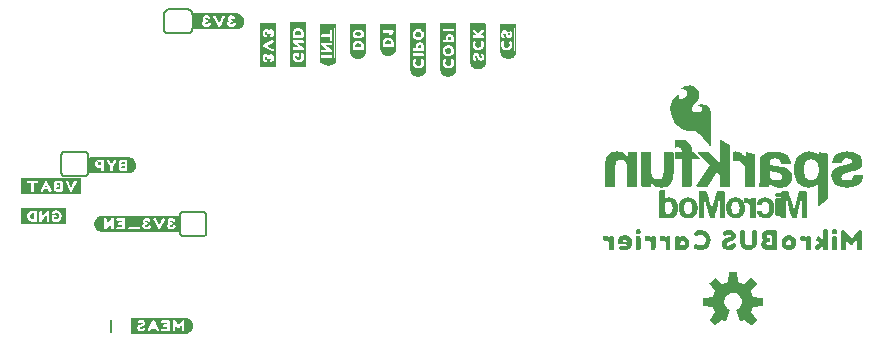
<source format=gbo>
G04 EAGLE Gerber RS-274X export*
G75*
%MOMM*%
%FSLAX34Y34*%
%LPD*%
%INSilkscreen Bottom*%
%IPPOS*%
%AMOC8*
5,1,8,0,0,1.08239X$1,22.5*%
G01*
%ADD10C,0.203200*%
%ADD11C,0.152400*%

G36*
X637725Y78990D02*
X637725Y78990D01*
X637781Y78990D01*
X637809Y79005D01*
X637841Y79010D01*
X637900Y79050D01*
X637936Y79068D01*
X637945Y79080D01*
X637961Y79091D01*
X642269Y83399D01*
X642286Y83426D01*
X642310Y83447D01*
X642331Y83499D01*
X642360Y83546D01*
X642363Y83578D01*
X642375Y83608D01*
X642372Y83663D01*
X642377Y83719D01*
X642365Y83749D01*
X642363Y83781D01*
X642329Y83844D01*
X642315Y83881D01*
X642304Y83891D01*
X642295Y83908D01*
X637328Y89999D01*
X638517Y92309D01*
X638524Y92335D01*
X638541Y92367D01*
X639333Y94841D01*
X647152Y95635D01*
X647183Y95645D01*
X647215Y95646D01*
X647264Y95673D01*
X647316Y95691D01*
X647339Y95714D01*
X647367Y95729D01*
X647399Y95775D01*
X647438Y95814D01*
X647448Y95845D01*
X647467Y95871D01*
X647480Y95941D01*
X647493Y95979D01*
X647491Y95994D01*
X647494Y96013D01*
X647494Y102107D01*
X647487Y102138D01*
X647489Y102170D01*
X647467Y102221D01*
X647455Y102276D01*
X647434Y102300D01*
X647422Y102330D01*
X647380Y102366D01*
X647345Y102409D01*
X647315Y102422D01*
X647291Y102443D01*
X647222Y102464D01*
X647186Y102480D01*
X647171Y102480D01*
X647152Y102485D01*
X639333Y103279D01*
X638541Y105753D01*
X638528Y105776D01*
X638517Y105811D01*
X637328Y108121D01*
X642295Y114212D01*
X642309Y114240D01*
X642330Y114264D01*
X642346Y114317D01*
X642371Y114367D01*
X642371Y114399D01*
X642380Y114430D01*
X642370Y114485D01*
X642370Y114541D01*
X642355Y114569D01*
X642350Y114601D01*
X642310Y114660D01*
X642292Y114696D01*
X642280Y114705D01*
X642269Y114721D01*
X637961Y119029D01*
X637934Y119046D01*
X637913Y119070D01*
X637861Y119091D01*
X637814Y119120D01*
X637782Y119123D01*
X637752Y119135D01*
X637697Y119132D01*
X637641Y119137D01*
X637611Y119125D01*
X637579Y119123D01*
X637516Y119089D01*
X637479Y119075D01*
X637469Y119064D01*
X637452Y119055D01*
X631361Y114088D01*
X629051Y115277D01*
X629025Y115284D01*
X628993Y115301D01*
X626519Y116093D01*
X625725Y123912D01*
X625717Y123938D01*
X625716Y123950D01*
X625715Y123953D01*
X625714Y123975D01*
X625687Y124024D01*
X625669Y124076D01*
X625646Y124099D01*
X625631Y124127D01*
X625585Y124159D01*
X625546Y124198D01*
X625515Y124208D01*
X625489Y124227D01*
X625419Y124240D01*
X625381Y124253D01*
X625366Y124251D01*
X625347Y124254D01*
X619253Y124254D01*
X619222Y124247D01*
X619190Y124249D01*
X619139Y124227D01*
X619084Y124215D01*
X619060Y124194D01*
X619030Y124182D01*
X618994Y124140D01*
X618951Y124105D01*
X618938Y124075D01*
X618917Y124051D01*
X618896Y123982D01*
X618880Y123946D01*
X618880Y123931D01*
X618878Y123924D01*
X618877Y123922D01*
X618877Y123921D01*
X618875Y123912D01*
X618081Y116093D01*
X615607Y115301D01*
X615584Y115288D01*
X615549Y115277D01*
X613239Y114088D01*
X607148Y119055D01*
X607120Y119069D01*
X607096Y119090D01*
X607043Y119106D01*
X606993Y119131D01*
X606961Y119131D01*
X606930Y119140D01*
X606875Y119130D01*
X606819Y119130D01*
X606791Y119115D01*
X606759Y119110D01*
X606700Y119070D01*
X606665Y119052D01*
X606655Y119040D01*
X606639Y119029D01*
X602331Y114721D01*
X602314Y114694D01*
X602290Y114673D01*
X602269Y114621D01*
X602240Y114574D01*
X602237Y114542D01*
X602225Y114512D01*
X602229Y114457D01*
X602223Y114401D01*
X602235Y114371D01*
X602237Y114339D01*
X602271Y114276D01*
X602285Y114239D01*
X602296Y114229D01*
X602305Y114212D01*
X607272Y108121D01*
X606083Y105811D01*
X606076Y105785D01*
X606059Y105753D01*
X605267Y103279D01*
X597448Y102485D01*
X597417Y102475D01*
X597385Y102474D01*
X597336Y102447D01*
X597284Y102429D01*
X597261Y102406D01*
X597233Y102391D01*
X597201Y102345D01*
X597162Y102306D01*
X597152Y102275D01*
X597133Y102249D01*
X597120Y102179D01*
X597107Y102141D01*
X597109Y102126D01*
X597106Y102107D01*
X597106Y96013D01*
X597113Y95982D01*
X597111Y95950D01*
X597133Y95899D01*
X597145Y95844D01*
X597166Y95820D01*
X597178Y95790D01*
X597220Y95754D01*
X597255Y95711D01*
X597285Y95698D01*
X597309Y95677D01*
X597378Y95656D01*
X597414Y95640D01*
X597429Y95640D01*
X597448Y95635D01*
X605267Y94841D01*
X606059Y92367D01*
X606072Y92344D01*
X606083Y92309D01*
X607272Y89999D01*
X602305Y83908D01*
X602291Y83880D01*
X602270Y83856D01*
X602254Y83803D01*
X602229Y83753D01*
X602229Y83721D01*
X602220Y83690D01*
X602230Y83635D01*
X602230Y83579D01*
X602245Y83551D01*
X602250Y83519D01*
X602290Y83460D01*
X602308Y83425D01*
X602320Y83415D01*
X602331Y83399D01*
X606639Y79091D01*
X606666Y79074D01*
X606687Y79050D01*
X606739Y79029D01*
X606786Y79000D01*
X606818Y78997D01*
X606848Y78985D01*
X606903Y78989D01*
X606959Y78983D01*
X606989Y78995D01*
X607021Y78997D01*
X607084Y79031D01*
X607121Y79045D01*
X607131Y79056D01*
X607148Y79065D01*
X613239Y84032D01*
X615548Y82842D01*
X615612Y82826D01*
X615675Y82803D01*
X615696Y82805D01*
X615716Y82800D01*
X615781Y82814D01*
X615847Y82821D01*
X615865Y82832D01*
X615885Y82837D01*
X615937Y82878D01*
X615993Y82914D01*
X616006Y82933D01*
X616021Y82945D01*
X616037Y82980D01*
X616073Y83034D01*
X619661Y91696D01*
X619666Y91728D01*
X619680Y91756D01*
X619680Y91812D01*
X619689Y91867D01*
X619680Y91898D01*
X619680Y91929D01*
X619655Y91980D01*
X619639Y92033D01*
X619617Y92056D01*
X619603Y92085D01*
X619547Y92131D01*
X619520Y92159D01*
X619506Y92164D01*
X619491Y92177D01*
X618114Y92921D01*
X616948Y93905D01*
X616008Y95107D01*
X615334Y96475D01*
X614953Y97953D01*
X614881Y99477D01*
X615123Y100983D01*
X615667Y102409D01*
X616491Y103693D01*
X617560Y104782D01*
X618828Y105630D01*
X620243Y106200D01*
X621745Y106470D01*
X623270Y106427D01*
X624754Y106074D01*
X626135Y105424D01*
X627354Y104507D01*
X628360Y103360D01*
X629111Y102031D01*
X629574Y100578D01*
X629731Y99059D01*
X629588Y97610D01*
X629165Y96216D01*
X628479Y94932D01*
X627555Y93806D01*
X626429Y92882D01*
X625111Y92177D01*
X625086Y92156D01*
X625057Y92142D01*
X625022Y92099D01*
X624981Y92063D01*
X624968Y92033D01*
X624948Y92008D01*
X624936Y91954D01*
X624915Y91903D01*
X624917Y91870D01*
X624910Y91838D01*
X624924Y91769D01*
X624927Y91730D01*
X624935Y91716D01*
X624939Y91696D01*
X628527Y83034D01*
X628566Y82980D01*
X628598Y82923D01*
X628615Y82911D01*
X628628Y82894D01*
X628686Y82863D01*
X628741Y82825D01*
X628762Y82822D01*
X628781Y82812D01*
X628847Y82811D01*
X628913Y82801D01*
X628936Y82808D01*
X628954Y82807D01*
X628989Y82824D01*
X629052Y82842D01*
X631361Y84032D01*
X637452Y79065D01*
X637480Y79051D01*
X637504Y79030D01*
X637557Y79014D01*
X637607Y78989D01*
X637639Y78989D01*
X637670Y78980D01*
X637725Y78990D01*
G37*
G36*
X154027Y158287D02*
X154027Y158287D01*
X154025Y158290D01*
X154029Y158292D01*
X154129Y158892D01*
X154126Y158897D01*
X154129Y158900D01*
X154129Y171800D01*
X154093Y171847D01*
X154090Y171845D01*
X154088Y171849D01*
X153488Y171949D01*
X153483Y171946D01*
X153480Y171949D01*
X87680Y171949D01*
X87676Y171946D01*
X87673Y171949D01*
X86973Y171849D01*
X86968Y171844D01*
X86964Y171847D01*
X86365Y171647D01*
X85666Y171447D01*
X85665Y171446D01*
X85664Y171447D01*
X85064Y171247D01*
X85059Y171239D01*
X85053Y171241D01*
X84453Y170841D01*
X84452Y170838D01*
X84449Y170838D01*
X83951Y170440D01*
X83353Y170041D01*
X83349Y170031D01*
X83342Y170031D01*
X82542Y169031D01*
X82541Y169027D01*
X82539Y169027D01*
X82139Y168427D01*
X82139Y168423D01*
X82136Y168422D01*
X81836Y167822D01*
X81836Y167819D01*
X81835Y167819D01*
X81837Y167816D01*
X81837Y167815D01*
X81833Y167814D01*
X81820Y167769D01*
X81778Y167622D01*
X81764Y167572D01*
X81722Y167425D01*
X81679Y167277D01*
X81665Y167228D01*
X81633Y167115D01*
X81433Y166516D01*
X81435Y166509D01*
X81431Y166507D01*
X81331Y165807D01*
X81334Y165802D01*
X81331Y165800D01*
X81331Y164500D01*
X81334Y164496D01*
X81331Y164493D01*
X81431Y163793D01*
X81435Y163789D01*
X81433Y163786D01*
X81633Y163086D01*
X81634Y163085D01*
X81633Y163084D01*
X81833Y162484D01*
X81838Y162481D01*
X81836Y162478D01*
X82436Y161278D01*
X82443Y161275D01*
X82442Y161269D01*
X82842Y160769D01*
X82846Y160768D01*
X82845Y160765D01*
X83845Y159765D01*
X83852Y159764D01*
X83853Y159759D01*
X84453Y159359D01*
X84455Y159359D01*
X84455Y159358D01*
X84955Y159058D01*
X84960Y159058D01*
X84961Y159055D01*
X85661Y158755D01*
X85664Y158756D01*
X85664Y158753D01*
X86264Y158553D01*
X86266Y158554D01*
X86266Y158553D01*
X86966Y158353D01*
X86970Y158354D01*
X86972Y158351D01*
X87572Y158251D01*
X87577Y158254D01*
X87580Y158251D01*
X153980Y158251D01*
X154027Y158287D01*
G37*
G36*
X603454Y230600D02*
X603454Y230600D01*
X603541Y230603D01*
X603541Y230604D01*
X603542Y230604D01*
X603617Y230645D01*
X603693Y230686D01*
X603693Y230687D01*
X603694Y230687D01*
X603745Y230759D01*
X603793Y230828D01*
X603793Y230829D01*
X603794Y230836D01*
X603820Y230970D01*
X603820Y258570D01*
X603816Y258590D01*
X603817Y258617D01*
X603617Y260217D01*
X603606Y260249D01*
X603598Y260298D01*
X603098Y261698D01*
X603090Y261710D01*
X603086Y261727D01*
X602586Y262827D01*
X602568Y262851D01*
X602552Y262888D01*
X601852Y263888D01*
X601833Y263905D01*
X601822Y263924D01*
X601800Y263940D01*
X601773Y263970D01*
X600873Y264670D01*
X600862Y264675D01*
X600851Y264686D01*
X599951Y265286D01*
X599920Y265298D01*
X599881Y265323D01*
X598881Y265723D01*
X598866Y265725D01*
X598849Y265734D01*
X597849Y266034D01*
X597830Y266035D01*
X597808Y266044D01*
X596708Y266244D01*
X596679Y266243D01*
X596640Y266250D01*
X594940Y266250D01*
X594917Y266245D01*
X594886Y266246D01*
X594186Y266146D01*
X594153Y266133D01*
X594099Y266123D01*
X593609Y265927D01*
X593378Y265850D01*
X593240Y265850D01*
X593071Y265811D01*
X592938Y265701D01*
X592867Y265542D01*
X592873Y265369D01*
X592956Y265217D01*
X593098Y265117D01*
X593219Y265094D01*
X593429Y264954D01*
X593460Y264942D01*
X593548Y264901D01*
X593873Y264820D01*
X594212Y264566D01*
X594228Y264559D01*
X594244Y264544D01*
X595204Y263968D01*
X595538Y263634D01*
X595792Y263210D01*
X595960Y262708D01*
X595960Y262132D01*
X595791Y261626D01*
X595426Y260988D01*
X594979Y260451D01*
X594350Y260002D01*
X593512Y259629D01*
X592501Y259353D01*
X591001Y259447D01*
X589587Y259824D01*
X588501Y260458D01*
X587774Y261458D01*
X587326Y262533D01*
X587415Y263784D01*
X587969Y265169D01*
X589218Y266611D01*
X590909Y268301D01*
X590923Y268323D01*
X590948Y268347D01*
X592248Y270147D01*
X592254Y270162D01*
X592268Y270177D01*
X593268Y271877D01*
X593279Y271914D01*
X593311Y271988D01*
X593711Y273788D01*
X593711Y273821D01*
X593720Y273870D01*
X593720Y275570D01*
X593711Y275608D01*
X593703Y275683D01*
X593203Y277283D01*
X593183Y277317D01*
X593153Y277385D01*
X592053Y278985D01*
X592026Y279010D01*
X591992Y279055D01*
X590292Y280555D01*
X590257Y280574D01*
X590204Y280613D01*
X587904Y281713D01*
X587871Y281720D01*
X587824Y281741D01*
X585624Y282241D01*
X585586Y282241D01*
X585521Y282250D01*
X583521Y282150D01*
X583495Y282142D01*
X583458Y282141D01*
X581658Y281741D01*
X581627Y281727D01*
X581579Y281715D01*
X580079Y281015D01*
X580075Y281012D01*
X580070Y281010D01*
X579536Y280743D01*
X578870Y280410D01*
X578848Y280392D01*
X578812Y280374D01*
X578012Y279774D01*
X577997Y279756D01*
X577971Y279739D01*
X577771Y279539D01*
X577758Y279517D01*
X577738Y279501D01*
X577712Y279444D01*
X577680Y279392D01*
X577677Y279366D01*
X577667Y279342D01*
X577669Y279281D01*
X577663Y279219D01*
X577672Y279195D01*
X577673Y279169D01*
X577703Y279115D01*
X577725Y279057D01*
X577744Y279040D01*
X577756Y279017D01*
X577807Y278982D01*
X577852Y278940D01*
X577877Y278932D01*
X577898Y278917D01*
X577982Y278901D01*
X578018Y278890D01*
X578028Y278892D01*
X578040Y278890D01*
X578140Y278890D01*
X578176Y278898D01*
X578232Y278901D01*
X578618Y278998D01*
X579171Y279090D01*
X579816Y279090D01*
X580555Y278997D01*
X581394Y278718D01*
X582128Y278351D01*
X582768Y277802D01*
X583229Y277249D01*
X583492Y276810D01*
X583660Y276308D01*
X583660Y275232D01*
X583491Y274726D01*
X583119Y274076D01*
X582649Y273417D01*
X581494Y272261D01*
X580835Y271791D01*
X580160Y271405D01*
X579824Y271237D01*
X579388Y271019D01*
X578645Y270741D01*
X578013Y270650D01*
X577518Y270650D01*
X576937Y270899D01*
X576543Y271215D01*
X576292Y271716D01*
X576120Y272232D01*
X576120Y273208D01*
X576201Y273450D01*
X576203Y273471D01*
X576209Y273486D01*
X576208Y273509D01*
X576220Y273570D01*
X576220Y273770D01*
X576206Y273833D01*
X576198Y273897D01*
X576186Y273916D01*
X576181Y273939D01*
X576140Y273989D01*
X576105Y274043D01*
X576085Y274055D01*
X576071Y274072D01*
X576012Y274099D01*
X575957Y274132D01*
X575934Y274134D01*
X575912Y274143D01*
X575848Y274141D01*
X575784Y274146D01*
X575759Y274137D01*
X575739Y274137D01*
X575706Y274118D01*
X575647Y274098D01*
X573947Y273098D01*
X573919Y273071D01*
X573863Y273031D01*
X572263Y271331D01*
X572247Y271302D01*
X572215Y271268D01*
X570815Y268968D01*
X570805Y268936D01*
X570781Y268894D01*
X569781Y265994D01*
X569778Y265966D01*
X569764Y265929D01*
X569264Y262729D01*
X569267Y262696D01*
X569260Y262648D01*
X569460Y259148D01*
X569470Y259117D01*
X569473Y259071D01*
X570473Y255371D01*
X570490Y255339D01*
X570508Y255285D01*
X572508Y251685D01*
X572525Y251667D01*
X572540Y251637D01*
X573940Y249837D01*
X573952Y249827D01*
X573963Y249810D01*
X575463Y248210D01*
X575481Y248198D01*
X575498Y248176D01*
X577198Y246776D01*
X577217Y246767D01*
X577237Y246749D01*
X579137Y245549D01*
X579165Y245539D01*
X579199Y245517D01*
X581199Y244717D01*
X581211Y244715D01*
X581225Y244708D01*
X583425Y244008D01*
X583454Y244005D01*
X583493Y243993D01*
X585893Y243693D01*
X585914Y243695D01*
X585940Y243690D01*
X589693Y243690D01*
X590807Y243411D01*
X591752Y242939D01*
X592809Y242266D01*
X593771Y241400D01*
X594759Y240314D01*
X594760Y240313D01*
X594761Y240312D01*
X595955Y239018D01*
X597151Y237623D01*
X597157Y237619D01*
X597161Y237612D01*
X598360Y236313D01*
X600560Y233913D01*
X601448Y232926D01*
X602140Y232037D01*
X602146Y232031D01*
X602151Y232023D01*
X602743Y231332D01*
X603015Y230969D01*
X603099Y230801D01*
X603100Y230800D01*
X603152Y230737D01*
X603209Y230668D01*
X603210Y230667D01*
X603211Y230667D01*
X603286Y230633D01*
X603368Y230597D01*
X603369Y230596D01*
X603454Y230600D01*
G37*
G36*
X694869Y179701D02*
X694869Y179701D01*
X694941Y179703D01*
X694955Y179711D01*
X694970Y179713D01*
X695085Y179782D01*
X695093Y179786D01*
X695093Y179787D01*
X695094Y179787D01*
X696086Y180680D01*
X697078Y181473D01*
X697084Y181481D01*
X697094Y181487D01*
X698094Y182387D01*
X698100Y182395D01*
X698109Y182401D01*
X698994Y183286D01*
X699978Y184073D01*
X699984Y184081D01*
X699994Y184087D01*
X700993Y184986D01*
X701893Y185786D01*
X701893Y185787D01*
X701894Y185787D01*
X702894Y186687D01*
X702945Y186760D01*
X702993Y186828D01*
X702993Y186829D01*
X702993Y186830D01*
X702995Y186838D01*
X703020Y186970D01*
X703020Y223870D01*
X703018Y223879D01*
X703020Y223889D01*
X702998Y223963D01*
X702981Y224039D01*
X702975Y224046D01*
X702972Y224055D01*
X702920Y224113D01*
X702871Y224172D01*
X702862Y224176D01*
X702855Y224183D01*
X702723Y224241D01*
X700923Y224641D01*
X700903Y224641D01*
X700878Y224648D01*
X699900Y224746D01*
X699023Y224941D01*
X699004Y224941D01*
X698982Y224948D01*
X698102Y225046D01*
X697223Y225241D01*
X697219Y225241D01*
X697215Y225243D01*
X696215Y225443D01*
X696200Y225442D01*
X696182Y225448D01*
X695282Y225548D01*
X695211Y225539D01*
X695139Y225537D01*
X695126Y225529D01*
X695110Y225527D01*
X695050Y225488D01*
X694987Y225454D01*
X694978Y225441D01*
X694965Y225433D01*
X694929Y225371D01*
X694887Y225312D01*
X694884Y225295D01*
X694877Y225283D01*
X694874Y225244D01*
X694860Y225170D01*
X694860Y222739D01*
X694748Y222894D01*
X694737Y222903D01*
X694733Y222911D01*
X694723Y222918D01*
X694709Y222939D01*
X693809Y223839D01*
X693800Y223844D01*
X693793Y223854D01*
X692893Y224654D01*
X692866Y224668D01*
X692836Y224696D01*
X691836Y225296D01*
X691807Y225305D01*
X691770Y225327D01*
X690670Y225727D01*
X690665Y225728D01*
X690660Y225731D01*
X689460Y226131D01*
X689424Y226134D01*
X689369Y226149D01*
X688071Y226249D01*
X686872Y226349D01*
X686843Y226345D01*
X686803Y226348D01*
X683703Y226048D01*
X683671Y226037D01*
X683620Y226031D01*
X680920Y225131D01*
X680887Y225110D01*
X680826Y225084D01*
X678626Y223584D01*
X678603Y223560D01*
X678564Y223532D01*
X676764Y221632D01*
X676747Y221603D01*
X676715Y221568D01*
X675315Y219268D01*
X675305Y219238D01*
X675282Y219199D01*
X674382Y216699D01*
X674380Y216677D01*
X674368Y216650D01*
X673768Y213850D01*
X673769Y213826D01*
X673761Y213795D01*
X673561Y210795D01*
X673564Y210773D01*
X673561Y210743D01*
X673761Y207943D01*
X673768Y207920D01*
X673769Y207888D01*
X674369Y205188D01*
X674379Y205167D01*
X674384Y205137D01*
X675284Y202737D01*
X675302Y202709D01*
X675319Y202666D01*
X676719Y200466D01*
X676738Y200447D01*
X676757Y200416D01*
X678457Y198516D01*
X678488Y198494D01*
X678536Y198449D01*
X680736Y197049D01*
X680768Y197038D01*
X680811Y197012D01*
X683311Y196112D01*
X683347Y196108D01*
X683401Y196092D01*
X686301Y195792D01*
X686330Y195795D01*
X686369Y195791D01*
X687669Y195891D01*
X687684Y195895D01*
X687703Y195895D01*
X688903Y196095D01*
X688915Y196100D01*
X688932Y196101D01*
X690132Y196401D01*
X690158Y196415D01*
X690197Y196424D01*
X691297Y196924D01*
X691307Y196931D01*
X691322Y196936D01*
X692422Y197536D01*
X692436Y197549D01*
X692458Y197559D01*
X693458Y198259D01*
X693482Y198285D01*
X693524Y198317D01*
X694324Y199217D01*
X694328Y199225D01*
X694337Y199232D01*
X694460Y199386D01*
X694460Y180070D01*
X694463Y180055D01*
X694461Y180039D01*
X694483Y179971D01*
X694499Y179901D01*
X694509Y179889D01*
X694514Y179874D01*
X694564Y179823D01*
X694609Y179768D01*
X694624Y179761D01*
X694635Y179750D01*
X694702Y179726D01*
X694768Y179697D01*
X694783Y179697D01*
X694798Y179692D01*
X694869Y179701D01*
G37*
G36*
X158405Y71894D02*
X158405Y71894D01*
X158408Y71891D01*
X159008Y71991D01*
X159707Y72091D01*
X160407Y72191D01*
X160415Y72199D01*
X160422Y72196D01*
X162222Y73096D01*
X162225Y73103D01*
X162231Y73102D01*
X162731Y73502D01*
X162732Y73506D01*
X162735Y73505D01*
X163735Y74505D01*
X163736Y74517D01*
X163744Y74518D01*
X164043Y75115D01*
X164441Y75713D01*
X164441Y75717D01*
X164444Y75718D01*
X164744Y76318D01*
X164743Y76323D01*
X164747Y76324D01*
X164947Y76924D01*
X164945Y76931D01*
X164949Y76933D01*
X165149Y78333D01*
X165146Y78338D01*
X165149Y78340D01*
X165149Y78940D01*
X165146Y78944D01*
X165149Y78947D01*
X164949Y80347D01*
X164944Y80352D01*
X164947Y80356D01*
X164547Y81556D01*
X164542Y81559D01*
X164544Y81562D01*
X164244Y82162D01*
X164240Y82164D01*
X164241Y82167D01*
X163841Y82767D01*
X163838Y82768D01*
X163838Y82771D01*
X163438Y83271D01*
X163434Y83272D01*
X163435Y83275D01*
X162935Y83775D01*
X162931Y83775D01*
X162931Y83778D01*
X162431Y84178D01*
X162427Y84179D01*
X162427Y84181D01*
X161827Y84581D01*
X161823Y84581D01*
X161822Y84584D01*
X160622Y85184D01*
X160615Y85183D01*
X160614Y85187D01*
X159914Y85387D01*
X159910Y85386D01*
X159908Y85389D01*
X159308Y85489D01*
X159307Y85488D01*
X159307Y85489D01*
X158607Y85589D01*
X158602Y85586D01*
X158600Y85589D01*
X113000Y85589D01*
X112974Y85570D01*
X112961Y85570D01*
X112661Y85170D01*
X112661Y85158D01*
X112653Y85152D01*
X112658Y85145D01*
X112651Y85140D01*
X112651Y72340D01*
X112664Y72322D01*
X112661Y72310D01*
X112961Y71910D01*
X112992Y71902D01*
X113000Y71891D01*
X158400Y71891D01*
X158405Y71894D01*
G37*
G36*
X70307Y190037D02*
X70307Y190037D01*
X70302Y190044D01*
X70309Y190050D01*
X70309Y203550D01*
X70273Y203597D01*
X70270Y203595D01*
X70268Y203599D01*
X69668Y203699D01*
X69663Y203696D01*
X69660Y203699D01*
X19460Y203699D01*
X19413Y203663D01*
X19416Y203659D01*
X19413Y203656D01*
X19415Y203653D01*
X19411Y203650D01*
X19411Y190050D01*
X19447Y190003D01*
X19454Y190008D01*
X19460Y190001D01*
X70260Y190001D01*
X70307Y190037D01*
G37*
G36*
X663056Y195694D02*
X663056Y195694D01*
X663078Y195692D01*
X664078Y195792D01*
X664097Y195798D01*
X664123Y195799D01*
X665923Y196199D01*
X665938Y196206D01*
X665960Y196209D01*
X666860Y196509D01*
X666880Y196522D01*
X666910Y196530D01*
X667590Y196870D01*
X667710Y196930D01*
X667717Y196936D01*
X667729Y196940D01*
X668429Y197340D01*
X668441Y197352D01*
X668461Y197361D01*
X669161Y197861D01*
X669170Y197870D01*
X669183Y197878D01*
X669783Y198378D01*
X669806Y198408D01*
X669849Y198449D01*
X670341Y199138D01*
X670832Y199727D01*
X670848Y199758D01*
X670880Y199800D01*
X671280Y200600D01*
X671284Y200617D01*
X671296Y200637D01*
X671596Y201437D01*
X671598Y201448D01*
X671604Y201461D01*
X671904Y202461D01*
X671906Y202490D01*
X671918Y202528D01*
X672018Y203428D01*
X672018Y203432D01*
X672019Y203436D01*
X672119Y204536D01*
X672114Y204570D01*
X672117Y204621D01*
X671817Y206821D01*
X671805Y206851D01*
X671799Y206897D01*
X671199Y208597D01*
X671180Y208626D01*
X671160Y208676D01*
X670260Y210076D01*
X670232Y210103D01*
X670186Y210160D01*
X668886Y211260D01*
X668866Y211270D01*
X668846Y211290D01*
X667446Y212190D01*
X667414Y212201D01*
X667374Y212226D01*
X665774Y212826D01*
X665752Y212829D01*
X665727Y212840D01*
X664027Y213240D01*
X664016Y213240D01*
X664003Y213245D01*
X662203Y213545D01*
X662193Y213544D01*
X662182Y213548D01*
X660383Y213748D01*
X658684Y213948D01*
X657120Y214143D01*
X655857Y214532D01*
X654694Y214920D01*
X653896Y215363D01*
X653408Y216013D01*
X653320Y216889D01*
X653320Y217439D01*
X653413Y217992D01*
X653499Y218337D01*
X653870Y219079D01*
X654036Y219328D01*
X654282Y219575D01*
X654531Y219741D01*
X654873Y219911D01*
X655232Y220001D01*
X655262Y220017D01*
X655310Y220030D01*
X655381Y220065D01*
X655630Y220190D01*
X655940Y220190D01*
X655970Y220197D01*
X656015Y220197D01*
X656978Y220390D01*
X658409Y220390D01*
X658971Y220296D01*
X659457Y220199D01*
X659848Y220101D01*
X659856Y220101D01*
X659865Y220097D01*
X660316Y220007D01*
X660649Y219841D01*
X660929Y219654D01*
X660949Y219646D01*
X660970Y219630D01*
X661315Y219458D01*
X661828Y218945D01*
X662377Y217846D01*
X662467Y217395D01*
X662479Y217369D01*
X662487Y217329D01*
X662660Y216897D01*
X662660Y216470D01*
X662671Y216420D01*
X662673Y216369D01*
X662691Y216337D01*
X662699Y216301D01*
X662732Y216262D01*
X662756Y216217D01*
X662786Y216196D01*
X662809Y216168D01*
X662856Y216147D01*
X662898Y216117D01*
X662940Y216109D01*
X662968Y216097D01*
X662998Y216098D01*
X663040Y216090D01*
X670840Y216090D01*
X670917Y216108D01*
X670995Y216123D01*
X671001Y216127D01*
X671009Y216129D01*
X671070Y216180D01*
X671133Y216228D01*
X671137Y216235D01*
X671142Y216239D01*
X671175Y216312D01*
X671210Y216383D01*
X671210Y216391D01*
X671213Y216398D01*
X671212Y216431D01*
X671216Y216528D01*
X671016Y217828D01*
X671011Y217840D01*
X671011Y217845D01*
X671010Y217847D01*
X671009Y217862D01*
X670709Y219062D01*
X670699Y219082D01*
X670693Y219111D01*
X670293Y220111D01*
X670285Y220123D01*
X670280Y220140D01*
X669780Y221140D01*
X669767Y221156D01*
X669756Y221181D01*
X669156Y222081D01*
X669140Y222096D01*
X669126Y222120D01*
X668426Y222920D01*
X668395Y222943D01*
X668351Y222986D01*
X666551Y224186D01*
X666538Y224191D01*
X666525Y224202D01*
X665625Y224702D01*
X665617Y224704D01*
X665610Y224710D01*
X664610Y225210D01*
X664580Y225217D01*
X664540Y225237D01*
X662340Y225837D01*
X662323Y225837D01*
X662303Y225845D01*
X661103Y226045D01*
X661090Y226044D01*
X661074Y226049D01*
X659974Y226149D01*
X659973Y226149D01*
X659972Y226149D01*
X658772Y226249D01*
X658757Y226247D01*
X658740Y226250D01*
X655340Y226250D01*
X655324Y226246D01*
X655302Y226248D01*
X654302Y226148D01*
X654289Y226144D01*
X654272Y226144D01*
X652072Y225744D01*
X652069Y225743D01*
X652065Y225743D01*
X651065Y225543D01*
X651051Y225536D01*
X651031Y225534D01*
X650031Y225234D01*
X650012Y225224D01*
X649986Y225217D01*
X649086Y224817D01*
X649074Y224808D01*
X649055Y224802D01*
X648155Y224302D01*
X648139Y224287D01*
X648112Y224274D01*
X647312Y223674D01*
X647305Y223666D01*
X647293Y223659D01*
X646593Y223059D01*
X646572Y223031D01*
X646536Y222998D01*
X645936Y222198D01*
X645930Y222185D01*
X645918Y222172D01*
X645418Y221372D01*
X645405Y221335D01*
X645376Y221279D01*
X645076Y220279D01*
X645076Y220275D01*
X645073Y220270D01*
X644773Y219170D01*
X644772Y219132D01*
X644760Y219070D01*
X644760Y202208D01*
X644667Y201745D01*
X644668Y201713D01*
X644660Y201670D01*
X644660Y200408D01*
X644567Y199945D01*
X644568Y199913D01*
X644560Y199870D01*
X644560Y199517D01*
X644271Y198362D01*
X644271Y198326D01*
X644260Y198270D01*
X644260Y198032D01*
X644195Y197839D01*
X644024Y197581D01*
X644010Y197545D01*
X643979Y197490D01*
X643888Y197216D01*
X643800Y197040D01*
X643788Y196990D01*
X643767Y196942D01*
X643768Y196907D01*
X643760Y196872D01*
X643771Y196821D01*
X643773Y196769D01*
X643791Y196738D01*
X643799Y196703D01*
X643831Y196663D01*
X643856Y196617D01*
X643885Y196596D01*
X643908Y196569D01*
X643955Y196547D01*
X643998Y196517D01*
X644039Y196509D01*
X644066Y196497D01*
X644097Y196498D01*
X644140Y196490D01*
X652040Y196490D01*
X652090Y196501D01*
X652141Y196503D01*
X652173Y196521D01*
X652209Y196529D01*
X652248Y196562D01*
X652293Y196586D01*
X652314Y196616D01*
X652342Y196639D01*
X652363Y196686D01*
X652393Y196728D01*
X652401Y196770D01*
X652413Y196798D01*
X652412Y196828D01*
X652420Y196870D01*
X652420Y196919D01*
X652449Y196966D01*
X652493Y197028D01*
X652495Y197040D01*
X652500Y197048D01*
X652504Y197085D01*
X652520Y197170D01*
X652520Y197280D01*
X652553Y197345D01*
X652609Y197401D01*
X652649Y197466D01*
X652693Y197528D01*
X652695Y197540D01*
X652700Y197548D01*
X652704Y197585D01*
X652720Y197670D01*
X652720Y197919D01*
X652749Y197966D01*
X652793Y198028D01*
X652795Y198040D01*
X652800Y198048D01*
X652804Y198085D01*
X652820Y198170D01*
X652820Y198480D01*
X652880Y198600D01*
X652884Y198615D01*
X652893Y198628D01*
X652917Y198755D01*
X653271Y198401D01*
X653287Y198391D01*
X653302Y198373D01*
X653802Y197973D01*
X653823Y197963D01*
X653844Y197944D01*
X654344Y197644D01*
X654357Y197640D01*
X654370Y197630D01*
X656170Y196730D01*
X656193Y196724D01*
X656220Y196709D01*
X657420Y196309D01*
X657445Y196307D01*
X657478Y196295D01*
X658056Y196199D01*
X658736Y196004D01*
X658755Y196003D01*
X658778Y195995D01*
X659378Y195895D01*
X659382Y195895D01*
X659386Y195894D01*
X660086Y195794D01*
X660110Y195796D01*
X660140Y195790D01*
X660713Y195790D01*
X661386Y195694D01*
X661410Y195696D01*
X661440Y195690D01*
X663040Y195690D01*
X663056Y195694D01*
G37*
G36*
X600972Y196597D02*
X600972Y196597D01*
X601006Y196595D01*
X601056Y196617D01*
X601109Y196629D01*
X601134Y196650D01*
X601165Y196663D01*
X601212Y196715D01*
X601242Y196739D01*
X601249Y196755D01*
X601263Y196770D01*
X608815Y208969D01*
X611360Y206509D01*
X611360Y196970D01*
X611371Y196920D01*
X611373Y196869D01*
X611391Y196837D01*
X611399Y196801D01*
X611432Y196762D01*
X611456Y196717D01*
X611486Y196696D01*
X611509Y196668D01*
X611556Y196647D01*
X611598Y196617D01*
X611640Y196609D01*
X611668Y196597D01*
X611698Y196598D01*
X611740Y196590D01*
X619540Y196590D01*
X619590Y196601D01*
X619641Y196603D01*
X619673Y196621D01*
X619709Y196629D01*
X619748Y196662D01*
X619793Y196686D01*
X619814Y196716D01*
X619842Y196739D01*
X619863Y196786D01*
X619893Y196828D01*
X619901Y196870D01*
X619913Y196898D01*
X619912Y196928D01*
X619920Y196970D01*
X619920Y231670D01*
X619911Y231712D01*
X619911Y231754D01*
X619891Y231795D01*
X619881Y231839D01*
X619854Y231872D01*
X619835Y231910D01*
X619793Y231945D01*
X619771Y231972D01*
X619748Y231982D01*
X619724Y232003D01*
X611924Y236303D01*
X611867Y236319D01*
X611812Y236343D01*
X611784Y236342D01*
X611757Y236350D01*
X611699Y236339D01*
X611639Y236337D01*
X611614Y236323D01*
X611587Y236318D01*
X611539Y236282D01*
X611487Y236254D01*
X611471Y236231D01*
X611448Y236214D01*
X611421Y236161D01*
X611387Y236112D01*
X611381Y236081D01*
X611370Y236059D01*
X611370Y236023D01*
X611360Y235970D01*
X611360Y216008D01*
X602213Y225435D01*
X602147Y225477D01*
X602082Y225523D01*
X602073Y225524D01*
X602067Y225528D01*
X602033Y225532D01*
X601940Y225550D01*
X592740Y225550D01*
X592712Y225544D01*
X592684Y225546D01*
X592629Y225524D01*
X592571Y225511D01*
X592549Y225493D01*
X592523Y225482D01*
X592483Y225438D01*
X592438Y225401D01*
X592426Y225375D01*
X592407Y225353D01*
X592391Y225296D01*
X592367Y225242D01*
X592368Y225214D01*
X592360Y225187D01*
X592371Y225129D01*
X592373Y225069D01*
X592387Y225044D01*
X592392Y225016D01*
X592438Y224951D01*
X592456Y224917D01*
X592466Y224910D01*
X592475Y224897D01*
X602948Y214718D01*
X591224Y197181D01*
X591197Y197111D01*
X591167Y197042D01*
X591167Y197030D01*
X591163Y197019D01*
X591170Y196944D01*
X591173Y196869D01*
X591179Y196859D01*
X591180Y196847D01*
X591220Y196783D01*
X591256Y196717D01*
X591266Y196710D01*
X591272Y196700D01*
X591336Y196661D01*
X591398Y196617D01*
X591411Y196615D01*
X591420Y196609D01*
X591458Y196606D01*
X591540Y196590D01*
X600940Y196590D01*
X600972Y196597D01*
G37*
G36*
X356104Y289514D02*
X356104Y289514D01*
X356107Y289511D01*
X356807Y289611D01*
X356811Y289615D01*
X356814Y289613D01*
X357514Y289813D01*
X357515Y289814D01*
X357516Y289813D01*
X358116Y290013D01*
X358119Y290018D01*
X358122Y290016D01*
X359322Y290616D01*
X359324Y290620D01*
X359327Y290619D01*
X359927Y291019D01*
X359930Y291026D01*
X359935Y291025D01*
X360435Y291525D01*
X360435Y291529D01*
X360438Y291529D01*
X361238Y292529D01*
X361239Y292533D01*
X361241Y292533D01*
X361641Y293133D01*
X361641Y293137D01*
X361644Y293138D01*
X361944Y293738D01*
X361943Y293743D01*
X361947Y293744D01*
X362147Y294344D01*
X362146Y294346D01*
X362147Y294346D01*
X362155Y294373D01*
X362197Y294521D01*
X362211Y294570D01*
X362253Y294718D01*
X362254Y294718D01*
X362253Y294718D01*
X362296Y294866D01*
X362310Y294915D01*
X362347Y295046D01*
X362344Y295056D01*
X362349Y295060D01*
X362349Y295756D01*
X362449Y296352D01*
X362446Y296357D01*
X362449Y296360D01*
X362449Y334960D01*
X362420Y334998D01*
X362418Y335006D01*
X361918Y335206D01*
X361905Y335202D01*
X361900Y335209D01*
X349000Y335209D01*
X348962Y335180D01*
X348954Y335178D01*
X348754Y334678D01*
X348758Y334665D01*
X348751Y334660D01*
X348751Y295960D01*
X348754Y295955D01*
X348751Y295952D01*
X348851Y295352D01*
X348951Y294653D01*
X348956Y294648D01*
X348953Y294644D01*
X349153Y294044D01*
X349156Y294043D01*
X349155Y294041D01*
X349455Y293341D01*
X349457Y293339D01*
X349456Y293338D01*
X349756Y292738D01*
X349763Y292735D01*
X349762Y292729D01*
X350562Y291729D01*
X350566Y291728D01*
X350565Y291725D01*
X351065Y291225D01*
X351072Y291224D01*
X351073Y291219D01*
X351671Y290820D01*
X352169Y290422D01*
X352177Y290421D01*
X352178Y290416D01*
X352778Y290116D01*
X352780Y290116D01*
X352781Y290115D01*
X353481Y289815D01*
X353489Y289817D01*
X353492Y289811D01*
X354089Y289712D01*
X354786Y289513D01*
X354796Y289516D01*
X354800Y289511D01*
X356100Y289511D01*
X356104Y289514D01*
G37*
G36*
X381504Y289514D02*
X381504Y289514D01*
X381507Y289511D01*
X382207Y289611D01*
X382211Y289615D01*
X382214Y289613D01*
X382914Y289813D01*
X382915Y289814D01*
X382916Y289813D01*
X383516Y290013D01*
X383519Y290018D01*
X383522Y290016D01*
X384722Y290616D01*
X384724Y290620D01*
X384727Y290619D01*
X385327Y291019D01*
X385330Y291026D01*
X385335Y291025D01*
X385835Y291525D01*
X385835Y291529D01*
X385838Y291529D01*
X386638Y292529D01*
X386639Y292533D01*
X386641Y292533D01*
X387041Y293133D01*
X387041Y293137D01*
X387044Y293138D01*
X387344Y293738D01*
X387343Y293743D01*
X387347Y293744D01*
X387547Y294344D01*
X387546Y294346D01*
X387547Y294346D01*
X387555Y294373D01*
X387597Y294521D01*
X387611Y294570D01*
X387653Y294718D01*
X387654Y294718D01*
X387653Y294718D01*
X387696Y294866D01*
X387710Y294915D01*
X387747Y295046D01*
X387744Y295056D01*
X387749Y295060D01*
X387749Y295756D01*
X387849Y296352D01*
X387846Y296357D01*
X387849Y296360D01*
X387849Y334960D01*
X387820Y334998D01*
X387818Y335006D01*
X387318Y335206D01*
X387305Y335202D01*
X387300Y335209D01*
X374400Y335209D01*
X374362Y335180D01*
X374354Y335178D01*
X374154Y334678D01*
X374158Y334665D01*
X374151Y334660D01*
X374151Y295960D01*
X374154Y295955D01*
X374151Y295952D01*
X374251Y295352D01*
X374351Y294653D01*
X374356Y294648D01*
X374353Y294644D01*
X374553Y294044D01*
X374556Y294043D01*
X374555Y294041D01*
X374855Y293341D01*
X374857Y293339D01*
X374856Y293338D01*
X375156Y292738D01*
X375163Y292735D01*
X375162Y292729D01*
X375962Y291729D01*
X375966Y291728D01*
X375965Y291725D01*
X376465Y291225D01*
X376472Y291224D01*
X376473Y291219D01*
X377071Y290820D01*
X377569Y290422D01*
X377577Y290421D01*
X377578Y290416D01*
X378178Y290116D01*
X378180Y290116D01*
X378181Y290115D01*
X378881Y289815D01*
X378889Y289817D01*
X378892Y289811D01*
X379489Y289712D01*
X380186Y289513D01*
X380196Y289516D01*
X380200Y289511D01*
X381500Y289511D01*
X381504Y289514D01*
G37*
G36*
X201784Y329704D02*
X201784Y329704D01*
X201787Y329701D01*
X203187Y329901D01*
X203192Y329906D01*
X203196Y329903D01*
X203796Y330103D01*
X203799Y330108D01*
X203802Y330106D01*
X205002Y330706D01*
X205004Y330710D01*
X205007Y330709D01*
X205607Y331109D01*
X205608Y331112D01*
X205611Y331112D01*
X206111Y331512D01*
X206112Y331516D01*
X206115Y331515D01*
X206615Y332015D01*
X206615Y332019D01*
X206618Y332019D01*
X207018Y332519D01*
X207019Y332523D01*
X207021Y332523D01*
X207421Y333123D01*
X207421Y333127D01*
X207424Y333128D01*
X207724Y333728D01*
X207723Y333733D01*
X207727Y333734D01*
X207927Y334334D01*
X207926Y334336D01*
X207927Y334336D01*
X207964Y334465D01*
X208006Y334612D01*
X208020Y334662D01*
X208062Y334809D01*
X208063Y334809D01*
X208062Y334809D01*
X208105Y334957D01*
X208119Y335006D01*
X208127Y335036D01*
X208126Y335040D01*
X208129Y335042D01*
X208229Y335642D01*
X208228Y335643D01*
X208229Y335643D01*
X208329Y336343D01*
X208326Y336348D01*
X208329Y336350D01*
X208329Y337050D01*
X208326Y337054D01*
X208329Y337057D01*
X208229Y337757D01*
X208224Y337762D01*
X208227Y337766D01*
X208027Y338365D01*
X207827Y339064D01*
X207826Y339065D01*
X207827Y339066D01*
X207627Y339666D01*
X207619Y339671D01*
X207621Y339677D01*
X207221Y340277D01*
X207218Y340278D01*
X207218Y340281D01*
X206418Y341281D01*
X206414Y341282D01*
X206415Y341285D01*
X205915Y341785D01*
X205908Y341786D01*
X205907Y341791D01*
X205309Y342190D01*
X204811Y342588D01*
X204797Y342589D01*
X204794Y342597D01*
X204098Y342796D01*
X203502Y343094D01*
X203492Y343092D01*
X203488Y343099D01*
X202888Y343199D01*
X202887Y343198D01*
X202887Y343199D01*
X201487Y343399D01*
X201482Y343396D01*
X201480Y343399D01*
X164880Y343399D01*
X164871Y343392D01*
X164867Y343392D01*
X164862Y343396D01*
X164362Y343196D01*
X164346Y343169D01*
X164333Y343159D01*
X164336Y343154D01*
X164331Y343150D01*
X164331Y330350D01*
X164338Y330341D01*
X164333Y330334D01*
X164533Y329734D01*
X164577Y329704D01*
X164580Y329701D01*
X201780Y329701D01*
X201784Y329704D01*
G37*
G36*
X522090Y196601D02*
X522090Y196601D01*
X522141Y196603D01*
X522173Y196621D01*
X522209Y196629D01*
X522248Y196662D01*
X522293Y196686D01*
X522314Y196716D01*
X522342Y196739D01*
X522363Y196786D01*
X522393Y196828D01*
X522401Y196870D01*
X522413Y196898D01*
X522412Y196928D01*
X522420Y196970D01*
X522420Y212859D01*
X522519Y214532D01*
X522714Y215897D01*
X522999Y217037D01*
X523453Y217945D01*
X524071Y218563D01*
X524904Y219026D01*
X525827Y219395D01*
X527041Y219489D01*
X528370Y219394D01*
X529584Y219020D01*
X530514Y218462D01*
X531338Y217730D01*
X531886Y216725D01*
X532269Y215385D01*
X532561Y213727D01*
X532660Y211760D01*
X532660Y196970D01*
X532671Y196920D01*
X532673Y196869D01*
X532691Y196837D01*
X532699Y196801D01*
X532732Y196762D01*
X532756Y196717D01*
X532786Y196696D01*
X532809Y196668D01*
X532856Y196647D01*
X532898Y196617D01*
X532940Y196609D01*
X532968Y196597D01*
X532998Y196598D01*
X533040Y196590D01*
X540840Y196590D01*
X540890Y196601D01*
X540941Y196603D01*
X540973Y196621D01*
X541009Y196629D01*
X541048Y196662D01*
X541093Y196686D01*
X541114Y196716D01*
X541142Y196739D01*
X541163Y196786D01*
X541193Y196828D01*
X541201Y196870D01*
X541213Y196898D01*
X541212Y196928D01*
X541220Y196970D01*
X541220Y221670D01*
X541219Y221675D01*
X541220Y221681D01*
X541120Y225181D01*
X541108Y225225D01*
X541107Y225271D01*
X541087Y225308D01*
X541076Y225348D01*
X541046Y225383D01*
X541024Y225423D01*
X540990Y225447D01*
X540962Y225479D01*
X540920Y225496D01*
X540882Y225523D01*
X540833Y225532D01*
X540802Y225545D01*
X540775Y225543D01*
X540740Y225550D01*
X533340Y225550D01*
X533290Y225539D01*
X533239Y225537D01*
X533207Y225519D01*
X533171Y225511D01*
X533132Y225478D01*
X533087Y225454D01*
X533066Y225424D01*
X533038Y225401D01*
X533017Y225354D01*
X532987Y225312D01*
X532979Y225270D01*
X532967Y225242D01*
X532968Y225212D01*
X532960Y225170D01*
X532960Y222302D01*
X532748Y222594D01*
X532734Y222605D01*
X532723Y222624D01*
X531823Y223624D01*
X531801Y223640D01*
X531778Y223667D01*
X530778Y224467D01*
X530761Y224475D01*
X530744Y224491D01*
X529644Y225191D01*
X529618Y225200D01*
X529586Y225221D01*
X528386Y225721D01*
X528362Y225725D01*
X528332Y225739D01*
X527132Y226039D01*
X527118Y226039D01*
X527103Y226045D01*
X525903Y226245D01*
X525889Y226244D01*
X525872Y226249D01*
X524672Y226349D01*
X524646Y226345D01*
X524613Y226349D01*
X521813Y226149D01*
X521785Y226141D01*
X521744Y226138D01*
X519444Y225538D01*
X519411Y225521D01*
X519355Y225502D01*
X517555Y224502D01*
X517527Y224476D01*
X517471Y224439D01*
X516071Y223039D01*
X516051Y223007D01*
X516012Y222963D01*
X515012Y221263D01*
X515002Y221228D01*
X514976Y221179D01*
X514376Y219179D01*
X514375Y219160D01*
X514366Y219138D01*
X513966Y216938D01*
X513967Y216915D01*
X513960Y216885D01*
X513860Y214385D01*
X513861Y214378D01*
X513860Y214370D01*
X513860Y196970D01*
X513871Y196920D01*
X513873Y196869D01*
X513891Y196837D01*
X513899Y196801D01*
X513932Y196762D01*
X513956Y196717D01*
X513986Y196696D01*
X514009Y196668D01*
X514056Y196647D01*
X514098Y196617D01*
X514140Y196609D01*
X514168Y196597D01*
X514198Y196598D01*
X514240Y196590D01*
X522040Y196590D01*
X522090Y196601D01*
G37*
G36*
X563967Y195991D02*
X563967Y195991D01*
X563995Y195999D01*
X564036Y196002D01*
X566336Y196602D01*
X566369Y196619D01*
X566425Y196638D01*
X568225Y197638D01*
X568253Y197664D01*
X568309Y197701D01*
X569709Y199101D01*
X569730Y199134D01*
X569776Y199192D01*
X570676Y200892D01*
X570682Y200916D01*
X570699Y200944D01*
X571399Y202944D01*
X571402Y202976D01*
X571417Y203019D01*
X571717Y205219D01*
X571715Y205235D01*
X571720Y205255D01*
X571820Y207755D01*
X571819Y207762D01*
X571820Y207770D01*
X571820Y225170D01*
X571809Y225220D01*
X571807Y225271D01*
X571789Y225303D01*
X571781Y225339D01*
X571748Y225378D01*
X571724Y225423D01*
X571694Y225444D01*
X571671Y225472D01*
X571624Y225493D01*
X571582Y225523D01*
X571540Y225531D01*
X571512Y225543D01*
X571482Y225542D01*
X571440Y225550D01*
X563740Y225550D01*
X563690Y225539D01*
X563639Y225537D01*
X563607Y225519D01*
X563571Y225511D01*
X563532Y225478D01*
X563487Y225454D01*
X563466Y225424D01*
X563438Y225401D01*
X563417Y225354D01*
X563387Y225312D01*
X563379Y225270D01*
X563367Y225242D01*
X563368Y225212D01*
X563360Y225170D01*
X563360Y209281D01*
X563261Y207608D01*
X563068Y206258D01*
X562688Y205116D01*
X562221Y204182D01*
X561685Y203557D01*
X560880Y203021D01*
X559874Y202746D01*
X558737Y202651D01*
X557314Y202746D01*
X556192Y203120D01*
X555170Y203678D01*
X554448Y204400D01*
X553888Y205426D01*
X553409Y206768D01*
X553120Y208403D01*
X553120Y225170D01*
X553109Y225220D01*
X553107Y225271D01*
X553089Y225303D01*
X553081Y225339D01*
X553048Y225378D01*
X553024Y225423D01*
X552994Y225444D01*
X552971Y225472D01*
X552924Y225493D01*
X552882Y225523D01*
X552840Y225531D01*
X552812Y225543D01*
X552782Y225542D01*
X552740Y225550D01*
X544940Y225550D01*
X544890Y225539D01*
X544839Y225537D01*
X544807Y225519D01*
X544771Y225511D01*
X544732Y225478D01*
X544687Y225454D01*
X544666Y225424D01*
X544638Y225401D01*
X544617Y225354D01*
X544587Y225312D01*
X544579Y225270D01*
X544567Y225242D01*
X544568Y225212D01*
X544560Y225170D01*
X544560Y200470D01*
X544561Y200465D01*
X544560Y200459D01*
X544660Y196959D01*
X544672Y196915D01*
X544673Y196869D01*
X544693Y196832D01*
X544704Y196792D01*
X544734Y196757D01*
X544756Y196717D01*
X544790Y196693D01*
X544818Y196661D01*
X544860Y196644D01*
X544898Y196617D01*
X544947Y196608D01*
X544978Y196595D01*
X545005Y196597D01*
X545040Y196590D01*
X552440Y196590D01*
X552490Y196601D01*
X552541Y196603D01*
X552573Y196621D01*
X552609Y196629D01*
X552648Y196662D01*
X552693Y196686D01*
X552714Y196716D01*
X552742Y196739D01*
X552763Y196786D01*
X552793Y196828D01*
X552801Y196870D01*
X552813Y196898D01*
X552812Y196928D01*
X552820Y196970D01*
X552820Y199701D01*
X552932Y199546D01*
X552952Y199530D01*
X552971Y199501D01*
X553971Y198501D01*
X553987Y198491D01*
X554002Y198473D01*
X555002Y197673D01*
X555019Y197665D01*
X555036Y197649D01*
X556136Y196949D01*
X556158Y196941D01*
X556183Y196924D01*
X557283Y196424D01*
X557311Y196418D01*
X557348Y196401D01*
X558548Y196101D01*
X558564Y196101D01*
X558582Y196094D01*
X559882Y195894D01*
X559894Y195895D01*
X559908Y195891D01*
X561108Y195791D01*
X561134Y195795D01*
X561167Y195791D01*
X563967Y195991D01*
G37*
G36*
X721156Y195890D02*
X721156Y195890D01*
X721176Y195896D01*
X721203Y195895D01*
X723603Y196295D01*
X723624Y196304D01*
X723655Y196308D01*
X725855Y197008D01*
X725877Y197021D01*
X725910Y197030D01*
X726551Y197350D01*
X727311Y197730D01*
X727311Y197731D01*
X727910Y198030D01*
X727933Y198049D01*
X727971Y198068D01*
X729671Y199368D01*
X729695Y199397D01*
X729742Y199439D01*
X731042Y201139D01*
X731058Y201174D01*
X731092Y201226D01*
X731992Y203426D01*
X731997Y203461D01*
X732015Y203510D01*
X732415Y206010D01*
X732410Y206090D01*
X732407Y206171D01*
X732404Y206176D01*
X732403Y206183D01*
X732362Y206252D01*
X732324Y206323D01*
X732319Y206327D01*
X732315Y206332D01*
X732248Y206377D01*
X732182Y206423D01*
X732175Y206424D01*
X732171Y206427D01*
X732140Y206431D01*
X732040Y206450D01*
X724640Y206450D01*
X724607Y206443D01*
X724573Y206444D01*
X724524Y206423D01*
X724471Y206411D01*
X724445Y206389D01*
X724414Y206376D01*
X724379Y206335D01*
X724338Y206301D01*
X724324Y206270D01*
X724302Y206244D01*
X724283Y206178D01*
X724267Y206142D01*
X724267Y206133D01*
X724266Y206129D01*
X724266Y206120D01*
X724261Y206104D01*
X724166Y205060D01*
X723806Y204158D01*
X723260Y203430D01*
X722520Y202783D01*
X721691Y202322D01*
X720748Y202039D01*
X719787Y201847D01*
X718624Y201750D01*
X717882Y201750D01*
X717028Y201940D01*
X716273Y202129D01*
X715520Y202505D01*
X714886Y202867D01*
X714372Y203467D01*
X714105Y204178D01*
X713931Y204965D01*
X714096Y205627D01*
X714431Y206213D01*
X715141Y206745D01*
X715363Y206856D01*
X715363Y206857D01*
X716098Y207224D01*
X717263Y207709D01*
X718730Y208101D01*
X720523Y208499D01*
X720527Y208501D01*
X720532Y208501D01*
X724132Y209401D01*
X724139Y209404D01*
X724147Y209405D01*
X725847Y209905D01*
X725861Y209913D01*
X725881Y209917D01*
X727381Y210517D01*
X727397Y210528D01*
X727420Y210535D01*
X728720Y211235D01*
X728744Y211256D01*
X728783Y211278D01*
X729983Y212278D01*
X730005Y212306D01*
X730044Y212342D01*
X730944Y213542D01*
X730960Y213578D01*
X730998Y213642D01*
X731498Y215042D01*
X731502Y215077D01*
X731508Y215094D01*
X731515Y215110D01*
X731515Y215116D01*
X731518Y215126D01*
X731718Y216826D01*
X731714Y216861D01*
X731718Y216915D01*
X731418Y219415D01*
X731408Y219441D01*
X731407Y219466D01*
X731402Y219476D01*
X731399Y219496D01*
X730699Y221496D01*
X730681Y221523D01*
X730635Y221610D01*
X729335Y223210D01*
X729306Y223232D01*
X729268Y223274D01*
X727668Y224474D01*
X727636Y224488D01*
X727594Y224517D01*
X725794Y225317D01*
X725772Y225322D01*
X725744Y225336D01*
X723644Y225936D01*
X723621Y225937D01*
X723591Y225947D01*
X721391Y226247D01*
X721376Y226245D01*
X721357Y226250D01*
X719057Y226350D01*
X719042Y226347D01*
X719023Y226350D01*
X716723Y226250D01*
X716707Y226245D01*
X716686Y226246D01*
X714586Y225946D01*
X714565Y225938D01*
X714536Y225936D01*
X712436Y225336D01*
X712410Y225321D01*
X712370Y225310D01*
X711809Y225030D01*
X711048Y224649D01*
X710570Y224410D01*
X710548Y224392D01*
X710512Y224374D01*
X708912Y223174D01*
X708887Y223144D01*
X708836Y223098D01*
X707636Y221498D01*
X707623Y221469D01*
X707596Y221433D01*
X706696Y219533D01*
X706689Y219498D01*
X706668Y219448D01*
X706168Y217048D01*
X706168Y217045D01*
X706167Y217042D01*
X706170Y216958D01*
X706172Y216874D01*
X706173Y216872D01*
X706173Y216869D01*
X706213Y216795D01*
X706253Y216721D01*
X706255Y216719D01*
X706256Y216717D01*
X706324Y216669D01*
X706393Y216619D01*
X706396Y216619D01*
X706398Y216617D01*
X706540Y216590D01*
X713940Y216590D01*
X713953Y216593D01*
X713967Y216591D01*
X714037Y216612D01*
X714109Y216629D01*
X714119Y216638D01*
X714132Y216642D01*
X714186Y216693D01*
X714242Y216739D01*
X714248Y216752D01*
X714258Y216761D01*
X714313Y216895D01*
X714503Y217846D01*
X714867Y218573D01*
X715321Y219209D01*
X715850Y219650D01*
X716120Y219785D01*
X716568Y220009D01*
X718282Y220390D01*
X719916Y220390D01*
X720689Y220293D01*
X721361Y220197D01*
X721979Y220021D01*
X722498Y219675D01*
X722828Y219345D01*
X723081Y218837D01*
X723250Y218161D01*
X723087Y217342D01*
X722585Y216757D01*
X721755Y216203D01*
X720705Y215726D01*
X719447Y215339D01*
X717965Y215043D01*
X717958Y215039D01*
X717948Y215039D01*
X716361Y214642D01*
X714674Y214344D01*
X714654Y214336D01*
X714627Y214333D01*
X713031Y213834D01*
X711333Y213335D01*
X711319Y213327D01*
X711299Y213323D01*
X709799Y212723D01*
X709776Y212707D01*
X709741Y212694D01*
X708441Y211894D01*
X708424Y211877D01*
X708397Y211862D01*
X707197Y210862D01*
X707173Y210831D01*
X707127Y210786D01*
X706227Y209486D01*
X706213Y209450D01*
X706179Y209390D01*
X705679Y207890D01*
X705676Y207857D01*
X705662Y207812D01*
X705462Y206012D01*
X705466Y205977D01*
X705462Y205925D01*
X705762Y203425D01*
X705775Y203390D01*
X705785Y203335D01*
X706585Y201235D01*
X706607Y201202D01*
X706638Y201139D01*
X707938Y199439D01*
X707962Y199419D01*
X707990Y199384D01*
X709590Y197984D01*
X709623Y197966D01*
X709670Y197930D01*
X711670Y196930D01*
X711700Y196923D01*
X711740Y196903D01*
X713940Y196303D01*
X713956Y196303D01*
X713975Y196295D01*
X716275Y195895D01*
X716297Y195897D01*
X716324Y195890D01*
X718724Y195790D01*
X718738Y195793D01*
X718756Y195790D01*
X721156Y195890D01*
G37*
G36*
X110045Y207784D02*
X110045Y207784D01*
X110048Y207781D01*
X110644Y207881D01*
X111340Y207881D01*
X111348Y207887D01*
X111354Y207883D01*
X112054Y208083D01*
X112055Y208084D01*
X112056Y208083D01*
X112656Y208283D01*
X112659Y208288D01*
X112662Y208286D01*
X113262Y208586D01*
X113264Y208590D01*
X113267Y208589D01*
X113867Y208989D01*
X113868Y208992D01*
X113871Y208992D01*
X114871Y209792D01*
X114872Y209796D01*
X114875Y209795D01*
X115375Y210295D01*
X115376Y210302D01*
X115381Y210303D01*
X115781Y210903D01*
X115781Y210907D01*
X115784Y210908D01*
X116384Y212108D01*
X116383Y212113D01*
X116387Y212114D01*
X116587Y212714D01*
X116586Y212716D01*
X116587Y212716D01*
X116623Y212840D01*
X116637Y212889D01*
X116679Y213037D01*
X116721Y213185D01*
X116735Y213234D01*
X116777Y213382D01*
X116778Y213382D01*
X116777Y213382D01*
X116787Y213416D01*
X116786Y213421D01*
X116789Y213423D01*
X116889Y214123D01*
X116886Y214128D01*
X116889Y214130D01*
X116889Y215430D01*
X116883Y215438D01*
X116887Y215444D01*
X116688Y216141D01*
X116589Y216738D01*
X116582Y216744D01*
X116585Y216749D01*
X116285Y217449D01*
X116283Y217451D01*
X116284Y217452D01*
X115984Y218052D01*
X115977Y218055D01*
X115978Y218061D01*
X115580Y218559D01*
X115181Y219157D01*
X115174Y219160D01*
X115175Y219165D01*
X114675Y219665D01*
X114671Y219665D01*
X114671Y219668D01*
X113671Y220468D01*
X113663Y220469D01*
X113662Y220474D01*
X113062Y220774D01*
X113060Y220774D01*
X113059Y220775D01*
X112359Y221075D01*
X112356Y221075D01*
X112356Y221077D01*
X111756Y221277D01*
X111751Y221275D01*
X111749Y221275D01*
X111747Y221279D01*
X111048Y221379D01*
X110448Y221479D01*
X110443Y221476D01*
X110440Y221479D01*
X77540Y221479D01*
X77531Y221472D01*
X77522Y221466D01*
X77510Y221469D01*
X77110Y221169D01*
X77105Y221150D01*
X77093Y221141D01*
X77097Y221135D01*
X77091Y221130D01*
X77091Y208230D01*
X77104Y208212D01*
X77101Y208200D01*
X77401Y207800D01*
X77432Y207792D01*
X77440Y207781D01*
X110040Y207781D01*
X110045Y207784D01*
G37*
G36*
X56965Y164604D02*
X56965Y164604D01*
X56968Y164601D01*
X57568Y164701D01*
X57609Y164745D01*
X57606Y164748D01*
X57609Y164750D01*
X57609Y178250D01*
X57573Y178297D01*
X57566Y178292D01*
X57560Y178299D01*
X20360Y178299D01*
X20355Y178296D01*
X20352Y178299D01*
X19752Y178199D01*
X19715Y178160D01*
X19713Y178158D01*
X19713Y178157D01*
X19711Y178155D01*
X19714Y178153D01*
X19711Y178150D01*
X19711Y164650D01*
X19747Y164603D01*
X19754Y164608D01*
X19760Y164601D01*
X56960Y164601D01*
X56965Y164604D01*
G37*
G36*
X260847Y298027D02*
X260847Y298027D01*
X260842Y298034D01*
X260849Y298040D01*
X260849Y335240D01*
X260846Y335245D01*
X260849Y335248D01*
X260749Y335848D01*
X260705Y335889D01*
X260703Y335886D01*
X260700Y335889D01*
X247200Y335889D01*
X247153Y335853D01*
X247158Y335846D01*
X247151Y335840D01*
X247151Y298640D01*
X247154Y298635D01*
X247151Y298632D01*
X247251Y298032D01*
X247295Y297991D01*
X247298Y297994D01*
X247300Y297991D01*
X260800Y297991D01*
X260847Y298027D01*
G37*
G36*
X407105Y295864D02*
X407105Y295864D01*
X407108Y295861D01*
X407708Y295961D01*
X407711Y295965D01*
X407714Y295963D01*
X408414Y296163D01*
X408415Y296164D01*
X408416Y296163D01*
X409016Y296363D01*
X409019Y296368D01*
X409022Y296366D01*
X409622Y296666D01*
X409624Y296670D01*
X409627Y296669D01*
X410827Y297469D01*
X410830Y297476D01*
X410835Y297475D01*
X411335Y297975D01*
X411335Y297979D01*
X411338Y297979D01*
X412138Y298979D01*
X412139Y298987D01*
X412144Y298988D01*
X412744Y300188D01*
X412743Y300195D01*
X412747Y300196D01*
X412771Y300280D01*
X412785Y300329D01*
X412827Y300477D01*
X412828Y300477D01*
X412827Y300477D01*
X412870Y300625D01*
X412884Y300674D01*
X412926Y300822D01*
X412947Y300895D01*
X413147Y301494D01*
X413145Y301501D01*
X413149Y301503D01*
X413249Y302203D01*
X413246Y302208D01*
X413249Y302210D01*
X413249Y334510D01*
X413213Y334557D01*
X413210Y334555D01*
X413208Y334559D01*
X412608Y334659D01*
X412603Y334656D01*
X412600Y334659D01*
X399700Y334659D01*
X399653Y334623D01*
X399655Y334620D01*
X399651Y334618D01*
X399551Y334018D01*
X399554Y334013D01*
X399551Y334010D01*
X399551Y302210D01*
X399554Y302206D01*
X399551Y302203D01*
X399651Y301503D01*
X399656Y301498D01*
X399653Y301494D01*
X399853Y300895D01*
X400053Y300196D01*
X400058Y300192D01*
X400056Y300188D01*
X400656Y298988D01*
X400663Y298985D01*
X400662Y298979D01*
X401462Y297979D01*
X401466Y297978D01*
X401465Y297975D01*
X401965Y297475D01*
X401972Y297474D01*
X401973Y297469D01*
X403173Y296669D01*
X403177Y296669D01*
X403178Y296666D01*
X403778Y296366D01*
X403783Y296367D01*
X403784Y296363D01*
X404384Y296163D01*
X404386Y296164D01*
X404386Y296163D01*
X405086Y295963D01*
X405090Y295964D01*
X405092Y295961D01*
X405692Y295861D01*
X405697Y295864D01*
X405700Y295861D01*
X407100Y295861D01*
X407105Y295864D01*
G37*
G36*
X234911Y297999D02*
X234911Y297999D01*
X234918Y297994D01*
X235418Y298194D01*
X235433Y298218D01*
X235440Y298224D01*
X235438Y298227D01*
X235443Y298235D01*
X235449Y298240D01*
X235449Y334540D01*
X235446Y334545D01*
X235449Y334548D01*
X235349Y335148D01*
X235305Y335189D01*
X235303Y335186D01*
X235300Y335189D01*
X222400Y335189D01*
X222395Y335186D01*
X222392Y335189D01*
X221792Y335089D01*
X221751Y335045D01*
X221754Y335043D01*
X221751Y335040D01*
X221751Y298540D01*
X221759Y298529D01*
X221754Y298522D01*
X221954Y298022D01*
X221995Y297997D01*
X222000Y297991D01*
X234900Y297991D01*
X234911Y297999D01*
G37*
G36*
X279708Y298601D02*
X279708Y298601D01*
X279715Y298609D01*
X279722Y298606D01*
X285822Y301606D01*
X285827Y301616D01*
X285835Y301615D01*
X286235Y302015D01*
X286237Y302028D01*
X286244Y302033D01*
X286238Y302041D01*
X286239Y302042D01*
X286249Y302050D01*
X286249Y334350D01*
X286213Y334397D01*
X286210Y334395D01*
X286208Y334399D01*
X285608Y334499D01*
X285603Y334496D01*
X285600Y334499D01*
X272700Y334499D01*
X272653Y334463D01*
X272655Y334460D01*
X272651Y334458D01*
X272551Y333858D01*
X272554Y333853D01*
X272551Y333850D01*
X272551Y302050D01*
X272570Y302025D01*
X272569Y302012D01*
X273069Y301612D01*
X273077Y301611D01*
X273077Y301606D01*
X279077Y298506D01*
X279099Y298510D01*
X279108Y298501D01*
X279708Y298601D01*
G37*
G36*
X586890Y196601D02*
X586890Y196601D01*
X586941Y196603D01*
X586973Y196621D01*
X587009Y196629D01*
X587048Y196662D01*
X587093Y196686D01*
X587114Y196716D01*
X587142Y196739D01*
X587163Y196786D01*
X587193Y196828D01*
X587201Y196870D01*
X587213Y196898D01*
X587212Y196928D01*
X587220Y196970D01*
X587220Y219590D01*
X594540Y219590D01*
X594565Y219596D01*
X594591Y219593D01*
X594649Y219615D01*
X594709Y219629D01*
X594729Y219646D01*
X594753Y219655D01*
X594795Y219700D01*
X594842Y219739D01*
X594853Y219763D01*
X594870Y219782D01*
X594888Y219841D01*
X594913Y219898D01*
X594912Y219923D01*
X594920Y219948D01*
X594909Y220009D01*
X594907Y220071D01*
X594894Y220093D01*
X594890Y220119D01*
X594842Y220190D01*
X594824Y220223D01*
X594816Y220229D01*
X594809Y220239D01*
X594109Y220939D01*
X594098Y220946D01*
X594087Y220959D01*
X593410Y221540D01*
X592829Y222217D01*
X592808Y222232D01*
X592787Y222259D01*
X592110Y222840D01*
X591529Y223517D01*
X591508Y223532D01*
X591487Y223559D01*
X590798Y224149D01*
X589509Y225439D01*
X589444Y225479D01*
X589382Y225523D01*
X589370Y225525D01*
X589362Y225530D01*
X589325Y225534D01*
X589240Y225550D01*
X587220Y225550D01*
X587220Y227370D01*
X587218Y227379D01*
X587220Y227391D01*
X587120Y229191D01*
X587110Y229225D01*
X587105Y229277D01*
X586605Y230977D01*
X586591Y231002D01*
X586580Y231040D01*
X585880Y232440D01*
X585861Y232464D01*
X585841Y232502D01*
X584841Y233802D01*
X584811Y233827D01*
X584761Y233879D01*
X583361Y234879D01*
X583337Y234889D01*
X583310Y234910D01*
X581710Y235710D01*
X581674Y235719D01*
X581665Y235722D01*
X581657Y235728D01*
X581648Y235730D01*
X581618Y235742D01*
X579718Y236142D01*
X579698Y236142D01*
X579673Y236149D01*
X577373Y236349D01*
X577358Y236347D01*
X577340Y236350D01*
X575840Y236350D01*
X575810Y236343D01*
X575765Y236343D01*
X575302Y236250D01*
X574240Y236250D01*
X574210Y236243D01*
X574165Y236243D01*
X573702Y236150D01*
X573240Y236150D01*
X573190Y236139D01*
X573139Y236137D01*
X573107Y236119D01*
X573071Y236111D01*
X573032Y236078D01*
X572987Y236054D01*
X572966Y236024D01*
X572938Y236001D01*
X572917Y235954D01*
X572887Y235912D01*
X572879Y235870D01*
X572867Y235842D01*
X572867Y235829D01*
X572867Y235828D01*
X572867Y235810D01*
X572860Y235770D01*
X572860Y229970D01*
X572862Y229960D01*
X572860Y229950D01*
X572882Y229876D01*
X572899Y229801D01*
X572906Y229793D01*
X572909Y229783D01*
X572960Y229727D01*
X573009Y229668D01*
X573019Y229663D01*
X573026Y229656D01*
X573097Y229628D01*
X573168Y229597D01*
X573178Y229597D01*
X573188Y229593D01*
X573332Y229601D01*
X573687Y229690D01*
X575440Y229690D01*
X575477Y229698D01*
X575560Y229709D01*
X575802Y229790D01*
X576113Y229790D01*
X576783Y229694D01*
X577348Y229600D01*
X577835Y229438D01*
X578152Y229120D01*
X578399Y228791D01*
X578568Y228282D01*
X578660Y227643D01*
X578660Y225550D01*
X573740Y225550D01*
X573690Y225539D01*
X573639Y225537D01*
X573607Y225519D01*
X573571Y225511D01*
X573532Y225478D01*
X573487Y225454D01*
X573466Y225424D01*
X573438Y225401D01*
X573417Y225354D01*
X573387Y225312D01*
X573379Y225270D01*
X573367Y225242D01*
X573368Y225212D01*
X573360Y225170D01*
X573360Y219970D01*
X573371Y219920D01*
X573373Y219869D01*
X573391Y219837D01*
X573399Y219801D01*
X573432Y219762D01*
X573456Y219717D01*
X573486Y219696D01*
X573509Y219668D01*
X573556Y219647D01*
X573598Y219617D01*
X573640Y219609D01*
X573668Y219597D01*
X573698Y219598D01*
X573740Y219590D01*
X578660Y219590D01*
X578660Y196970D01*
X578671Y196920D01*
X578673Y196869D01*
X578691Y196837D01*
X578699Y196801D01*
X578732Y196762D01*
X578756Y196717D01*
X578786Y196696D01*
X578809Y196668D01*
X578856Y196647D01*
X578898Y196617D01*
X578940Y196609D01*
X578968Y196597D01*
X578998Y196598D01*
X579040Y196590D01*
X586840Y196590D01*
X586890Y196601D01*
G37*
G36*
X666159Y170204D02*
X666159Y170204D01*
X666165Y170199D01*
X666658Y170355D01*
X666672Y170376D01*
X666685Y170377D01*
X666948Y170820D01*
X666948Y170824D01*
X666947Y170825D01*
X666946Y170838D01*
X666955Y170844D01*
X666967Y171371D01*
X666966Y171372D01*
X666967Y171372D01*
X666966Y179284D01*
X666966Y179285D01*
X666949Y182449D01*
X666947Y182452D01*
X666909Y186176D01*
X666908Y186177D01*
X666909Y186177D01*
X666821Y189189D01*
X666964Y189004D01*
X667561Y186447D01*
X667562Y186446D01*
X667561Y186445D01*
X668473Y182883D01*
X668470Y182879D01*
X668642Y182233D01*
X669764Y178144D01*
X669764Y178143D01*
X670787Y174577D01*
X670788Y174576D01*
X671848Y171021D01*
X671850Y171019D01*
X671849Y171017D01*
X672041Y170526D01*
X672059Y170515D01*
X672060Y170502D01*
X672494Y170220D01*
X672514Y170221D01*
X672521Y170212D01*
X675170Y170198D01*
X675171Y170199D01*
X675173Y170198D01*
X675700Y170225D01*
X675715Y170238D01*
X675727Y170235D01*
X676142Y170544D01*
X676148Y170564D01*
X676160Y170568D01*
X676326Y171069D01*
X676325Y171070D01*
X676327Y171071D01*
X676326Y171071D01*
X676327Y171072D01*
X676378Y171268D01*
X676519Y171810D01*
X676660Y172352D01*
X677135Y174174D01*
X677277Y174716D01*
X677396Y175175D01*
X678429Y179288D01*
X679276Y182780D01*
X679273Y182787D01*
X679282Y182794D01*
X679284Y182795D01*
X680124Y186395D01*
X680124Y186396D01*
X680686Y188971D01*
X680793Y189236D01*
X680832Y188986D01*
X680727Y186881D01*
X680727Y186880D01*
X680645Y184241D01*
X680646Y184241D01*
X680645Y184241D01*
X680621Y183185D01*
X680609Y182635D01*
X680608Y182634D01*
X680609Y182632D01*
X680609Y182631D01*
X680608Y182630D01*
X680572Y179476D01*
X680572Y179475D01*
X680569Y171063D01*
X680574Y171056D01*
X680570Y171051D01*
X680696Y170551D01*
X680715Y170535D01*
X680716Y170522D01*
X681139Y170229D01*
X681158Y170230D01*
X681164Y170221D01*
X681688Y170198D01*
X681690Y170199D01*
X681690Y170198D01*
X683793Y170198D01*
X683796Y170200D01*
X683798Y170198D01*
X684318Y170245D01*
X684334Y170259D01*
X684346Y170257D01*
X684733Y170595D01*
X684737Y170618D01*
X684749Y170624D01*
X684832Y171136D01*
X684829Y171141D01*
X684832Y171144D01*
X684832Y182710D01*
X684825Y182720D01*
X684826Y182722D01*
X684821Y182727D01*
X684827Y182732D01*
X684829Y191845D01*
X684819Y191858D01*
X684823Y191867D01*
X684591Y192328D01*
X684569Y192339D01*
X684565Y192351D01*
X684084Y192538D01*
X684072Y192534D01*
X684067Y192541D01*
X678786Y192541D01*
X678782Y192538D01*
X678781Y192540D01*
X678260Y192488D01*
X678243Y192472D01*
X678231Y192474D01*
X677858Y192117D01*
X677856Y192100D01*
X677845Y192096D01*
X677385Y190580D01*
X677386Y190580D01*
X677385Y190580D01*
X677280Y190210D01*
X677098Y189570D01*
X676860Y188732D01*
X676678Y188092D01*
X676663Y188040D01*
X676663Y188039D01*
X676089Y185925D01*
X675971Y185491D01*
X675972Y185490D01*
X675971Y185490D01*
X675766Y184694D01*
X675259Y182728D01*
X675253Y182724D01*
X675110Y182213D01*
X675111Y182212D01*
X675110Y182211D01*
X674485Y179636D01*
X674486Y179635D01*
X674485Y179635D01*
X674019Y177567D01*
X674020Y177566D01*
X674019Y177566D01*
X673810Y176535D01*
X673762Y176454D01*
X673573Y177367D01*
X673572Y177368D01*
X673572Y177369D01*
X673191Y178913D01*
X673191Y178914D01*
X672635Y180960D01*
X672634Y180960D01*
X672635Y180961D01*
X672126Y182717D01*
X672131Y182724D01*
X671231Y185758D01*
X669987Y189789D01*
X669987Y189790D01*
X669353Y191802D01*
X669349Y191805D01*
X669351Y191808D01*
X669131Y192281D01*
X669111Y192292D01*
X669108Y192304D01*
X668648Y192535D01*
X668632Y192533D01*
X668626Y192541D01*
X663353Y192543D01*
X663344Y192537D01*
X663339Y192541D01*
X662843Y192398D01*
X662828Y192378D01*
X662815Y192376D01*
X662542Y191939D01*
X662543Y191928D01*
X662536Y191924D01*
X662425Y191450D01*
X661976Y191311D01*
X659347Y191310D01*
X659343Y191308D01*
X659341Y191310D01*
X658821Y191253D01*
X658807Y191241D01*
X658797Y191244D01*
X658376Y190938D01*
X658371Y190922D01*
X658367Y190919D01*
X658359Y190917D01*
X658164Y190434D01*
X658166Y190427D01*
X658163Y190424D01*
X658166Y190420D01*
X658161Y190416D01*
X658156Y189362D01*
X658157Y189360D01*
X658156Y189359D01*
X658181Y188834D01*
X658191Y188821D01*
X658187Y188812D01*
X658438Y188357D01*
X658456Y188349D01*
X658458Y188337D01*
X658914Y188087D01*
X658929Y188089D01*
X658935Y188081D01*
X659460Y188055D01*
X659462Y188056D01*
X659463Y188055D01*
X662086Y188055D01*
X662482Y187826D01*
X662520Y187344D01*
X662318Y186933D01*
X661833Y186876D01*
X659199Y186876D01*
X659192Y186871D01*
X659187Y186875D01*
X658680Y186756D01*
X658668Y186741D01*
X658656Y186743D01*
X658288Y186375D01*
X658286Y186356D01*
X658275Y186351D01*
X658158Y185843D01*
X658161Y185836D01*
X658156Y185832D01*
X658156Y183271D01*
X658152Y183268D01*
X658154Y183264D01*
X658151Y183262D01*
X658155Y183256D01*
X658149Y183252D01*
X658144Y172688D01*
X658148Y172683D01*
X658145Y172679D01*
X658245Y172167D01*
X658260Y172155D01*
X658258Y172143D01*
X658611Y171761D01*
X658629Y171758D01*
X658634Y171747D01*
X659135Y171608D01*
X659145Y171612D01*
X659149Y171606D01*
X661784Y171606D01*
X662277Y171566D01*
X662510Y171168D01*
X662576Y170660D01*
X662592Y170644D01*
X662591Y170632D01*
X662959Y170271D01*
X662981Y170268D01*
X662988Y170257D01*
X663507Y170197D01*
X663511Y170200D01*
X663513Y170197D01*
X666150Y170197D01*
X666159Y170204D01*
G37*
G36*
X305004Y304754D02*
X305004Y304754D01*
X305007Y304751D01*
X305707Y304851D01*
X305708Y304852D01*
X305708Y304851D01*
X306308Y304951D01*
X306311Y304955D01*
X306314Y304953D01*
X307014Y305153D01*
X307015Y305154D01*
X307016Y305153D01*
X307616Y305353D01*
X307619Y305358D01*
X307622Y305356D01*
X308222Y305656D01*
X308224Y305660D01*
X308227Y305659D01*
X308827Y306059D01*
X308828Y306062D01*
X308831Y306062D01*
X309331Y306462D01*
X309332Y306466D01*
X309335Y306465D01*
X309835Y306965D01*
X309835Y306969D01*
X309838Y306969D01*
X310238Y307469D01*
X310239Y307473D01*
X310241Y307473D01*
X310641Y308073D01*
X310641Y308077D01*
X310644Y308078D01*
X311244Y309278D01*
X311243Y309283D01*
X311247Y309284D01*
X311447Y309884D01*
X311445Y309891D01*
X311449Y309893D01*
X311649Y311293D01*
X311646Y311298D01*
X311649Y311300D01*
X311649Y333900D01*
X311646Y333905D01*
X311649Y333908D01*
X311549Y334508D01*
X311505Y334549D01*
X311503Y334546D01*
X311500Y334549D01*
X298000Y334549D01*
X297953Y334513D01*
X297954Y334512D01*
X297953Y334511D01*
X297957Y334505D01*
X297951Y334500D01*
X297951Y311500D01*
X297954Y311495D01*
X297951Y311492D01*
X298051Y310892D01*
X298151Y310193D01*
X298152Y310192D01*
X298151Y310192D01*
X298251Y309592D01*
X298258Y309586D01*
X298255Y309581D01*
X298555Y308881D01*
X298557Y308879D01*
X298556Y308878D01*
X299156Y307678D01*
X299163Y307675D01*
X299162Y307669D01*
X299562Y307169D01*
X299566Y307168D01*
X299565Y307165D01*
X300065Y306665D01*
X300069Y306665D01*
X300069Y306662D01*
X300569Y306262D01*
X300573Y306261D01*
X300573Y306259D01*
X301171Y305860D01*
X301669Y305462D01*
X301683Y305461D01*
X301686Y305453D01*
X302382Y305254D01*
X302978Y304956D01*
X302989Y304958D01*
X302993Y304951D01*
X303692Y304851D01*
X304292Y304751D01*
X304297Y304754D01*
X304300Y304751D01*
X305000Y304751D01*
X305004Y304754D01*
G37*
G36*
X432304Y304754D02*
X432304Y304754D01*
X432307Y304751D01*
X433007Y304851D01*
X433008Y304852D01*
X433008Y304851D01*
X433608Y304951D01*
X433614Y304958D01*
X433619Y304955D01*
X434318Y305254D01*
X434916Y305453D01*
X434921Y305461D01*
X434927Y305459D01*
X435527Y305859D01*
X435528Y305862D01*
X435531Y305862D01*
X436531Y306662D01*
X436532Y306666D01*
X436535Y306665D01*
X437035Y307165D01*
X437036Y307172D01*
X437041Y307173D01*
X437441Y307773D01*
X437441Y307775D01*
X437442Y307775D01*
X437742Y308275D01*
X437742Y308278D01*
X437744Y308278D01*
X438044Y308878D01*
X438044Y308880D01*
X438045Y308881D01*
X438345Y309581D01*
X438343Y309589D01*
X438349Y309592D01*
X438449Y310192D01*
X438448Y310193D01*
X438449Y310193D01*
X438649Y311593D01*
X438646Y311598D01*
X438649Y311600D01*
X438649Y333900D01*
X438620Y333938D01*
X438618Y333946D01*
X438118Y334146D01*
X438105Y334142D01*
X438100Y334149D01*
X425200Y334149D01*
X425162Y334120D01*
X425154Y334118D01*
X424954Y333618D01*
X424958Y333605D01*
X424951Y333600D01*
X424951Y311300D01*
X424954Y311296D01*
X424951Y311293D01*
X425051Y310593D01*
X425052Y310592D01*
X425051Y310592D01*
X425151Y309992D01*
X425155Y309989D01*
X425153Y309986D01*
X425353Y309286D01*
X425358Y309282D01*
X425356Y309278D01*
X425956Y308078D01*
X425960Y308076D01*
X425959Y308073D01*
X426359Y307473D01*
X426362Y307472D01*
X426362Y307469D01*
X426762Y306969D01*
X426766Y306968D01*
X426765Y306965D01*
X427265Y306465D01*
X427269Y306465D01*
X427269Y306462D01*
X427769Y306062D01*
X427773Y306061D01*
X427773Y306059D01*
X428373Y305659D01*
X428377Y305659D01*
X428378Y305656D01*
X428978Y305356D01*
X428983Y305357D01*
X428984Y305353D01*
X429584Y305153D01*
X429586Y305154D01*
X429586Y305153D01*
X430286Y304953D01*
X430290Y304954D01*
X430292Y304951D01*
X430892Y304851D01*
X430893Y304852D01*
X430893Y304851D01*
X431593Y304751D01*
X431598Y304754D01*
X431600Y304751D01*
X432300Y304751D01*
X432304Y304754D01*
G37*
G36*
X330504Y307294D02*
X330504Y307294D01*
X330507Y307291D01*
X331207Y307391D01*
X331208Y307392D01*
X331208Y307391D01*
X331808Y307491D01*
X331811Y307495D01*
X331814Y307493D01*
X332514Y307693D01*
X332518Y307698D01*
X332522Y307696D01*
X333722Y308296D01*
X333724Y308300D01*
X333727Y308299D01*
X334327Y308699D01*
X334328Y308702D01*
X334331Y308702D01*
X334831Y309102D01*
X334832Y309106D01*
X334835Y309105D01*
X335335Y309605D01*
X335335Y309609D01*
X335338Y309609D01*
X335738Y310109D01*
X335739Y310113D01*
X335741Y310113D01*
X336141Y310713D01*
X336141Y310717D01*
X336144Y310718D01*
X336444Y311318D01*
X336443Y311323D01*
X336447Y311324D01*
X336647Y311924D01*
X336646Y311926D01*
X336647Y311926D01*
X336684Y312055D01*
X336726Y312202D01*
X336740Y312252D01*
X336782Y312399D01*
X336783Y312399D01*
X336782Y312399D01*
X336825Y312547D01*
X336839Y312596D01*
X336847Y312626D01*
X336846Y312630D01*
X336849Y312632D01*
X336949Y313232D01*
X336948Y313233D01*
X336949Y313233D01*
X337049Y313933D01*
X337046Y313938D01*
X337049Y313940D01*
X337049Y333740D01*
X337046Y333745D01*
X337049Y333748D01*
X336949Y334348D01*
X336905Y334389D01*
X336903Y334386D01*
X336900Y334389D01*
X323400Y334389D01*
X323353Y334353D01*
X323358Y334346D01*
X323353Y334342D01*
X323351Y334340D01*
X323351Y314040D01*
X323354Y314036D01*
X323351Y314033D01*
X323551Y312633D01*
X323556Y312628D01*
X323553Y312624D01*
X323753Y312025D01*
X323953Y311326D01*
X323958Y311322D01*
X323956Y311318D01*
X324256Y310718D01*
X324263Y310715D01*
X324262Y310709D01*
X324660Y310211D01*
X325059Y309613D01*
X325066Y309610D01*
X325065Y309605D01*
X325565Y309105D01*
X325569Y309105D01*
X325569Y309102D01*
X326569Y308302D01*
X326577Y308301D01*
X326578Y308296D01*
X327778Y307696D01*
X327785Y307697D01*
X327786Y307693D01*
X328486Y307493D01*
X328491Y307495D01*
X328493Y307491D01*
X329192Y307391D01*
X329792Y307291D01*
X329797Y307294D01*
X329800Y307291D01*
X330500Y307291D01*
X330504Y307294D01*
G37*
G36*
X596664Y170203D02*
X596664Y170203D01*
X596669Y170199D01*
X597168Y170335D01*
X597183Y170355D01*
X597196Y170356D01*
X597479Y170787D01*
X597477Y170805D01*
X597487Y170812D01*
X597504Y171338D01*
X597504Y171339D01*
X597497Y181851D01*
X597505Y181856D01*
X597502Y181861D01*
X597506Y181867D01*
X597507Y181867D01*
X597460Y185589D01*
X597460Y185590D01*
X597360Y189178D01*
X597497Y189029D01*
X597849Y187486D01*
X597850Y187486D01*
X597849Y187485D01*
X598356Y185420D01*
X598356Y185419D01*
X599277Y181891D01*
X599271Y181887D01*
X599273Y181885D01*
X599271Y181883D01*
X599280Y181872D01*
X599271Y181859D01*
X600001Y179184D01*
X601007Y175635D01*
X602050Y172096D01*
X602355Y171087D01*
X602356Y171086D01*
X602528Y170589D01*
X602544Y170578D01*
X602543Y170566D01*
X602944Y170242D01*
X602965Y170242D01*
X602972Y170231D01*
X603495Y170198D01*
X603497Y170199D01*
X603498Y170198D01*
X606133Y170204D01*
X606146Y170215D01*
X606156Y170211D01*
X606607Y170462D01*
X606616Y170483D01*
X606628Y170486D01*
X606826Y170968D01*
X606825Y170971D01*
X606827Y170972D01*
X606826Y170974D01*
X606828Y170975D01*
X607366Y173013D01*
X608282Y176586D01*
X609546Y181702D01*
X609541Y181712D01*
X609563Y181729D01*
X609562Y181730D01*
X609563Y181731D01*
X610541Y185863D01*
X610540Y185863D01*
X610541Y185863D01*
X611224Y188970D01*
X611332Y189233D01*
X611370Y188978D01*
X611244Y186332D01*
X611245Y186332D01*
X611244Y186331D01*
X611129Y181723D01*
X611133Y181718D01*
X611109Y179098D01*
X611107Y171165D01*
X611110Y171161D01*
X611107Y171158D01*
X611182Y170641D01*
X611198Y170625D01*
X611197Y170612D01*
X611578Y170262D01*
X611599Y170260D01*
X611606Y170250D01*
X612128Y170198D01*
X612131Y170200D01*
X612133Y170197D01*
X614249Y170197D01*
X614250Y170198D01*
X614251Y170197D01*
X614778Y170221D01*
X614793Y170233D01*
X614804Y170230D01*
X615226Y170527D01*
X615234Y170551D01*
X615246Y170556D01*
X615369Y171061D01*
X615365Y171068D01*
X615368Y171070D01*
X615368Y171071D01*
X615370Y171072D01*
X615370Y181650D01*
X615355Y181670D01*
X615357Y181672D01*
X615373Y191590D01*
X615370Y191595D01*
X615373Y191598D01*
X615288Y192115D01*
X615271Y192131D01*
X615272Y192144D01*
X614881Y192485D01*
X614859Y192486D01*
X614853Y192497D01*
X614327Y192539D01*
X614324Y192538D01*
X614323Y192539D01*
X609015Y192538D01*
X609010Y192534D01*
X609007Y192534D01*
X609001Y192530D01*
X608994Y192533D01*
X608527Y192308D01*
X608516Y192287D01*
X608504Y192285D01*
X608284Y191808D01*
X608286Y191803D01*
X608282Y191801D01*
X608255Y191710D01*
X608227Y191612D01*
X608212Y191562D01*
X608198Y191513D01*
X608184Y191464D01*
X608155Y191365D01*
X608127Y191267D01*
X608112Y191218D01*
X608098Y191168D01*
X608084Y191119D01*
X608055Y191021D01*
X608027Y190922D01*
X608012Y190873D01*
X607998Y190824D01*
X607984Y190774D01*
X607955Y190676D01*
X607926Y190577D01*
X607912Y190528D01*
X607898Y190479D01*
X607884Y190430D01*
X607855Y190331D01*
X607841Y190282D01*
X607826Y190233D01*
X607812Y190183D01*
X607783Y190085D01*
X607755Y189986D01*
X607741Y189937D01*
X607726Y189888D01*
X607712Y189839D01*
X607683Y189740D01*
X607655Y189642D01*
X607640Y189592D01*
X607626Y189543D01*
X607612Y189494D01*
X607583Y189395D01*
X607555Y189297D01*
X607540Y189248D01*
X607526Y189198D01*
X607512Y189149D01*
X607483Y189051D01*
X607455Y188952D01*
X607440Y188903D01*
X607426Y188854D01*
X607412Y188804D01*
X607394Y188743D01*
X607394Y188742D01*
X607343Y188558D01*
X607330Y188509D01*
X607316Y188460D01*
X607209Y188066D01*
X607195Y188016D01*
X607182Y187967D01*
X607074Y187573D01*
X607061Y187524D01*
X607060Y187524D01*
X606939Y187081D01*
X606926Y187031D01*
X606805Y186588D01*
X606791Y186539D01*
X606670Y186096D01*
X606657Y186046D01*
X606554Y185670D01*
X605480Y181514D01*
X605486Y181502D01*
X605485Y181499D01*
X605473Y181494D01*
X604746Y178417D01*
X604747Y178416D01*
X604746Y178416D01*
X604337Y176456D01*
X604294Y176512D01*
X604076Y177532D01*
X604075Y177532D01*
X604076Y177533D01*
X603824Y178557D01*
X603823Y178557D01*
X603824Y178557D01*
X603419Y180086D01*
X603419Y180087D01*
X602922Y181828D01*
X602925Y181832D01*
X602919Y181838D01*
X602918Y181842D01*
X602923Y181849D01*
X601559Y186436D01*
X601558Y186436D01*
X601559Y186436D01*
X599818Y192020D01*
X599806Y192028D01*
X599808Y192036D01*
X599475Y192435D01*
X599452Y192441D01*
X599446Y192452D01*
X598930Y192540D01*
X598924Y192537D01*
X598921Y192541D01*
X594136Y192542D01*
X594134Y192540D01*
X594133Y192542D01*
X593605Y192510D01*
X593589Y192496D01*
X593577Y192499D01*
X593172Y192174D01*
X593166Y192151D01*
X593154Y192145D01*
X593057Y191631D01*
X593060Y191624D01*
X593057Y191622D01*
X593039Y181722D01*
X593041Y181719D01*
X593038Y171202D01*
X593040Y171199D01*
X593038Y171197D01*
X593095Y170677D01*
X593111Y170661D01*
X593109Y170648D01*
X593469Y170280D01*
X593491Y170277D01*
X593497Y170265D01*
X594015Y170198D01*
X594019Y170200D01*
X594021Y170197D01*
X596656Y170197D01*
X596664Y170203D01*
G37*
G36*
X640890Y196501D02*
X640890Y196501D01*
X640941Y196503D01*
X640973Y196521D01*
X641009Y196529D01*
X641048Y196562D01*
X641093Y196586D01*
X641114Y196616D01*
X641142Y196639D01*
X641163Y196686D01*
X641193Y196728D01*
X641201Y196770D01*
X641213Y196798D01*
X641212Y196828D01*
X641220Y196870D01*
X641220Y220470D01*
X641219Y220475D01*
X641220Y220481D01*
X641120Y223881D01*
X641119Y223885D01*
X641120Y223889D01*
X641108Y223929D01*
X641107Y223968D01*
X641088Y224004D01*
X641076Y224049D01*
X641073Y224052D01*
X641072Y224055D01*
X641041Y224089D01*
X641024Y224121D01*
X640994Y224142D01*
X640962Y224179D01*
X640958Y224181D01*
X640955Y224183D01*
X640902Y224207D01*
X640882Y224220D01*
X640861Y224225D01*
X640823Y224241D01*
X639923Y224441D01*
X639903Y224441D01*
X639878Y224448D01*
X638900Y224546D01*
X637123Y224941D01*
X637104Y224941D01*
X637082Y224948D01*
X636202Y225046D01*
X635323Y225241D01*
X635319Y225241D01*
X635315Y225243D01*
X634315Y225443D01*
X634300Y225442D01*
X634282Y225448D01*
X633382Y225548D01*
X633311Y225539D01*
X633239Y225537D01*
X633226Y225529D01*
X633210Y225527D01*
X633150Y225488D01*
X633087Y225454D01*
X633078Y225441D01*
X633065Y225433D01*
X633029Y225371D01*
X632987Y225312D01*
X632984Y225295D01*
X632977Y225283D01*
X632974Y225244D01*
X632960Y225170D01*
X632960Y221468D01*
X632948Y221494D01*
X632148Y222594D01*
X632141Y222599D01*
X632141Y222600D01*
X632139Y222601D01*
X632128Y222611D01*
X632109Y222639D01*
X631109Y223639D01*
X631089Y223651D01*
X631068Y223674D01*
X629868Y224574D01*
X629850Y224582D01*
X629832Y224598D01*
X628632Y225298D01*
X628616Y225303D01*
X628599Y225315D01*
X627299Y225915D01*
X627266Y225922D01*
X627220Y225942D01*
X625820Y226242D01*
X625796Y226241D01*
X625765Y226249D01*
X624265Y226349D01*
X624254Y226348D01*
X624240Y226350D01*
X623640Y226350D01*
X623625Y226347D01*
X623610Y226349D01*
X623478Y226312D01*
X623471Y226311D01*
X623471Y226310D01*
X623470Y226310D01*
X623350Y226250D01*
X623240Y226250D01*
X623203Y226242D01*
X623120Y226231D01*
X622878Y226150D01*
X622740Y226150D01*
X622725Y226147D01*
X622710Y226149D01*
X622578Y226112D01*
X622571Y226111D01*
X622571Y226110D01*
X622570Y226110D01*
X622569Y226110D01*
X622370Y226010D01*
X622331Y225978D01*
X622287Y225954D01*
X622266Y225923D01*
X622237Y225899D01*
X622216Y225853D01*
X622187Y225812D01*
X622179Y225769D01*
X622166Y225741D01*
X622168Y225711D01*
X622160Y225670D01*
X622160Y218470D01*
X622165Y218446D01*
X622163Y218421D01*
X622185Y218362D01*
X622199Y218301D01*
X622215Y218282D01*
X622224Y218259D01*
X622270Y218216D01*
X622309Y218168D01*
X622332Y218157D01*
X622351Y218140D01*
X622410Y218122D01*
X622468Y218097D01*
X622493Y218098D01*
X622517Y218090D01*
X622604Y218102D01*
X622641Y218103D01*
X622649Y218108D01*
X622660Y218109D01*
X622902Y218190D01*
X623140Y218190D01*
X623176Y218198D01*
X623232Y218201D01*
X623587Y218290D01*
X624240Y218290D01*
X624276Y218298D01*
X624332Y218301D01*
X624687Y218390D01*
X625321Y218390D01*
X627264Y218195D01*
X628778Y217722D01*
X630092Y216877D01*
X631035Y215840D01*
X631791Y214611D01*
X632270Y213080D01*
X632562Y211426D01*
X632660Y209660D01*
X632660Y196870D01*
X632671Y196820D01*
X632673Y196769D01*
X632691Y196737D01*
X632699Y196701D01*
X632732Y196662D01*
X632756Y196617D01*
X632786Y196596D01*
X632809Y196568D01*
X632856Y196547D01*
X632898Y196517D01*
X632940Y196509D01*
X632968Y196497D01*
X632998Y196498D01*
X633040Y196490D01*
X640840Y196490D01*
X640890Y196501D01*
G37*
G36*
X569444Y169897D02*
X569444Y169897D01*
X569445Y169898D01*
X569446Y169897D01*
X569974Y169938D01*
X569976Y169940D01*
X569978Y169938D01*
X570501Y170025D01*
X570504Y170027D01*
X570506Y170026D01*
X571017Y170162D01*
X571019Y170165D01*
X571021Y170163D01*
X571520Y170341D01*
X571522Y170343D01*
X571524Y170342D01*
X572005Y170562D01*
X572007Y170566D01*
X572010Y170565D01*
X572466Y170833D01*
X572468Y170837D01*
X572471Y170837D01*
X572894Y171156D01*
X572895Y171159D01*
X572897Y171159D01*
X573290Y171514D01*
X573290Y171517D01*
X573293Y171517D01*
X573653Y171904D01*
X573653Y171907D01*
X573656Y171907D01*
X573985Y172322D01*
X573985Y172326D01*
X573988Y172326D01*
X574272Y172773D01*
X574272Y172776D01*
X574274Y172776D01*
X574526Y173242D01*
X574525Y173244D01*
X574527Y173245D01*
X574751Y173725D01*
X574751Y173727D01*
X574753Y173727D01*
X574947Y174220D01*
X574947Y174223D01*
X574948Y174224D01*
X575107Y174729D01*
X575106Y174731D01*
X575107Y174731D01*
X575246Y175242D01*
X575246Y175244D01*
X575247Y175244D01*
X575361Y175762D01*
X575360Y175764D01*
X575362Y175765D01*
X575522Y176813D01*
X575521Y176815D01*
X575522Y176816D01*
X575600Y177873D01*
X575599Y177875D01*
X575600Y177876D01*
X575617Y178801D01*
X575616Y178803D01*
X575617Y178804D01*
X575613Y178808D01*
X575610Y178811D01*
X575618Y178820D01*
X575615Y178822D01*
X575618Y178825D01*
X575600Y179354D01*
X575599Y179355D01*
X575600Y179356D01*
X575559Y179883D01*
X575558Y179884D01*
X575559Y179884D01*
X575504Y180410D01*
X575502Y180412D01*
X575503Y180414D01*
X575412Y180935D01*
X575412Y180936D01*
X575307Y181455D01*
X575306Y181456D01*
X575307Y181457D01*
X575173Y181969D01*
X575170Y181971D01*
X575172Y181973D01*
X574827Y182972D01*
X574824Y182974D01*
X574825Y182977D01*
X574605Y183458D01*
X574603Y183459D01*
X574604Y183461D01*
X574356Y183928D01*
X574354Y183928D01*
X574355Y183930D01*
X574083Y184383D01*
X574080Y184385D01*
X574081Y184387D01*
X573773Y184817D01*
X573770Y184818D01*
X573771Y184820D01*
X573430Y185224D01*
X573427Y185224D01*
X573427Y185226D01*
X573061Y185607D01*
X573059Y185608D01*
X573059Y185610D01*
X572666Y185965D01*
X572662Y185965D01*
X572662Y185968D01*
X572233Y186277D01*
X572230Y186277D01*
X572230Y186279D01*
X571780Y186556D01*
X571777Y186556D01*
X571777Y186558D01*
X571308Y186802D01*
X571305Y186802D01*
X571304Y186804D01*
X570814Y187004D01*
X570811Y187003D01*
X570810Y187005D01*
X570304Y187160D01*
X570302Y187159D01*
X570301Y187161D01*
X569788Y187283D01*
X569785Y187282D01*
X569784Y187284D01*
X569262Y187368D01*
X569258Y187366D01*
X569256Y187369D01*
X568200Y187421D01*
X568197Y187419D01*
X568196Y187421D01*
X567667Y187400D01*
X567665Y187398D01*
X567664Y187399D01*
X567138Y187348D01*
X567136Y187346D01*
X567134Y187347D01*
X566613Y187256D01*
X566611Y187254D01*
X566609Y187255D01*
X566098Y187122D01*
X566095Y187118D01*
X566092Y187120D01*
X565599Y186929D01*
X565596Y186925D01*
X565593Y186927D01*
X565129Y186673D01*
X565126Y186667D01*
X565122Y186668D01*
X564711Y186337D01*
X564709Y186329D01*
X564703Y186329D01*
X564456Y186017D01*
X564439Y186328D01*
X564434Y193205D01*
X564424Y193218D01*
X564429Y193227D01*
X564198Y193690D01*
X564175Y193701D01*
X564171Y193713D01*
X563690Y193903D01*
X563682Y193901D01*
X563681Y193902D01*
X563674Y193902D01*
X563672Y193906D01*
X561026Y193907D01*
X561024Y193906D01*
X561023Y193907D01*
X560497Y193877D01*
X560481Y193864D01*
X560470Y193867D01*
X560059Y193554D01*
X560052Y193531D01*
X560051Y193530D01*
X560040Y193525D01*
X559931Y193017D01*
X559934Y193010D01*
X559930Y193006D01*
X559930Y179249D01*
X559930Y179248D01*
X559942Y178758D01*
X559929Y178747D01*
X559934Y178740D01*
X559927Y178734D01*
X559932Y174495D01*
X559899Y171316D01*
X559899Y171315D01*
X559899Y171314D01*
X559911Y170786D01*
X559924Y170770D01*
X559920Y170759D01*
X560219Y170337D01*
X560243Y170329D01*
X560248Y170317D01*
X560755Y170199D01*
X560763Y170203D01*
X560766Y170198D01*
X563416Y170198D01*
X563422Y170202D01*
X563426Y170199D01*
X563938Y170297D01*
X563954Y170315D01*
X563967Y170314D01*
X564292Y170718D01*
X564292Y170737D01*
X564302Y170743D01*
X564362Y171269D01*
X564361Y171270D01*
X564362Y171271D01*
X564394Y171797D01*
X564432Y172013D01*
X564647Y171672D01*
X564652Y171670D01*
X564651Y171667D01*
X564986Y171257D01*
X564991Y171255D01*
X564990Y171252D01*
X565378Y170892D01*
X565384Y170891D01*
X565384Y170887D01*
X565819Y170586D01*
X565824Y170586D01*
X565825Y170583D01*
X566297Y170342D01*
X566301Y170343D01*
X566302Y170340D01*
X566802Y170163D01*
X566805Y170164D01*
X566806Y170162D01*
X567320Y170032D01*
X567323Y170034D01*
X567324Y170032D01*
X567848Y169951D01*
X567850Y169952D01*
X567851Y169950D01*
X568379Y169902D01*
X568381Y169903D01*
X568381Y169902D01*
X568911Y169881D01*
X568913Y169883D01*
X568914Y169881D01*
X569444Y169897D01*
G37*
G36*
X585390Y169929D02*
X585390Y169929D01*
X585392Y169930D01*
X585395Y169930D01*
X585396Y169929D01*
X586440Y170089D01*
X586443Y170092D01*
X586445Y170090D01*
X586956Y170225D01*
X586957Y170227D01*
X586958Y170226D01*
X587462Y170383D01*
X587464Y170385D01*
X587465Y170384D01*
X587957Y170579D01*
X587959Y170582D01*
X587961Y170581D01*
X588432Y170818D01*
X588433Y170820D01*
X588434Y170819D01*
X588892Y171082D01*
X588894Y171086D01*
X588897Y171085D01*
X589325Y171394D01*
X589326Y171397D01*
X589329Y171396D01*
X589730Y171739D01*
X589730Y171741D01*
X589732Y171741D01*
X590110Y172109D01*
X590111Y172113D01*
X590114Y172113D01*
X590456Y172515D01*
X590456Y172518D01*
X590458Y172518D01*
X590766Y172947D01*
X590766Y172950D01*
X590767Y172950D01*
X591050Y173396D01*
X591049Y173399D01*
X591051Y173399D01*
X591299Y173866D01*
X591299Y173869D01*
X591301Y173869D01*
X591513Y174353D01*
X591513Y174355D01*
X591514Y174355D01*
X591704Y174848D01*
X591703Y174850D01*
X591705Y174851D01*
X591864Y175355D01*
X591863Y175357D01*
X591865Y175357D01*
X591993Y175870D01*
X591992Y175871D01*
X591993Y175872D01*
X592104Y176388D01*
X592103Y176390D01*
X592104Y176391D01*
X592186Y176913D01*
X592185Y176915D01*
X592186Y176916D01*
X592291Y177967D01*
X592289Y177969D01*
X592291Y177971D01*
X592306Y178499D01*
X592304Y178501D01*
X592306Y178502D01*
X592278Y179352D01*
X592288Y179394D01*
X592283Y179404D01*
X592289Y179410D01*
X592180Y180462D01*
X592178Y180464D01*
X592180Y180466D01*
X592084Y180986D01*
X592082Y180988D01*
X592083Y180989D01*
X591959Y181503D01*
X591957Y181504D01*
X591958Y181505D01*
X591813Y182013D01*
X591811Y182015D01*
X591812Y182017D01*
X591632Y182515D01*
X591630Y182516D01*
X591631Y182517D01*
X591422Y183003D01*
X591420Y183004D01*
X591421Y183005D01*
X591188Y183480D01*
X591186Y183481D01*
X591186Y183483D01*
X590920Y183940D01*
X590917Y183941D01*
X590918Y183943D01*
X590617Y184379D01*
X590615Y184379D01*
X590616Y184381D01*
X590292Y184799D01*
X590289Y184799D01*
X590290Y184801D01*
X589935Y185194D01*
X589932Y185195D01*
X589932Y185197D01*
X589544Y185556D01*
X589541Y185557D01*
X589542Y185558D01*
X589134Y185894D01*
X589131Y185895D01*
X589131Y185897D01*
X588696Y186199D01*
X588693Y186199D01*
X588692Y186201D01*
X588233Y186464D01*
X588232Y186463D01*
X588231Y186465D01*
X587760Y186704D01*
X587756Y186704D01*
X587756Y186706D01*
X587263Y186900D01*
X587261Y186899D01*
X587260Y186901D01*
X586757Y187063D01*
X586756Y187063D01*
X586755Y187064D01*
X586244Y187201D01*
X586241Y187199D01*
X586239Y187201D01*
X585719Y187292D01*
X585718Y187292D01*
X585194Y187372D01*
X585191Y187370D01*
X585189Y187372D01*
X584132Y187425D01*
X584129Y187423D01*
X584127Y187425D01*
X583071Y187366D01*
X583068Y187364D01*
X583066Y187365D01*
X582542Y187289D01*
X582541Y187288D01*
X582540Y187289D01*
X582021Y187191D01*
X582019Y187189D01*
X582018Y187190D01*
X581505Y187059D01*
X581503Y187057D01*
X581501Y187058D01*
X581002Y186884D01*
X581001Y186883D01*
X581000Y186883D01*
X580510Y186685D01*
X580508Y186682D01*
X580505Y186683D01*
X580035Y186441D01*
X580034Y186438D01*
X580032Y186439D01*
X579583Y186159D01*
X579582Y186157D01*
X579581Y186157D01*
X579151Y185850D01*
X579150Y185847D01*
X579147Y185847D01*
X578746Y185502D01*
X578745Y185499D01*
X578743Y185499D01*
X578375Y185119D01*
X578375Y185117D01*
X578373Y185117D01*
X578030Y184715D01*
X578030Y184712D01*
X578028Y184712D01*
X577713Y184286D01*
X577713Y184283D01*
X577711Y184282D01*
X577440Y183828D01*
X577440Y183826D01*
X577438Y183826D01*
X577193Y183358D01*
X577193Y183356D01*
X577192Y183355D01*
X576971Y182874D01*
X576971Y182871D01*
X576969Y182870D01*
X576791Y182372D01*
X576792Y182370D01*
X576791Y182369D01*
X576790Y182369D01*
X576503Y181351D01*
X576505Y181347D01*
X576502Y181345D01*
X576334Y180301D01*
X576335Y180299D01*
X576333Y180298D01*
X576278Y179772D01*
X576280Y179769D01*
X576278Y179768D01*
X576259Y179002D01*
X576255Y178999D01*
X576259Y178994D01*
X576259Y178989D01*
X576254Y178984D01*
X576285Y177928D01*
X576287Y177926D01*
X576285Y177924D01*
X576401Y176874D01*
X576402Y176872D01*
X576401Y176871D01*
X576488Y176350D01*
X576490Y176348D01*
X576489Y176346D01*
X576739Y175320D01*
X576741Y175318D01*
X576740Y175316D01*
X576908Y174815D01*
X576910Y174814D01*
X576909Y174812D01*
X577104Y174322D01*
X577106Y174321D01*
X577105Y174320D01*
X577322Y173838D01*
X577325Y173837D01*
X577324Y173834D01*
X577583Y173374D01*
X577585Y173373D01*
X577585Y173371D01*
X577872Y172928D01*
X577874Y172927D01*
X577873Y172926D01*
X578185Y172499D01*
X578189Y172498D01*
X578188Y172496D01*
X578541Y172102D01*
X578544Y172102D01*
X578543Y172100D01*
X578924Y171734D01*
X578926Y171734D01*
X578926Y171732D01*
X579329Y171390D01*
X579333Y171390D01*
X579333Y171387D01*
X579769Y171089D01*
X579772Y171089D01*
X579772Y171087D01*
X580229Y170823D01*
X580231Y170823D01*
X580231Y170822D01*
X580702Y170582D01*
X580706Y170583D01*
X580707Y170580D01*
X581202Y170394D01*
X581204Y170394D01*
X581204Y170393D01*
X581706Y170232D01*
X581709Y170232D01*
X581709Y170231D01*
X582222Y170101D01*
X582225Y170102D01*
X582226Y170100D01*
X583269Y169934D01*
X583273Y169936D01*
X583275Y169934D01*
X584330Y169881D01*
X584333Y169883D01*
X584335Y169881D01*
X585390Y169929D01*
G37*
G36*
X625283Y169923D02*
X625283Y169923D01*
X625286Y169925D01*
X625288Y169923D01*
X626340Y170066D01*
X626343Y170069D01*
X626346Y170067D01*
X627371Y170340D01*
X627374Y170343D01*
X627376Y170342D01*
X627870Y170537D01*
X627871Y170539D01*
X627873Y170538D01*
X628352Y170765D01*
X628353Y170767D01*
X628355Y170766D01*
X628821Y171020D01*
X628823Y171024D01*
X628826Y171023D01*
X629258Y171332D01*
X629259Y171334D01*
X629260Y171334D01*
X629671Y171668D01*
X629672Y171671D01*
X629674Y171670D01*
X630063Y172032D01*
X630063Y172036D01*
X630067Y172036D01*
X630411Y172441D01*
X630411Y172443D01*
X630412Y172443D01*
X630730Y172867D01*
X630730Y172870D01*
X630732Y172870D01*
X631024Y173313D01*
X631023Y173317D01*
X631026Y173317D01*
X631275Y173786D01*
X631274Y173788D01*
X631276Y173789D01*
X631497Y174271D01*
X631497Y174273D01*
X631498Y174273D01*
X631696Y174765D01*
X631695Y174768D01*
X631697Y174769D01*
X631857Y175275D01*
X631856Y175278D01*
X631858Y175279D01*
X632109Y176310D01*
X632108Y176313D01*
X632110Y176314D01*
X632192Y176838D01*
X632191Y176840D01*
X632193Y176841D01*
X632304Y177896D01*
X632302Y177900D01*
X632305Y177901D01*
X632307Y179472D01*
X632299Y179482D01*
X632301Y179495D01*
X632298Y179496D01*
X632182Y180524D01*
X632180Y180526D01*
X632181Y180528D01*
X632086Y181045D01*
X632083Y181048D01*
X632085Y181049D01*
X631807Y182064D01*
X631805Y182066D01*
X631806Y182068D01*
X631628Y182563D01*
X631626Y182565D01*
X631627Y182566D01*
X631414Y183047D01*
X631412Y183048D01*
X631413Y183050D01*
X631178Y183520D01*
X631176Y183521D01*
X631176Y183523D01*
X630911Y183977D01*
X630908Y183979D01*
X630909Y183981D01*
X630606Y184411D01*
X630604Y184412D01*
X630605Y184413D01*
X630280Y184826D01*
X630277Y184827D01*
X630278Y184829D01*
X629925Y185220D01*
X629921Y185220D01*
X629922Y185223D01*
X629533Y185578D01*
X629531Y185578D01*
X629531Y185579D01*
X629123Y185911D01*
X629120Y185911D01*
X629120Y185913D01*
X628688Y186214D01*
X628684Y186214D01*
X628684Y186216D01*
X628226Y186475D01*
X628224Y186474D01*
X628224Y186476D01*
X627754Y186712D01*
X627751Y186711D01*
X627750Y186714D01*
X627260Y186906D01*
X627258Y186905D01*
X627257Y186907D01*
X626756Y187067D01*
X626755Y187066D01*
X626754Y187068D01*
X626246Y187203D01*
X626242Y187202D01*
X626241Y187204D01*
X625723Y187293D01*
X625722Y187293D01*
X625202Y187373D01*
X625198Y187371D01*
X625197Y187373D01*
X624145Y187425D01*
X624142Y187423D01*
X624140Y187425D01*
X623089Y187365D01*
X623087Y187363D01*
X623085Y187365D01*
X622564Y187289D01*
X622563Y187288D01*
X622562Y187289D01*
X622045Y187192D01*
X622044Y187190D01*
X622042Y187191D01*
X621532Y187061D01*
X621530Y187058D01*
X621528Y187060D01*
X621032Y186888D01*
X621031Y186886D01*
X621029Y186887D01*
X620541Y186691D01*
X620539Y186688D01*
X620537Y186689D01*
X620069Y186448D01*
X620068Y186445D01*
X620066Y186446D01*
X619619Y186169D01*
X619618Y186167D01*
X619616Y186167D01*
X619188Y185863D01*
X619186Y185860D01*
X619184Y185861D01*
X618785Y185517D01*
X618784Y185514D01*
X618782Y185514D01*
X618414Y185139D01*
X618414Y185136D01*
X618412Y185137D01*
X618068Y184739D01*
X618068Y184736D01*
X618066Y184736D01*
X617753Y184312D01*
X617753Y184309D01*
X617751Y184308D01*
X617478Y183858D01*
X617479Y183856D01*
X617477Y183856D01*
X617230Y183392D01*
X617230Y183390D01*
X617228Y183390D01*
X617007Y182912D01*
X617008Y182909D01*
X617006Y182908D01*
X616827Y182413D01*
X616827Y182412D01*
X616826Y182411D01*
X616669Y181909D01*
X616670Y181907D01*
X616668Y181907D01*
X616666Y181899D01*
X616602Y181653D01*
X616563Y181505D01*
X616535Y181398D01*
X616536Y181395D01*
X616534Y181393D01*
X616361Y180356D01*
X616362Y180354D01*
X616360Y180353D01*
X616305Y179829D01*
X616307Y179827D01*
X616305Y179826D01*
X616281Y179301D01*
X616314Y179252D01*
X616315Y179252D01*
X616316Y179251D01*
X616389Y179229D01*
X616323Y179229D01*
X616275Y179193D01*
X616281Y179185D01*
X616273Y179179D01*
X616294Y178117D01*
X616296Y178115D01*
X616295Y178114D01*
X616388Y177056D01*
X616391Y177054D01*
X616389Y177052D01*
X616580Y176008D01*
X616582Y176006D01*
X616581Y176005D01*
X616707Y175489D01*
X616710Y175487D01*
X616708Y175485D01*
X617052Y174481D01*
X617055Y174480D01*
X617054Y174477D01*
X617267Y173991D01*
X617270Y173990D01*
X617269Y173988D01*
X617518Y173520D01*
X617520Y173519D01*
X617519Y173518D01*
X617793Y173063D01*
X617796Y173062D01*
X617795Y173060D01*
X618104Y172628D01*
X618107Y172627D01*
X618106Y172624D01*
X618451Y172222D01*
X618454Y172221D01*
X618454Y172219D01*
X618823Y171839D01*
X618826Y171838D01*
X618825Y171836D01*
X619224Y171486D01*
X619228Y171485D01*
X619228Y171482D01*
X619661Y171175D01*
X619663Y171175D01*
X619663Y171174D01*
X620113Y170893D01*
X620116Y170893D01*
X620116Y170891D01*
X620587Y170646D01*
X620591Y170646D01*
X620591Y170644D01*
X621083Y170445D01*
X621085Y170445D01*
X621085Y170444D01*
X621585Y170267D01*
X621588Y170268D01*
X621589Y170266D01*
X622104Y170135D01*
X622106Y170136D01*
X622106Y170134D01*
X622626Y170030D01*
X622628Y170030D01*
X622629Y170029D01*
X623154Y169953D01*
X623157Y169955D01*
X623158Y169953D01*
X624217Y169887D01*
X624220Y169889D01*
X624222Y169887D01*
X625283Y169923D01*
G37*
G36*
X657124Y142784D02*
X657124Y142784D01*
X657127Y142781D01*
X658527Y142981D01*
X658541Y142995D01*
X658552Y142993D01*
X659252Y143593D01*
X659258Y143619D01*
X659269Y143626D01*
X659369Y144826D01*
X659367Y144829D01*
X659369Y144830D01*
X659369Y158030D01*
X659365Y158036D01*
X659368Y158040D01*
X659168Y159040D01*
X659143Y159062D01*
X659140Y159075D01*
X658240Y159475D01*
X658229Y159472D01*
X658226Y159477D01*
X658225Y159477D01*
X658224Y159479D01*
X656824Y159579D01*
X656821Y159578D01*
X656820Y159579D01*
X650820Y159579D01*
X650814Y159575D01*
X650807Y159575D01*
X650804Y159577D01*
X649604Y159177D01*
X649601Y159172D01*
X649598Y159174D01*
X648598Y158674D01*
X648592Y158662D01*
X648583Y158663D01*
X647783Y157763D01*
X647783Y157758D01*
X647780Y157758D01*
X647080Y156758D01*
X647080Y156746D01*
X647073Y156743D01*
X647069Y156732D01*
X647056Y156683D01*
X647002Y156486D01*
X646989Y156436D01*
X646975Y156387D01*
X646922Y156190D01*
X646908Y156141D01*
X646855Y155944D01*
X646841Y155895D01*
X646828Y155845D01*
X646774Y155648D01*
X646773Y155643D01*
X646774Y155639D01*
X646771Y155638D01*
X646571Y154438D01*
X646577Y154427D01*
X646572Y154421D01*
X646772Y153321D01*
X646775Y153318D01*
X646773Y153314D01*
X647173Y152114D01*
X647183Y152108D01*
X647181Y152100D01*
X647459Y151729D01*
X646780Y150758D01*
X646780Y150749D01*
X646774Y150747D01*
X646374Y149647D01*
X646375Y149642D01*
X646372Y149640D01*
X646373Y149639D01*
X646371Y149638D01*
X646171Y148438D01*
X646174Y148433D01*
X646171Y148430D01*
X646171Y147230D01*
X646178Y147220D01*
X646174Y147213D01*
X646574Y146113D01*
X646577Y146111D01*
X646576Y146108D01*
X647076Y145108D01*
X647083Y145105D01*
X647082Y145099D01*
X647882Y144099D01*
X647891Y144097D01*
X647892Y144090D01*
X648892Y143390D01*
X648901Y143390D01*
X648903Y143384D01*
X650003Y142984D01*
X650009Y142986D01*
X650011Y142982D01*
X651111Y142782D01*
X651117Y142785D01*
X651120Y142781D01*
X657120Y142781D01*
X657124Y142784D01*
G37*
G36*
X716030Y142790D02*
X716030Y142790D01*
X716038Y142784D01*
X717038Y143184D01*
X717050Y143204D01*
X717063Y143206D01*
X717563Y144106D01*
X717561Y144123D01*
X717569Y144130D01*
X717569Y152378D01*
X718780Y150701D01*
X720380Y148501D01*
X720383Y148500D01*
X720383Y148498D01*
X720983Y147798D01*
X720992Y147796D01*
X720992Y147790D01*
X721992Y147090D01*
X722015Y147091D01*
X722024Y147081D01*
X723224Y147181D01*
X723239Y147194D01*
X723250Y147191D01*
X724150Y147891D01*
X724153Y147901D01*
X724160Y147901D01*
X726460Y151001D01*
X727255Y152094D01*
X727471Y152238D01*
X727471Y144030D01*
X727481Y144016D01*
X727477Y144006D01*
X727977Y143106D01*
X728003Y143095D01*
X728008Y143082D01*
X729208Y142782D01*
X729221Y142788D01*
X729227Y142781D01*
X730627Y142981D01*
X730642Y142997D01*
X730655Y142995D01*
X731355Y143695D01*
X731358Y143719D01*
X731369Y143726D01*
X731469Y144826D01*
X731467Y144828D01*
X731469Y144830D01*
X731469Y157930D01*
X731463Y157938D01*
X731468Y157943D01*
X731168Y159043D01*
X731143Y159062D01*
X731140Y159075D01*
X730240Y159475D01*
X730229Y159472D01*
X730226Y159477D01*
X730225Y159477D01*
X730224Y159479D01*
X728824Y159579D01*
X728817Y159575D01*
X728809Y159575D01*
X728807Y159573D01*
X728802Y159576D01*
X727802Y159176D01*
X727793Y159161D01*
X727782Y159161D01*
X726982Y158161D01*
X726982Y158159D01*
X726980Y158159D01*
X722806Y152494D01*
X721953Y152968D01*
X719259Y156460D01*
X719258Y156460D01*
X719258Y156461D01*
X718059Y157960D01*
X717159Y159160D01*
X717140Y159165D01*
X717137Y159176D01*
X716037Y159576D01*
X716032Y159575D01*
X716020Y159575D01*
X716017Y159579D01*
X714517Y159479D01*
X714502Y159466D01*
X714490Y159469D01*
X713690Y158869D01*
X713686Y158853D01*
X713681Y158850D01*
X713684Y158846D01*
X713684Y158845D01*
X713672Y158840D01*
X713472Y157840D01*
X713475Y157833D01*
X713471Y157830D01*
X713471Y144530D01*
X713476Y144523D01*
X713472Y144518D01*
X713772Y143318D01*
X713797Y143298D01*
X713800Y143285D01*
X714700Y142885D01*
X714712Y142888D01*
X714716Y142881D01*
X716016Y142781D01*
X716030Y142790D01*
G37*
%LPC*%
G36*
X686738Y202542D02*
X686738Y202542D01*
X685432Y203102D01*
X684305Y203946D01*
X683468Y204969D01*
X682896Y206305D01*
X682413Y207755D01*
X682219Y209305D01*
X682121Y210970D01*
X682219Y212636D01*
X682413Y214287D01*
X682892Y215724D01*
X683565Y217069D01*
X684412Y218198D01*
X685522Y219031D01*
X686826Y219497D01*
X688539Y219687D01*
X690157Y219497D01*
X691553Y219031D01*
X692564Y218205D01*
X693415Y217069D01*
X694083Y215735D01*
X694190Y215333D01*
X694190Y215332D01*
X694291Y214952D01*
X694393Y214572D01*
X694468Y214288D01*
X694762Y212626D01*
X694859Y210970D01*
X694762Y209316D01*
X694469Y207754D01*
X694083Y206305D01*
X693419Y204978D01*
X692575Y203946D01*
X691452Y203104D01*
X690046Y202542D01*
X688439Y202353D01*
X686738Y202542D01*
G37*
%LPD*%
G36*
X636324Y142881D02*
X636324Y142881D01*
X636326Y142883D01*
X636328Y142881D01*
X637528Y143081D01*
X637535Y143088D01*
X637540Y143085D01*
X638640Y143585D01*
X638642Y143589D01*
X638645Y143588D01*
X639645Y144188D01*
X639648Y144194D01*
X639653Y144193D01*
X640553Y144993D01*
X640554Y145000D01*
X640559Y145000D01*
X641259Y145900D01*
X641259Y145904D01*
X641262Y145905D01*
X641862Y146905D01*
X641861Y146912D01*
X641866Y146913D01*
X642266Y148013D01*
X642265Y148017D01*
X642268Y148018D01*
X642568Y149218D01*
X642567Y149219D01*
X642568Y149219D01*
X642567Y149220D01*
X642565Y149224D01*
X642569Y149226D01*
X642669Y150426D01*
X642667Y150429D01*
X642669Y150430D01*
X642669Y158730D01*
X642656Y158748D01*
X642659Y158760D01*
X641959Y159660D01*
X641934Y159667D01*
X641928Y159679D01*
X640728Y159879D01*
X640718Y159873D01*
X640712Y159879D01*
X639512Y159679D01*
X639499Y159665D01*
X639488Y159667D01*
X638688Y158967D01*
X638685Y158953D01*
X638678Y158948D01*
X638682Y158942D01*
X638682Y158941D01*
X638671Y158934D01*
X638571Y157734D01*
X638573Y157731D01*
X638571Y157730D01*
X638571Y150634D01*
X638372Y149444D01*
X637878Y148356D01*
X637188Y147469D01*
X636207Y146978D01*
X634927Y146880D01*
X633844Y147274D01*
X632958Y147963D01*
X632366Y149049D01*
X632069Y150138D01*
X631969Y151332D01*
X631969Y158530D01*
X631961Y158541D01*
X631966Y158548D01*
X631566Y159548D01*
X631535Y159567D01*
X631529Y159578D01*
X630429Y159778D01*
X630423Y159775D01*
X630420Y159779D01*
X629120Y159779D01*
X629110Y159772D01*
X629108Y159772D01*
X629104Y159769D01*
X629095Y159772D01*
X628095Y159172D01*
X628087Y159154D01*
X628076Y159145D01*
X628078Y159142D01*
X628071Y159138D01*
X627871Y157938D01*
X627874Y157933D01*
X627871Y157930D01*
X627871Y150830D01*
X627873Y150827D01*
X627871Y150826D01*
X627971Y149626D01*
X627975Y149621D01*
X627972Y149618D01*
X628272Y148418D01*
X628273Y148418D01*
X628273Y148417D01*
X628573Y147317D01*
X628580Y147311D01*
X628578Y147305D01*
X629178Y146305D01*
X629180Y146304D01*
X629180Y146302D01*
X629880Y145302D01*
X629886Y145300D01*
X629885Y145295D01*
X630685Y144495D01*
X630692Y144494D01*
X630692Y144490D01*
X631692Y143790D01*
X631699Y143790D01*
X631700Y143785D01*
X632800Y143285D01*
X632803Y143286D01*
X632803Y143284D01*
X633903Y142884D01*
X633912Y142887D01*
X633916Y142881D01*
X635116Y142781D01*
X635121Y142784D01*
X635124Y142781D01*
X636324Y142881D01*
G37*
G36*
X650572Y169943D02*
X650572Y169943D01*
X650574Y169945D01*
X650576Y169943D01*
X651101Y170010D01*
X651102Y170011D01*
X651103Y170010D01*
X651625Y170096D01*
X651626Y170097D01*
X651627Y170096D01*
X652144Y170213D01*
X652146Y170215D01*
X652148Y170214D01*
X652651Y170375D01*
X652653Y170377D01*
X652654Y170376D01*
X653147Y170566D01*
X653149Y170568D01*
X653151Y170567D01*
X653629Y170793D01*
X653631Y170797D01*
X653634Y170796D01*
X654084Y171074D01*
X654085Y171077D01*
X654087Y171076D01*
X654514Y171386D01*
X654515Y171389D01*
X654517Y171389D01*
X654920Y171732D01*
X654920Y171736D01*
X654923Y171735D01*
X655288Y172119D01*
X655288Y172122D01*
X655291Y172122D01*
X655617Y172539D01*
X655617Y172541D01*
X655619Y172542D01*
X655914Y172980D01*
X655914Y172983D01*
X655915Y172983D01*
X656181Y173440D01*
X656181Y173444D01*
X656183Y173445D01*
X656400Y173928D01*
X656400Y173930D01*
X656401Y173930D01*
X656593Y174423D01*
X656592Y174423D01*
X656593Y174424D01*
X656592Y174424D01*
X656593Y174425D01*
X656762Y174927D01*
X656761Y174930D01*
X656763Y174931D01*
X656998Y175963D01*
X656997Y175965D01*
X656998Y175966D01*
X657083Y176488D01*
X657081Y176490D01*
X657083Y176491D01*
X657191Y177544D01*
X657189Y177546D01*
X657191Y177547D01*
X657226Y178605D01*
X657224Y178608D01*
X657226Y178609D01*
X657127Y180175D01*
X657120Y180183D01*
X657128Y180190D01*
X657055Y180717D01*
X657054Y180718D01*
X657055Y180719D01*
X656955Y181241D01*
X656953Y181243D01*
X656954Y181244D01*
X656825Y181760D01*
X656824Y181760D01*
X656825Y181761D01*
X656679Y182272D01*
X656677Y182274D01*
X656678Y182276D01*
X656488Y182773D01*
X656486Y182774D01*
X656487Y182775D01*
X656275Y183262D01*
X656273Y183263D01*
X656274Y183264D01*
X656038Y183740D01*
X656034Y183742D01*
X656035Y183745D01*
X655752Y184195D01*
X655750Y184196D01*
X655751Y184197D01*
X655444Y184630D01*
X655442Y184631D01*
X655442Y184633D01*
X655110Y185047D01*
X655106Y185048D01*
X655106Y185051D01*
X654732Y185429D01*
X654730Y185429D01*
X654730Y185431D01*
X654331Y185782D01*
X654328Y185782D01*
X654328Y185784D01*
X653907Y186107D01*
X653904Y186107D01*
X653904Y186110D01*
X653454Y186394D01*
X653451Y186394D01*
X653451Y186396D01*
X652979Y186641D01*
X652977Y186640D01*
X652976Y186642D01*
X652491Y186858D01*
X652489Y186857D01*
X652488Y186859D01*
X651987Y187039D01*
X651984Y187038D01*
X651983Y187040D01*
X651470Y187175D01*
X651468Y187174D01*
X651467Y187175D01*
X650948Y187286D01*
X650945Y187285D01*
X650944Y187287D01*
X650418Y187361D01*
X650415Y187359D01*
X650414Y187361D01*
X649353Y187425D01*
X649350Y187423D01*
X649348Y187425D01*
X648286Y187365D01*
X648284Y187363D01*
X648283Y187365D01*
X647756Y187297D01*
X647754Y187295D01*
X647752Y187297D01*
X647231Y187190D01*
X647230Y187189D01*
X647229Y187190D01*
X646715Y187054D01*
X646714Y187052D01*
X646712Y187054D01*
X646208Y186885D01*
X646206Y186882D01*
X646204Y186883D01*
X645718Y186668D01*
X645716Y186665D01*
X645714Y186666D01*
X645249Y186410D01*
X645247Y186407D01*
X645245Y186408D01*
X644803Y186114D01*
X644802Y186111D01*
X644799Y186111D01*
X644385Y185779D01*
X644384Y185776D01*
X644381Y185776D01*
X643999Y185408D01*
X643998Y185405D01*
X643996Y185405D01*
X643649Y185003D01*
X643648Y184999D01*
X643646Y184999D01*
X643336Y184568D01*
X643336Y184564D01*
X643334Y184564D01*
X643062Y184108D01*
X643063Y184104D01*
X643060Y184104D01*
X642827Y183627D01*
X642827Y183625D01*
X642827Y183624D01*
X642828Y183624D01*
X642826Y183623D01*
X642631Y183128D01*
X642632Y183126D01*
X642630Y183125D01*
X642474Y182617D01*
X642475Y182614D01*
X642473Y182614D01*
X642355Y182095D01*
X642358Y182087D01*
X642353Y182083D01*
X642364Y181561D01*
X642379Y181542D01*
X642377Y181529D01*
X642725Y181144D01*
X642748Y181139D01*
X642754Y181128D01*
X643274Y181049D01*
X643275Y181050D01*
X643280Y181050D01*
X643281Y181049D01*
X645939Y181049D01*
X645941Y181050D01*
X645946Y181050D01*
X645948Y181052D01*
X645950Y181050D01*
X646460Y181164D01*
X646475Y181182D01*
X646488Y181182D01*
X646798Y181600D01*
X646798Y181614D01*
X646806Y181617D01*
X646943Y182127D01*
X647144Y182611D01*
X647422Y183052D01*
X647783Y183426D01*
X648222Y183701D01*
X648714Y183871D01*
X649231Y183945D01*
X649754Y183936D01*
X650268Y183847D01*
X650753Y183657D01*
X651192Y183379D01*
X651560Y183010D01*
X651863Y182584D01*
X652101Y182116D01*
X652282Y181622D01*
X652418Y181113D01*
X652517Y180594D01*
X652583Y180081D01*
X652579Y180078D01*
X652637Y179437D01*
X652650Y178910D01*
X652622Y177856D01*
X652583Y177330D01*
X652523Y176807D01*
X652434Y176288D01*
X652311Y175777D01*
X652145Y175280D01*
X651928Y174805D01*
X651652Y174363D01*
X651303Y173980D01*
X650884Y173676D01*
X650408Y173475D01*
X649900Y173367D01*
X649379Y173351D01*
X648862Y173409D01*
X648365Y173556D01*
X647916Y173810D01*
X647539Y174162D01*
X647246Y174591D01*
X647021Y175062D01*
X646848Y175559D01*
X646840Y175564D01*
X646842Y175570D01*
X646557Y176004D01*
X646534Y176012D01*
X646529Y176024D01*
X646029Y176161D01*
X646025Y176159D01*
X646023Y176161D01*
X646018Y176161D01*
X646016Y176163D01*
X643370Y176163D01*
X643368Y176161D01*
X643366Y176161D01*
X643364Y176162D01*
X642844Y176096D01*
X642828Y176080D01*
X642815Y176081D01*
X642454Y175711D01*
X642451Y175689D01*
X642442Y175682D01*
X642443Y175680D01*
X642440Y175678D01*
X642425Y175162D01*
X642431Y175153D01*
X642427Y175147D01*
X642571Y174638D01*
X642573Y174636D01*
X642572Y174635D01*
X642747Y174135D01*
X642749Y174134D01*
X642748Y174132D01*
X642959Y173647D01*
X642962Y173645D01*
X642961Y173644D01*
X643206Y173175D01*
X643209Y173174D01*
X643208Y173171D01*
X643491Y172724D01*
X643494Y172723D01*
X643493Y172721D01*
X643811Y172298D01*
X643814Y172297D01*
X643814Y172294D01*
X644167Y171901D01*
X644170Y171900D01*
X644170Y171898D01*
X644556Y171537D01*
X644560Y171537D01*
X644560Y171534D01*
X644977Y171209D01*
X644981Y171209D01*
X644981Y171207D01*
X645425Y170920D01*
X645428Y170921D01*
X645429Y170918D01*
X645895Y170670D01*
X645898Y170670D01*
X645899Y170668D01*
X646384Y170458D01*
X646386Y170458D01*
X646387Y170456D01*
X646886Y170282D01*
X646889Y170282D01*
X646889Y170281D01*
X647400Y170140D01*
X647402Y170142D01*
X647403Y170139D01*
X647923Y170041D01*
X647925Y170042D01*
X647926Y170041D01*
X648450Y169971D01*
X648452Y169971D01*
X648452Y169970D01*
X648979Y169924D01*
X648981Y169926D01*
X648982Y169924D01*
X649511Y169906D01*
X649513Y169908D01*
X649514Y169906D01*
X650572Y169943D01*
G37*
G36*
X619123Y142783D02*
X619123Y142783D01*
X619124Y142781D01*
X620224Y142881D01*
X620231Y142887D01*
X620236Y142883D01*
X621436Y143283D01*
X621440Y143290D01*
X621445Y143288D01*
X622445Y143888D01*
X622446Y143890D01*
X622448Y143890D01*
X623448Y144590D01*
X623451Y144598D01*
X623457Y144598D01*
X624157Y145398D01*
X624158Y145406D01*
X624163Y145406D01*
X624763Y146506D01*
X624763Y146510D01*
X624764Y146510D01*
X624762Y146513D01*
X624760Y146531D01*
X624768Y146541D01*
X624568Y147441D01*
X624555Y147452D01*
X624557Y147463D01*
X623657Y148463D01*
X623637Y148467D01*
X623633Y148478D01*
X622533Y148778D01*
X622511Y148769D01*
X622500Y148775D01*
X621600Y148375D01*
X621596Y148367D01*
X621589Y148368D01*
X620591Y147570D01*
X619502Y146877D01*
X618325Y146681D01*
X617254Y147070D01*
X616773Y147936D01*
X616814Y148086D01*
X616827Y148136D01*
X616841Y148185D01*
X616894Y148382D01*
X616908Y148431D01*
X616961Y148628D01*
X616975Y148677D01*
X616988Y148727D01*
X617042Y148924D01*
X617055Y148973D01*
X617056Y148973D01*
X617055Y148973D01*
X617062Y148996D01*
X618038Y149484D01*
X619132Y149782D01*
X620332Y150082D01*
X620334Y150085D01*
X620337Y150084D01*
X621437Y150484D01*
X621438Y150486D01*
X621440Y150485D01*
X622540Y150985D01*
X622545Y150994D01*
X622552Y150993D01*
X623352Y151693D01*
X623354Y151702D01*
X623360Y151702D01*
X624060Y152702D01*
X624060Y152711D01*
X624061Y152712D01*
X624066Y152713D01*
X624466Y153813D01*
X624463Y153823D01*
X624469Y153826D01*
X624569Y155126D01*
X624564Y155134D01*
X624568Y155139D01*
X624368Y156239D01*
X624364Y156243D01*
X624366Y156247D01*
X623966Y157347D01*
X623958Y157352D01*
X623960Y157358D01*
X623260Y158358D01*
X623252Y158361D01*
X623252Y158367D01*
X622452Y159067D01*
X622446Y159068D01*
X622445Y159072D01*
X621445Y159672D01*
X621436Y159671D01*
X621433Y159678D01*
X620333Y159978D01*
X620326Y159975D01*
X620324Y159979D01*
X619024Y160079D01*
X619019Y160076D01*
X619016Y160079D01*
X617716Y159979D01*
X617713Y159977D01*
X617711Y159978D01*
X616611Y159778D01*
X616608Y159775D01*
X616604Y159777D01*
X615404Y159377D01*
X615398Y159367D01*
X615390Y159369D01*
X614590Y158769D01*
X614588Y158763D01*
X614583Y158763D01*
X613683Y157763D01*
X613681Y157738D01*
X613671Y157730D01*
X613671Y156830D01*
X613684Y156813D01*
X613680Y156801D01*
X614480Y155701D01*
X614490Y155698D01*
X614490Y155691D01*
X615390Y154991D01*
X615419Y154991D01*
X615430Y154982D01*
X616430Y155182D01*
X616438Y155191D01*
X616446Y155188D01*
X617543Y155886D01*
X618525Y156279D01*
X619695Y156084D01*
X620367Y155315D01*
X620176Y154262D01*
X619101Y153676D01*
X616908Y153078D01*
X615708Y152778D01*
X615704Y152773D01*
X615700Y152775D01*
X614600Y152275D01*
X614596Y152267D01*
X614590Y152269D01*
X613690Y151569D01*
X613686Y151556D01*
X613678Y151555D01*
X613078Y150555D01*
X613079Y150548D01*
X613074Y150547D01*
X612674Y149447D01*
X612675Y149444D01*
X612673Y149443D01*
X612676Y149438D01*
X612671Y149434D01*
X612571Y148234D01*
X612576Y148227D01*
X612571Y148222D01*
X612771Y147022D01*
X612774Y147019D01*
X612773Y147017D01*
X613073Y145917D01*
X613082Y145910D01*
X613080Y145902D01*
X613780Y144902D01*
X613786Y144900D01*
X613785Y144895D01*
X614585Y144095D01*
X614594Y144094D01*
X614595Y144088D01*
X615595Y143488D01*
X615602Y143489D01*
X615603Y143484D01*
X616703Y143084D01*
X616707Y143085D01*
X616708Y143082D01*
X617908Y142782D01*
X617916Y142786D01*
X617920Y142781D01*
X619120Y142781D01*
X619123Y142783D01*
G37*
G36*
X595824Y142881D02*
X595824Y142881D01*
X595829Y142885D01*
X595833Y142883D01*
X596933Y143183D01*
X596935Y143185D01*
X596937Y143184D01*
X598037Y143584D01*
X598038Y143586D01*
X598040Y143585D01*
X599140Y144085D01*
X599144Y144093D01*
X599150Y144091D01*
X600050Y144791D01*
X600051Y144794D01*
X600053Y144793D01*
X600953Y145593D01*
X600954Y145600D01*
X600959Y145600D01*
X601659Y146500D01*
X601659Y146504D01*
X601662Y146505D01*
X602262Y147505D01*
X602262Y147509D01*
X602265Y147510D01*
X602765Y148610D01*
X602764Y148615D01*
X602768Y148617D01*
X602771Y148628D01*
X602784Y148677D01*
X602838Y148874D01*
X602851Y148924D01*
X602865Y148973D01*
X602918Y149170D01*
X602932Y149219D01*
X602985Y149416D01*
X602999Y149465D01*
X603012Y149515D01*
X603066Y149712D01*
X603068Y149717D01*
X603065Y149723D01*
X603069Y149726D01*
X603169Y150926D01*
X603167Y150929D01*
X603169Y150930D01*
X603169Y152230D01*
X603167Y152233D01*
X603169Y152234D01*
X603069Y153334D01*
X603063Y153341D01*
X603066Y153347D01*
X602666Y154447D01*
X602664Y154448D01*
X602665Y154450D01*
X602165Y155550D01*
X602161Y155552D01*
X602162Y155555D01*
X601562Y156555D01*
X601556Y156558D01*
X601557Y156563D01*
X600757Y157463D01*
X600752Y157464D01*
X600752Y157467D01*
X599952Y158167D01*
X599947Y158167D01*
X599946Y158172D01*
X598846Y158872D01*
X598841Y158871D01*
X598840Y158875D01*
X597740Y159375D01*
X597735Y159374D01*
X597733Y159378D01*
X596633Y159678D01*
X596629Y159676D01*
X596628Y159679D01*
X595428Y159879D01*
X595426Y159877D01*
X595424Y159879D01*
X594324Y159979D01*
X594319Y159976D01*
X594316Y159979D01*
X593216Y159879D01*
X593212Y159876D01*
X593209Y159878D01*
X591909Y159578D01*
X591906Y159574D01*
X591903Y159576D01*
X590803Y159176D01*
X590797Y159167D01*
X590790Y159169D01*
X589890Y158469D01*
X589889Y158466D01*
X589887Y158467D01*
X588987Y157667D01*
X588982Y157642D01*
X588971Y157635D01*
X588871Y156635D01*
X588882Y156617D01*
X588877Y156605D01*
X589577Y155405D01*
X589588Y155401D01*
X589587Y155393D01*
X590487Y154593D01*
X590512Y154591D01*
X590520Y154581D01*
X591320Y154581D01*
X591336Y154593D01*
X591346Y154588D01*
X592442Y155286D01*
X593531Y155681D01*
X594720Y155781D01*
X595807Y155682D01*
X596896Y155187D01*
X597886Y154494D01*
X598576Y153606D01*
X598971Y152519D01*
X599071Y151330D01*
X598971Y150141D01*
X598577Y149056D01*
X597787Y148167D01*
X596797Y147474D01*
X595707Y147078D01*
X594620Y146880D01*
X593433Y147078D01*
X592442Y147474D01*
X591245Y148173D01*
X591223Y148170D01*
X591214Y148179D01*
X590414Y148079D01*
X590396Y148062D01*
X590383Y148063D01*
X589483Y147063D01*
X589483Y147055D01*
X589477Y147054D01*
X588877Y145954D01*
X588878Y145949D01*
X588874Y145946D01*
X588879Y145940D01*
X588881Y145928D01*
X588873Y145917D01*
X589173Y144817D01*
X589191Y144803D01*
X589192Y144790D01*
X590192Y144090D01*
X590194Y144090D01*
X590194Y144088D01*
X590994Y143588D01*
X591001Y143589D01*
X591002Y143584D01*
X592302Y143084D01*
X592309Y143086D01*
X592312Y143081D01*
X593512Y142881D01*
X593514Y142883D01*
X593516Y142881D01*
X594616Y142781D01*
X594621Y142784D01*
X594624Y142781D01*
X595824Y142881D01*
G37*
G36*
X575728Y142788D02*
X575728Y142788D01*
X575736Y142783D01*
X576636Y143083D01*
X576650Y143104D01*
X576663Y143106D01*
X577133Y143953D01*
X577888Y143293D01*
X577901Y143292D01*
X577903Y143284D01*
X579003Y142884D01*
X579013Y142887D01*
X579016Y142881D01*
X580316Y142781D01*
X580324Y142786D01*
X580329Y142782D01*
X581429Y142982D01*
X581437Y142991D01*
X581445Y142988D01*
X582445Y143588D01*
X582447Y143592D01*
X582451Y143592D01*
X583451Y144392D01*
X583453Y144399D01*
X583458Y144399D01*
X584258Y145399D01*
X584259Y145407D01*
X584264Y145408D01*
X584764Y146408D01*
X584764Y146411D01*
X584765Y146412D01*
X584765Y146413D01*
X584766Y146413D01*
X585166Y147513D01*
X585163Y147522D01*
X585169Y147526D01*
X585269Y148726D01*
X585267Y148729D01*
X585269Y148730D01*
X585269Y149930D01*
X585263Y149938D01*
X585268Y149943D01*
X584968Y151043D01*
X584960Y151049D01*
X584962Y151055D01*
X584362Y152055D01*
X584360Y152056D01*
X584360Y152058D01*
X583660Y153058D01*
X583651Y153061D01*
X583651Y153068D01*
X582651Y153868D01*
X582646Y153869D01*
X582645Y153872D01*
X581645Y154472D01*
X581636Y154471D01*
X581634Y154477D01*
X580634Y154777D01*
X580624Y154774D01*
X580620Y154779D01*
X579420Y154779D01*
X579413Y154774D01*
X579408Y154778D01*
X578208Y154478D01*
X578199Y154466D01*
X578190Y154469D01*
X577290Y153769D01*
X577286Y153754D01*
X577276Y153752D01*
X577218Y153636D01*
X576763Y154454D01*
X576741Y154464D01*
X576737Y154476D01*
X575637Y154876D01*
X575623Y154872D01*
X575617Y154879D01*
X574217Y154779D01*
X574200Y154765D01*
X574188Y154767D01*
X573388Y154067D01*
X573383Y154045D01*
X573372Y154040D01*
X573172Y153040D01*
X573175Y153033D01*
X573171Y153030D01*
X573171Y144630D01*
X573175Y144625D01*
X573172Y144621D01*
X573372Y143521D01*
X573390Y143504D01*
X573390Y143491D01*
X574190Y142891D01*
X574210Y142891D01*
X574217Y142881D01*
X575717Y142781D01*
X575728Y142788D01*
G37*
G36*
X669925Y142785D02*
X669925Y142785D01*
X669929Y142782D01*
X671029Y142982D01*
X671034Y142987D01*
X671039Y142985D01*
X672239Y143485D01*
X672242Y143489D01*
X672245Y143488D01*
X673245Y144088D01*
X673248Y144094D01*
X673253Y144093D01*
X674153Y144893D01*
X674154Y144900D01*
X674159Y144900D01*
X674859Y145800D01*
X674859Y145808D01*
X674865Y145810D01*
X675365Y146910D01*
X675364Y146915D01*
X675368Y146917D01*
X675418Y147101D01*
X675431Y147151D01*
X675485Y147348D01*
X675498Y147397D01*
X675512Y147446D01*
X675566Y147643D01*
X675579Y147692D01*
X675633Y147889D01*
X675646Y147939D01*
X675660Y147988D01*
X675668Y148017D01*
X675665Y148024D01*
X675669Y148026D01*
X675769Y149326D01*
X675768Y149329D01*
X675769Y149330D01*
X675769Y151830D01*
X675752Y151853D01*
X675753Y151867D01*
X673053Y154267D01*
X673042Y154268D01*
X673040Y154275D01*
X671940Y154775D01*
X671938Y154774D01*
X671937Y154776D01*
X670837Y155176D01*
X670828Y155173D01*
X670824Y155179D01*
X669624Y155279D01*
X669621Y155277D01*
X669620Y155279D01*
X668420Y155279D01*
X668412Y155273D01*
X668407Y155278D01*
X667307Y154978D01*
X667303Y154973D01*
X667300Y154975D01*
X666200Y154475D01*
X666196Y154467D01*
X666190Y154469D01*
X665290Y153769D01*
X665289Y153764D01*
X665285Y153765D01*
X664385Y152865D01*
X664384Y152858D01*
X664379Y152857D01*
X663779Y151957D01*
X663780Y151949D01*
X663774Y151947D01*
X663374Y150847D01*
X663377Y150838D01*
X663371Y150834D01*
X663271Y149634D01*
X663273Y149631D01*
X663271Y149630D01*
X663271Y148330D01*
X663274Y148325D01*
X663271Y148322D01*
X663471Y147122D01*
X663479Y147115D01*
X663476Y147108D01*
X663976Y146108D01*
X663981Y146106D01*
X663980Y146102D01*
X664680Y145102D01*
X664684Y145100D01*
X664683Y145097D01*
X665483Y144197D01*
X665494Y144195D01*
X665495Y144188D01*
X666495Y143588D01*
X666499Y143588D01*
X666500Y143585D01*
X667600Y143085D01*
X667605Y143086D01*
X667607Y143083D01*
X668707Y142783D01*
X668716Y142786D01*
X668720Y142781D01*
X669920Y142781D01*
X669925Y142785D01*
G37*
G36*
X694136Y142893D02*
X694136Y142893D01*
X694146Y142888D01*
X695246Y143588D01*
X695248Y143593D01*
X695252Y143593D01*
X695952Y144193D01*
X695953Y144195D01*
X695955Y144195D01*
X697054Y145294D01*
X698042Y146184D01*
X698571Y146272D01*
X698571Y144030D01*
X698582Y144015D01*
X698578Y144004D01*
X699078Y143204D01*
X699104Y143194D01*
X699110Y143182D01*
X700510Y142882D01*
X700521Y142887D01*
X700527Y142881D01*
X701927Y143081D01*
X701947Y143102D01*
X701961Y143103D01*
X702561Y144003D01*
X702560Y144023D01*
X702569Y144030D01*
X702569Y159430D01*
X702559Y159444D01*
X702563Y159454D01*
X702063Y160354D01*
X702037Y160365D01*
X702032Y160378D01*
X700832Y160678D01*
X700822Y160673D01*
X700817Y160679D01*
X699417Y160579D01*
X699398Y160563D01*
X699385Y160565D01*
X698685Y159865D01*
X698682Y159844D01*
X698672Y159836D01*
X698673Y159835D01*
X698671Y159834D01*
X698571Y158634D01*
X698573Y158631D01*
X698571Y158630D01*
X698571Y151615D01*
X697950Y151970D01*
X696855Y153065D01*
X696850Y153066D01*
X696850Y153069D01*
X696050Y153669D01*
X696047Y153669D01*
X696046Y153672D01*
X694946Y154372D01*
X694927Y154370D01*
X694920Y154379D01*
X694020Y154379D01*
X694000Y154364D01*
X693987Y154367D01*
X692987Y153467D01*
X692985Y153455D01*
X692977Y153454D01*
X692377Y152354D01*
X692377Y152351D01*
X692376Y152350D01*
X692378Y152348D01*
X692381Y152326D01*
X692373Y152314D01*
X692673Y151414D01*
X692688Y151404D01*
X692687Y151393D01*
X693687Y150493D01*
X693689Y150493D01*
X693688Y150492D01*
X695443Y149030D01*
X692689Y146768D01*
X692688Y146767D01*
X692687Y146767D01*
X691787Y145967D01*
X691785Y145953D01*
X691777Y145948D01*
X691780Y145944D01*
X691772Y145940D01*
X691572Y144940D01*
X691582Y144918D01*
X691577Y144906D01*
X692177Y143806D01*
X692188Y143801D01*
X692187Y143793D01*
X693187Y142893D01*
X693212Y142891D01*
X693220Y142881D01*
X694120Y142881D01*
X694136Y142893D01*
G37*
G36*
X530021Y142784D02*
X530021Y142784D01*
X530024Y142781D01*
X531424Y142881D01*
X531427Y142884D01*
X531429Y142882D01*
X532529Y143082D01*
X532533Y143086D01*
X532537Y143084D01*
X533637Y143484D01*
X533640Y143488D01*
X533644Y143487D01*
X534744Y144087D01*
X534750Y144100D01*
X534759Y144100D01*
X535459Y145000D01*
X535459Y145002D01*
X535460Y145002D01*
X536160Y146002D01*
X536160Y146011D01*
X536166Y146013D01*
X536566Y147113D01*
X536564Y147119D01*
X536568Y147121D01*
X536768Y148221D01*
X536767Y148225D01*
X536769Y148226D01*
X536869Y149526D01*
X536864Y149534D01*
X536869Y149538D01*
X536669Y150738D01*
X536664Y150743D01*
X536666Y150747D01*
X536266Y151847D01*
X536260Y151851D01*
X536262Y151855D01*
X535662Y152855D01*
X535654Y152859D01*
X535655Y152865D01*
X534855Y153665D01*
X534850Y153665D01*
X534850Y153669D01*
X533950Y154369D01*
X533943Y154369D01*
X533942Y154374D01*
X532942Y154874D01*
X532934Y154873D01*
X532932Y154878D01*
X531732Y155178D01*
X531726Y155175D01*
X531724Y155179D01*
X530524Y155279D01*
X530521Y155277D01*
X530520Y155279D01*
X529220Y155279D01*
X529213Y155274D01*
X529208Y155278D01*
X528008Y154978D01*
X528003Y154972D01*
X527998Y154974D01*
X526998Y154474D01*
X526994Y154466D01*
X526987Y154467D01*
X526087Y153667D01*
X526086Y153660D01*
X526081Y153660D01*
X525381Y152760D01*
X525381Y152749D01*
X525374Y152747D01*
X524974Y151647D01*
X524977Y151638D01*
X524971Y151634D01*
X524871Y150434D01*
X524873Y150431D01*
X524871Y150430D01*
X524871Y149130D01*
X524888Y149107D01*
X524887Y149093D01*
X525787Y148293D01*
X525797Y148292D01*
X525798Y148286D01*
X526798Y147786D01*
X526814Y147789D01*
X526820Y147781D01*
X531612Y147781D01*
X532434Y147507D01*
X531693Y146674D01*
X530514Y146379D01*
X529225Y146379D01*
X528231Y146578D01*
X527133Y146878D01*
X527111Y146869D01*
X527100Y146875D01*
X526200Y146475D01*
X526190Y146456D01*
X526177Y146455D01*
X525477Y145255D01*
X525480Y145233D01*
X525471Y145225D01*
X525571Y144325D01*
X525585Y144310D01*
X525582Y144298D01*
X526082Y143698D01*
X526095Y143696D01*
X526096Y143687D01*
X526996Y143187D01*
X527006Y143188D01*
X527009Y143182D01*
X528309Y142882D01*
X528315Y142885D01*
X528317Y142881D01*
X530017Y142781D01*
X530021Y142784D01*
G37*
G36*
X640380Y170200D02*
X640380Y170200D01*
X640383Y170197D01*
X640898Y170267D01*
X640914Y170283D01*
X640927Y170282D01*
X641284Y170652D01*
X641285Y170668D01*
X641296Y170676D01*
X641294Y170679D01*
X641297Y170681D01*
X641352Y171199D01*
X641350Y171203D01*
X641353Y171205D01*
X641353Y180128D01*
X641357Y180132D01*
X641359Y184605D01*
X641384Y186191D01*
X641380Y186197D01*
X641383Y186201D01*
X641288Y186712D01*
X641270Y186729D01*
X641270Y186742D01*
X640863Y187060D01*
X640843Y187060D01*
X640836Y187071D01*
X640310Y187103D01*
X640308Y187101D01*
X640307Y187103D01*
X637662Y187098D01*
X637649Y187089D01*
X637640Y187093D01*
X637176Y186865D01*
X637165Y186843D01*
X637152Y186840D01*
X636958Y186360D01*
X636959Y186354D01*
X636956Y186351D01*
X636959Y186347D01*
X636954Y186343D01*
X636914Y185286D01*
X636915Y185285D01*
X636914Y185285D01*
X636905Y184385D01*
X636826Y184504D01*
X636566Y184963D01*
X636563Y184964D01*
X636564Y184967D01*
X636259Y185399D01*
X636255Y185400D01*
X636256Y185403D01*
X635906Y185800D01*
X635902Y185801D01*
X635902Y185803D01*
X635512Y186160D01*
X635508Y186161D01*
X635508Y186164D01*
X635083Y186477D01*
X635079Y186477D01*
X635078Y186480D01*
X634622Y186746D01*
X634618Y186746D01*
X634617Y186749D01*
X634134Y186964D01*
X634130Y186963D01*
X634129Y186965D01*
X633628Y187133D01*
X633625Y187132D01*
X633624Y187135D01*
X633109Y187255D01*
X633106Y187254D01*
X633104Y187256D01*
X632581Y187328D01*
X632570Y187323D01*
X632561Y187323D01*
X632556Y187325D01*
X632078Y187139D01*
X632065Y187117D01*
X632052Y187114D01*
X631824Y186649D01*
X631825Y186647D01*
X631824Y186646D01*
X631825Y186644D01*
X631827Y186634D01*
X631819Y186628D01*
X631827Y183454D01*
X631838Y183440D01*
X631834Y183429D01*
X632099Y182986D01*
X632122Y182977D01*
X632126Y182964D01*
X632619Y182803D01*
X632628Y182806D01*
X632631Y182801D01*
X633157Y182762D01*
X633677Y182690D01*
X634188Y182573D01*
X634682Y182404D01*
X635149Y182173D01*
X635569Y181867D01*
X635926Y181490D01*
X636217Y181059D01*
X636442Y180585D01*
X636444Y180584D01*
X636444Y180582D01*
X636604Y180299D01*
X636601Y180296D01*
X636609Y180285D01*
X636599Y180274D01*
X636695Y179674D01*
X636773Y179157D01*
X636817Y178636D01*
X636836Y178112D01*
X636842Y171278D01*
X636843Y171276D01*
X636842Y171275D01*
X636875Y170753D01*
X636889Y170737D01*
X636885Y170726D01*
X637202Y170321D01*
X637225Y170315D01*
X637230Y170303D01*
X637737Y170198D01*
X637744Y170201D01*
X637747Y170197D01*
X640376Y170197D01*
X640380Y170200D01*
G37*
G36*
X554923Y142787D02*
X554923Y142787D01*
X554929Y142782D01*
X556029Y142982D01*
X556050Y143004D01*
X556063Y143006D01*
X556563Y143906D01*
X556561Y143921D01*
X556569Y143926D01*
X556669Y145226D01*
X556668Y145229D01*
X556669Y145230D01*
X556669Y153530D01*
X556660Y153542D01*
X556665Y153550D01*
X556265Y154450D01*
X556239Y154464D01*
X556234Y154477D01*
X555234Y154777D01*
X555224Y154774D01*
X555220Y154779D01*
X553620Y154779D01*
X553605Y154768D01*
X553594Y154772D01*
X552794Y154272D01*
X552791Y154264D01*
X552785Y154265D01*
X552416Y153896D01*
X551550Y154569D01*
X551538Y154569D01*
X551536Y154577D01*
X550336Y154977D01*
X550322Y154972D01*
X550316Y154979D01*
X549216Y154879D01*
X549211Y154875D01*
X549208Y154878D01*
X548008Y154578D01*
X547990Y154556D01*
X547977Y154554D01*
X547477Y153654D01*
X547479Y153637D01*
X547471Y153630D01*
X547471Y152430D01*
X547479Y152419D01*
X547475Y152411D01*
X547975Y151211D01*
X547992Y151201D01*
X547993Y151189D01*
X548893Y150589D01*
X548922Y150591D01*
X548933Y150583D01*
X550030Y150882D01*
X551210Y151078D01*
X552182Y150495D01*
X552671Y149518D01*
X552671Y143730D01*
X552689Y143707D01*
X552688Y143693D01*
X553488Y142993D01*
X553507Y142992D01*
X553513Y142981D01*
X554913Y142781D01*
X554923Y142787D01*
G37*
G36*
X519323Y142787D02*
X519323Y142787D01*
X519328Y142781D01*
X520528Y142981D01*
X520550Y143004D01*
X520563Y143006D01*
X521063Y143906D01*
X521061Y143923D01*
X521069Y143930D01*
X521069Y153530D01*
X521060Y153542D01*
X521065Y153550D01*
X520665Y154450D01*
X520639Y154464D01*
X520634Y154477D01*
X519634Y154777D01*
X519624Y154774D01*
X519620Y154779D01*
X518120Y154779D01*
X518105Y154768D01*
X518094Y154772D01*
X517294Y154272D01*
X517291Y154264D01*
X517285Y154265D01*
X516914Y153894D01*
X515948Y154570D01*
X515938Y154570D01*
X515936Y154577D01*
X514736Y154977D01*
X514722Y154972D01*
X514716Y154979D01*
X513616Y154879D01*
X513611Y154875D01*
X513607Y154878D01*
X512507Y154578D01*
X512492Y154558D01*
X512479Y154557D01*
X511879Y153657D01*
X511880Y153634D01*
X511878Y153632D01*
X511874Y153629D01*
X511871Y153626D01*
X511971Y152426D01*
X511977Y152419D01*
X511973Y152414D01*
X512373Y151214D01*
X512393Y151201D01*
X512395Y151188D01*
X513395Y150588D01*
X513422Y150591D01*
X513433Y150583D01*
X514531Y150882D01*
X515612Y151078D01*
X516681Y150495D01*
X517071Y149521D01*
X517071Y144830D01*
X517073Y144827D01*
X517071Y144826D01*
X517171Y143726D01*
X517187Y143708D01*
X517185Y143695D01*
X517885Y142995D01*
X517907Y142992D01*
X517913Y142981D01*
X519313Y142781D01*
X519323Y142787D01*
G37*
G36*
X686323Y142787D02*
X686323Y142787D01*
X686328Y142781D01*
X687528Y142981D01*
X687550Y143004D01*
X687563Y143006D01*
X688063Y143906D01*
X688061Y143923D01*
X688069Y143930D01*
X688069Y153530D01*
X688062Y153539D01*
X688067Y153546D01*
X687767Y154446D01*
X687738Y154465D01*
X687733Y154478D01*
X686633Y154778D01*
X686624Y154774D01*
X686620Y154779D01*
X685120Y154779D01*
X685105Y154768D01*
X685094Y154772D01*
X684294Y154272D01*
X684291Y154264D01*
X684285Y154265D01*
X683914Y153894D01*
X682948Y154570D01*
X682939Y154570D01*
X682937Y154576D01*
X681837Y154976D01*
X681822Y154972D01*
X681816Y154979D01*
X680616Y154879D01*
X680611Y154875D01*
X680607Y154878D01*
X679507Y154578D01*
X679492Y154558D01*
X679479Y154557D01*
X678879Y153657D01*
X678880Y153634D01*
X678878Y153632D01*
X678874Y153629D01*
X678871Y153626D01*
X678971Y152426D01*
X678978Y152418D01*
X678975Y152411D01*
X679475Y151211D01*
X679492Y151201D01*
X679493Y151189D01*
X680393Y150589D01*
X680422Y150591D01*
X680433Y150583D01*
X681531Y150882D01*
X682612Y151078D01*
X683681Y150495D01*
X684071Y149521D01*
X684071Y144830D01*
X684073Y144827D01*
X684071Y144826D01*
X684171Y143726D01*
X684187Y143708D01*
X684185Y143695D01*
X684885Y142995D01*
X684907Y142992D01*
X684913Y142981D01*
X686313Y142781D01*
X686323Y142787D01*
G37*
G36*
X567523Y142787D02*
X567523Y142787D01*
X567528Y142781D01*
X568728Y142981D01*
X568750Y143004D01*
X568763Y143006D01*
X569263Y143906D01*
X569261Y143923D01*
X569269Y143930D01*
X569269Y153530D01*
X569262Y153539D01*
X569267Y153546D01*
X568967Y154446D01*
X568939Y154465D01*
X568934Y154477D01*
X567934Y154777D01*
X567924Y154774D01*
X567920Y154779D01*
X566320Y154779D01*
X566305Y154768D01*
X566294Y154772D01*
X565494Y154272D01*
X565491Y154264D01*
X565485Y154265D01*
X565116Y153896D01*
X564250Y154569D01*
X564238Y154569D01*
X564236Y154577D01*
X563036Y154977D01*
X563022Y154972D01*
X563016Y154979D01*
X561916Y154879D01*
X561911Y154875D01*
X561908Y154878D01*
X560708Y154578D01*
X560690Y154556D01*
X560677Y154554D01*
X560177Y153654D01*
X560179Y153637D01*
X560171Y153630D01*
X560171Y152430D01*
X560179Y152419D01*
X560175Y152411D01*
X560675Y151211D01*
X560692Y151201D01*
X560693Y151189D01*
X561593Y150589D01*
X561622Y150591D01*
X561633Y150583D01*
X562730Y150882D01*
X563910Y151078D01*
X564880Y150496D01*
X565271Y149521D01*
X565271Y144830D01*
X565273Y144827D01*
X565271Y144826D01*
X565371Y143726D01*
X565387Y143708D01*
X565385Y143695D01*
X566085Y142995D01*
X566107Y142992D01*
X566113Y142981D01*
X567513Y142781D01*
X567523Y142787D01*
G37*
%LPC*%
G36*
X658178Y201750D02*
X658178Y201750D01*
X657223Y201941D01*
X656483Y202126D01*
X655829Y202500D01*
X655819Y202503D01*
X655810Y202510D01*
X655265Y202783D01*
X654824Y203224D01*
X654072Y204164D01*
X653893Y204611D01*
X653885Y204623D01*
X653880Y204640D01*
X653603Y205194D01*
X653320Y206608D01*
X653320Y209993D01*
X653529Y209854D01*
X653560Y209842D01*
X653648Y209801D01*
X654434Y209605D01*
X654720Y209509D01*
X654741Y209507D01*
X654765Y209497D01*
X655257Y209399D01*
X656048Y209201D01*
X656084Y209201D01*
X656140Y209190D01*
X656593Y209190D01*
X656948Y209101D01*
X656956Y209101D01*
X656965Y209097D01*
X657465Y208997D01*
X657497Y208998D01*
X657540Y208990D01*
X657902Y208990D01*
X658857Y208799D01*
X659248Y208701D01*
X659256Y208701D01*
X659265Y208697D01*
X659757Y208599D01*
X660548Y208401D01*
X660907Y208311D01*
X661270Y208130D01*
X661303Y208122D01*
X661348Y208101D01*
X661707Y208011D01*
X662049Y207841D01*
X662298Y207675D01*
X662845Y207128D01*
X663211Y206579D01*
X663381Y206237D01*
X663469Y205887D01*
X663560Y205432D01*
X663560Y204508D01*
X663469Y204053D01*
X663381Y203703D01*
X663211Y203361D01*
X662845Y202812D01*
X662598Y202566D01*
X662349Y202400D01*
X661994Y202222D01*
X661720Y202131D01*
X661700Y202119D01*
X661683Y202115D01*
X661681Y202113D01*
X661670Y202110D01*
X661307Y201929D01*
X660957Y201841D01*
X660502Y201750D01*
X658178Y201750D01*
G37*
%LPD*%
%LPC*%
G36*
X623859Y173457D02*
X623859Y173457D01*
X623347Y173554D01*
X622862Y173740D01*
X622420Y174016D01*
X622042Y174374D01*
X621723Y174788D01*
X621470Y175246D01*
X621271Y175732D01*
X621117Y176236D01*
X621002Y176751D01*
X620919Y177272D01*
X620864Y177796D01*
X620828Y179335D01*
X620831Y179337D01*
X620862Y179860D01*
X620919Y180381D01*
X621007Y180896D01*
X621134Y181403D01*
X621304Y181895D01*
X621536Y182360D01*
X621829Y182787D01*
X622184Y183162D01*
X622609Y183454D01*
X623078Y183671D01*
X623579Y183800D01*
X624096Y183856D01*
X624615Y183853D01*
X625126Y183774D01*
X625613Y183603D01*
X626064Y183351D01*
X626457Y183016D01*
X626792Y182620D01*
X627068Y182181D01*
X627283Y181707D01*
X627450Y181214D01*
X627574Y180706D01*
X627660Y180191D01*
X627768Y179192D01*
X627717Y178032D01*
X627673Y177505D01*
X627602Y176982D01*
X627500Y176465D01*
X627359Y175957D01*
X627175Y175465D01*
X626940Y174996D01*
X626648Y174561D01*
X626292Y174181D01*
X625872Y173872D01*
X625406Y173641D01*
X624902Y173504D01*
X624383Y173447D01*
X623859Y173457D01*
G37*
%LPD*%
%LPC*%
G36*
X583465Y173518D02*
X583465Y173518D01*
X582973Y173681D01*
X582521Y173933D01*
X582125Y174267D01*
X581794Y174668D01*
X581523Y175113D01*
X581306Y175588D01*
X581142Y176086D01*
X581017Y176595D01*
X580925Y177113D01*
X580862Y177634D01*
X580807Y179054D01*
X580806Y179055D01*
X580822Y179561D01*
X580863Y180086D01*
X580933Y180608D01*
X581039Y181122D01*
X581188Y181625D01*
X581387Y182109D01*
X581642Y182563D01*
X581968Y182968D01*
X582360Y183308D01*
X582808Y183569D01*
X583299Y183740D01*
X583812Y183837D01*
X584333Y183866D01*
X584852Y183822D01*
X585357Y183698D01*
X585830Y183486D01*
X586255Y183186D01*
X586623Y182820D01*
X586924Y182394D01*
X587169Y181932D01*
X587363Y181446D01*
X587507Y180942D01*
X587610Y180426D01*
X587678Y179906D01*
X587728Y178638D01*
X587673Y177610D01*
X587608Y177088D01*
X587512Y176572D01*
X587504Y176543D01*
X587416Y176198D01*
X587403Y176149D01*
X587381Y176064D01*
X587209Y175569D01*
X586985Y175098D01*
X586705Y174658D01*
X586367Y174263D01*
X585964Y173937D01*
X585507Y173692D01*
X585016Y173526D01*
X584501Y173453D01*
X583980Y173449D01*
X583465Y173518D01*
G37*
%LPD*%
%LPC*%
G36*
X148604Y74089D02*
X148604Y74089D01*
X148024Y74186D01*
X147649Y74560D01*
X147649Y82826D01*
X147932Y83298D01*
X148604Y83490D01*
X149381Y83393D01*
X149764Y83105D01*
X150260Y82411D01*
X150261Y82411D01*
X150261Y82410D01*
X152661Y79310D01*
X152719Y79294D01*
X152723Y79310D01*
X152739Y79310D01*
X155534Y83004D01*
X156118Y83393D01*
X156797Y83490D01*
X157471Y83297D01*
X157751Y82924D01*
X157751Y74749D01*
X157563Y74281D01*
X156893Y74089D01*
X156117Y74089D01*
X155646Y74467D01*
X155549Y75044D01*
X155549Y79440D01*
X155539Y79453D01*
X155539Y79470D01*
X155527Y79470D01*
X155513Y79487D01*
X155497Y79475D01*
X155490Y79475D01*
X155482Y79470D01*
X155461Y79470D01*
X155161Y79070D01*
X155161Y79069D01*
X155160Y79069D01*
X154062Y77572D01*
X153665Y77175D01*
X153664Y77166D01*
X153658Y77165D01*
X153367Y76681D01*
X152799Y76492D01*
X152126Y76684D01*
X151737Y77072D01*
X150040Y79369D01*
X149983Y79386D01*
X149979Y79373D01*
X149965Y79375D01*
X149865Y79275D01*
X149862Y79249D01*
X149853Y79242D01*
X149851Y79240D01*
X149851Y75143D01*
X149754Y74466D01*
X149283Y74089D01*
X148604Y74089D01*
G37*
%LPD*%
%LPC*%
G36*
X567315Y173566D02*
X567315Y173566D01*
X566795Y173621D01*
X566287Y173741D01*
X565812Y173951D01*
X565391Y174252D01*
X565042Y174636D01*
X564780Y175085D01*
X564585Y175570D01*
X564447Y176076D01*
X564355Y176595D01*
X564294Y177118D01*
X564257Y177644D01*
X564234Y178703D01*
X564207Y178736D01*
X564236Y178762D01*
X564232Y178766D01*
X564237Y178770D01*
X564264Y179826D01*
X564303Y180352D01*
X564366Y180875D01*
X564461Y181391D01*
X564598Y181896D01*
X564803Y182375D01*
X565081Y182812D01*
X565451Y183172D01*
X565892Y183440D01*
X566386Y183602D01*
X566900Y183689D01*
X567422Y183721D01*
X567944Y183692D01*
X568455Y183591D01*
X568944Y183415D01*
X569388Y183146D01*
X569783Y182808D01*
X570113Y182405D01*
X570381Y181957D01*
X570594Y181479D01*
X570756Y180982D01*
X570873Y180469D01*
X570951Y179950D01*
X570997Y179426D01*
X571011Y178965D01*
X571001Y178958D01*
X571008Y178949D01*
X570999Y178942D01*
X571001Y178269D01*
X570969Y177743D01*
X570911Y177219D01*
X570823Y176699D01*
X570700Y176188D01*
X570534Y175690D01*
X570316Y175213D01*
X570044Y174768D01*
X569711Y174367D01*
X569307Y174040D01*
X568852Y173789D01*
X568356Y173634D01*
X567839Y173566D01*
X567315Y173566D01*
G37*
%LPD*%
%LPC*%
G36*
X250304Y312389D02*
X250304Y312389D01*
X249724Y312486D01*
X249349Y312860D01*
X249349Y313733D01*
X249350Y313737D01*
X249351Y313737D01*
X249350Y313737D01*
X249393Y313885D01*
X249407Y313934D01*
X249449Y314082D01*
X249491Y314230D01*
X249505Y314279D01*
X249541Y314403D01*
X250009Y314591D01*
X254700Y314591D01*
X254713Y314601D01*
X254730Y314601D01*
X254730Y314613D01*
X254747Y314627D01*
X254730Y314650D01*
X254730Y314679D01*
X249932Y318277D01*
X249349Y318860D01*
X249349Y319537D01*
X249446Y320217D01*
X249824Y320594D01*
X250408Y320691D01*
X250441Y320726D01*
X250447Y320731D01*
X250447Y320732D01*
X250449Y320735D01*
X250446Y320738D01*
X250449Y320740D01*
X250449Y320769D01*
X250451Y320738D01*
X250489Y320692D01*
X250495Y320697D01*
X250500Y320691D01*
X257986Y320691D01*
X258464Y320404D01*
X258751Y319926D01*
X258751Y319160D01*
X258080Y318489D01*
X253300Y318489D01*
X253289Y318481D01*
X253276Y318483D01*
X253274Y318470D01*
X253253Y318453D01*
X253269Y318432D01*
X253265Y318405D01*
X253465Y318205D01*
X253470Y318204D01*
X253470Y318201D01*
X254270Y317601D01*
X257969Y314801D01*
X258558Y314311D01*
X258751Y313732D01*
X258751Y313057D01*
X258371Y312582D01*
X257792Y312389D01*
X250304Y312389D01*
G37*
%LPD*%
%LPC*%
G36*
X36063Y166799D02*
X36063Y166799D01*
X35383Y166896D01*
X35006Y167274D01*
X34909Y167858D01*
X34865Y167899D01*
X34863Y167896D01*
X34860Y167899D01*
X34831Y167899D01*
X34862Y167901D01*
X34908Y167939D01*
X34903Y167945D01*
X34909Y167950D01*
X34909Y175436D01*
X35196Y175914D01*
X35674Y176201D01*
X36440Y176201D01*
X37111Y175530D01*
X37111Y170750D01*
X37119Y170739D01*
X37117Y170726D01*
X37130Y170724D01*
X37147Y170703D01*
X37158Y170711D01*
X37160Y170708D01*
X37167Y170708D01*
X37180Y170717D01*
X37195Y170715D01*
X37395Y170915D01*
X37396Y170920D01*
X37399Y170920D01*
X37999Y171720D01*
X40799Y175419D01*
X41289Y176008D01*
X41868Y176201D01*
X42543Y176201D01*
X43018Y175821D01*
X43211Y175242D01*
X43211Y167754D01*
X43114Y167174D01*
X42740Y166799D01*
X41867Y166799D01*
X41197Y166991D01*
X41009Y167459D01*
X41009Y172150D01*
X40999Y172163D01*
X40999Y172180D01*
X40987Y172180D01*
X40973Y172197D01*
X40957Y172185D01*
X40950Y172185D01*
X40942Y172180D01*
X40921Y172180D01*
X37323Y167382D01*
X36740Y166799D01*
X36063Y166799D01*
G37*
%LPD*%
%LPC*%
G36*
X96010Y160545D02*
X96010Y160545D01*
X95729Y161014D01*
X95729Y165700D01*
X95721Y165711D01*
X95723Y165724D01*
X95710Y165726D01*
X95693Y165747D01*
X95679Y165737D01*
X95668Y165737D01*
X95662Y165733D01*
X95645Y165735D01*
X95145Y165235D01*
X95144Y165230D01*
X95141Y165230D01*
X92042Y161131D01*
X91554Y160546D01*
X90979Y160450D01*
X90099Y160547D01*
X89726Y160827D01*
X89629Y161503D01*
X89629Y168992D01*
X89820Y169565D01*
X90392Y169851D01*
X91072Y169851D01*
X91648Y169659D01*
X91831Y169385D01*
X91831Y164600D01*
X91867Y164553D01*
X91874Y164558D01*
X91880Y164551D01*
X92080Y164551D01*
X92106Y164570D01*
X92119Y164570D01*
X93419Y166270D01*
X93419Y166271D01*
X93420Y166271D01*
X95418Y168969D01*
X95911Y169561D01*
X96492Y169851D01*
X97168Y169851D01*
X97741Y169564D01*
X97931Y169091D01*
X97931Y161504D01*
X97833Y160920D01*
X97553Y160547D01*
X96681Y160450D01*
X96010Y160545D01*
G37*
%LPD*%
%LPC*%
G36*
X274009Y310199D02*
X274009Y310199D01*
X273541Y310387D01*
X273350Y311054D01*
X273447Y311827D01*
X273824Y312204D01*
X274404Y312301D01*
X278500Y312301D01*
X278547Y312337D01*
X278542Y312344D01*
X278549Y312350D01*
X278549Y312450D01*
X278530Y312476D01*
X278530Y312489D01*
X273542Y316280D01*
X273349Y316858D01*
X273349Y317736D01*
X273634Y318210D01*
X274109Y318401D01*
X281597Y318401D01*
X282280Y318303D01*
X282754Y317924D01*
X282850Y317253D01*
X282843Y317229D01*
X282829Y317180D01*
X282787Y317032D01*
X282744Y316884D01*
X282730Y316835D01*
X282688Y316687D01*
X282656Y316576D01*
X282376Y316296D01*
X281796Y316199D01*
X277700Y316199D01*
X277691Y316192D01*
X277684Y316197D01*
X277384Y316097D01*
X277379Y316089D01*
X277370Y316089D01*
X277370Y316076D01*
X277351Y316048D01*
X277370Y316034D01*
X277370Y316011D01*
X279070Y314711D01*
X279071Y314711D01*
X279071Y314710D01*
X281670Y312811D01*
X282463Y312216D01*
X282753Y311733D01*
X282850Y311055D01*
X282659Y310483D01*
X282186Y310199D01*
X274009Y310199D01*
G37*
%LPD*%
%LPC*%
G36*
X28864Y166799D02*
X28864Y166799D01*
X28271Y166898D01*
X27578Y167096D01*
X26987Y167392D01*
X26491Y167788D01*
X25995Y168185D01*
X25500Y168779D01*
X25203Y169273D01*
X24906Y169868D01*
X24708Y170561D01*
X24609Y171154D01*
X24609Y171847D01*
X24708Y172540D01*
X24716Y172566D01*
X24758Y172714D01*
X24800Y172861D01*
X24814Y172911D01*
X24856Y173058D01*
X24857Y173058D01*
X24856Y173058D01*
X24899Y173206D01*
X24906Y173232D01*
X25202Y173823D01*
X25598Y174319D01*
X25995Y174815D01*
X26589Y175310D01*
X27083Y175607D01*
X27678Y175904D01*
X28371Y176102D01*
X28964Y176201D01*
X32244Y176201D01*
X32618Y175920D01*
X32811Y175342D01*
X32811Y174224D01*
X30571Y173703D01*
X30190Y173989D01*
X30168Y173989D01*
X30160Y173999D01*
X28760Y173999D01*
X28747Y173990D01*
X28738Y173994D01*
X28138Y173694D01*
X28135Y173687D01*
X28129Y173688D01*
X27629Y173288D01*
X27627Y173281D01*
X27622Y173281D01*
X27222Y172781D01*
X27221Y172773D01*
X27216Y172772D01*
X26916Y172172D01*
X26918Y172161D01*
X26911Y172157D01*
X26811Y171457D01*
X26816Y171448D01*
X26811Y171443D01*
X26911Y170743D01*
X26919Y170735D01*
X26916Y170728D01*
X27216Y170128D01*
X27223Y170125D01*
X27222Y170119D01*
X27622Y169619D01*
X27626Y169618D01*
X27625Y169615D01*
X28125Y169115D01*
X28141Y169113D01*
X28144Y169103D01*
X28444Y169003D01*
X28455Y169007D01*
X28460Y169001D01*
X30460Y169001D01*
X30507Y169037D01*
X30505Y169040D01*
X30509Y169042D01*
X30609Y169642D01*
X30606Y169647D01*
X30609Y169650D01*
X30609Y173611D01*
X32811Y174123D01*
X32811Y167853D01*
X32714Y167177D01*
X32341Y166897D01*
X31657Y166799D01*
X28864Y166799D01*
G37*
%LPD*%
%LPC*%
G36*
X250403Y322789D02*
X250403Y322789D01*
X249727Y322886D01*
X249447Y323260D01*
X249349Y323943D01*
X249349Y326736D01*
X249448Y327329D01*
X249448Y327330D01*
X249449Y327330D01*
X249448Y327330D01*
X249491Y327478D01*
X249505Y327527D01*
X249547Y327675D01*
X249589Y327823D01*
X249603Y327872D01*
X249645Y328020D01*
X249646Y328020D01*
X249645Y328020D01*
X249646Y328022D01*
X249942Y328613D01*
X250338Y329109D01*
X250735Y329605D01*
X251329Y330100D01*
X251823Y330397D01*
X252418Y330694D01*
X253111Y330892D01*
X253704Y330991D01*
X254397Y330991D01*
X255090Y330892D01*
X255782Y330694D01*
X256373Y330398D01*
X256869Y330002D01*
X257365Y329605D01*
X257860Y329011D01*
X258157Y328517D01*
X258454Y327922D01*
X258652Y327229D01*
X258751Y326636D01*
X258751Y323356D01*
X258470Y322982D01*
X257892Y322789D01*
X256774Y322789D01*
X256253Y325029D01*
X256539Y325410D01*
X256539Y325432D01*
X256549Y325440D01*
X256549Y326840D01*
X256540Y326853D01*
X256544Y326862D01*
X256244Y327462D01*
X256237Y327465D01*
X256238Y327471D01*
X255838Y327971D01*
X255831Y327973D01*
X255831Y327978D01*
X255331Y328378D01*
X255323Y328379D01*
X255322Y328384D01*
X254722Y328684D01*
X254711Y328682D01*
X254707Y328689D01*
X254007Y328789D01*
X253998Y328784D01*
X253993Y328789D01*
X253293Y328689D01*
X253285Y328681D01*
X253278Y328684D01*
X252678Y328384D01*
X252675Y328377D01*
X252669Y328378D01*
X252169Y327978D01*
X252168Y327974D01*
X252165Y327975D01*
X251665Y327475D01*
X251663Y327462D01*
X251656Y327457D01*
X251653Y327456D01*
X251553Y327156D01*
X251557Y327145D01*
X251551Y327140D01*
X251551Y325140D01*
X251587Y325093D01*
X251590Y325095D01*
X251592Y325091D01*
X252192Y324991D01*
X252197Y324994D01*
X252200Y324991D01*
X256161Y324991D01*
X256673Y322789D01*
X250403Y322789D01*
G37*
%LPD*%
%LPC*%
G36*
X138620Y74089D02*
X138620Y74089D01*
X138247Y74463D01*
X138150Y75240D01*
X138245Y75910D01*
X138717Y76193D01*
X139403Y76291D01*
X142700Y76291D01*
X142715Y76302D01*
X142725Y76298D01*
X143225Y76598D01*
X143239Y76632D01*
X143249Y76640D01*
X143249Y77240D01*
X143233Y77261D01*
X143235Y77275D01*
X142935Y77575D01*
X142908Y77579D01*
X142900Y77589D01*
X140803Y77589D01*
X140120Y77687D01*
X139744Y77969D01*
X139550Y78743D01*
X139646Y79417D01*
X140023Y79794D01*
X140703Y79891D01*
X142700Y79891D01*
X142706Y79895D01*
X142710Y79892D01*
X143210Y79992D01*
X143249Y80036D01*
X143247Y80038D01*
X143249Y80040D01*
X143249Y80740D01*
X143241Y80751D01*
X143246Y80758D01*
X143046Y81258D01*
X143005Y81283D01*
X143000Y81289D01*
X138909Y81289D01*
X138434Y81480D01*
X138149Y81954D01*
X138149Y82831D01*
X138337Y83301D01*
X138908Y83491D01*
X144397Y83491D01*
X145073Y83394D01*
X145353Y83021D01*
X145451Y82337D01*
X145451Y74745D01*
X145357Y74278D01*
X144792Y74089D01*
X138620Y74089D01*
G37*
%LPD*%
%LPC*%
G36*
X100884Y160449D02*
X100884Y160449D01*
X100311Y160545D01*
X100029Y161014D01*
X100029Y161892D01*
X100217Y162456D01*
X100788Y162551D01*
X101483Y162651D01*
X104880Y162651D01*
X104913Y162676D01*
X104924Y162678D01*
X105124Y163078D01*
X105121Y163094D01*
X105129Y163100D01*
X105129Y163800D01*
X105093Y163847D01*
X105091Y163846D01*
X105090Y163848D01*
X104590Y163948D01*
X104583Y163945D01*
X104580Y163949D01*
X102587Y163949D01*
X101906Y164144D01*
X101527Y164523D01*
X101430Y165296D01*
X101454Y165379D01*
X101468Y165428D01*
X101510Y165576D01*
X101552Y165723D01*
X101566Y165773D01*
X101608Y165920D01*
X101609Y165920D01*
X101608Y165920D01*
X101622Y165968D01*
X102094Y166251D01*
X104780Y166251D01*
X104801Y166267D01*
X104815Y166265D01*
X105115Y166565D01*
X105119Y166592D01*
X105129Y166600D01*
X105129Y167300D01*
X105113Y167321D01*
X105115Y167335D01*
X104815Y167635D01*
X104788Y167639D01*
X104780Y167649D01*
X100694Y167649D01*
X100221Y167933D01*
X100030Y168505D01*
X100127Y169381D01*
X100407Y169754D01*
X101083Y169851D01*
X106572Y169851D01*
X107143Y169661D01*
X107331Y169191D01*
X107331Y160916D01*
X107053Y160546D01*
X106377Y160449D01*
X100884Y160449D01*
G37*
%LPD*%
%LPC*%
G36*
X355953Y322919D02*
X355953Y322919D01*
X356508Y323011D01*
X356515Y323019D01*
X356522Y323016D01*
X357122Y323316D01*
X357124Y323320D01*
X357127Y323319D01*
X357727Y323719D01*
X357732Y323732D01*
X357741Y323733D01*
X358141Y324333D01*
X358140Y324342D01*
X358147Y324344D01*
X358347Y324944D01*
X358343Y324954D01*
X358347Y324957D01*
X358347Y324958D01*
X358349Y324960D01*
X358349Y325560D01*
X358343Y325568D01*
X358347Y325574D01*
X358147Y326274D01*
X358142Y326278D01*
X358144Y326282D01*
X357844Y326882D01*
X357831Y326889D01*
X357831Y326898D01*
X357331Y327298D01*
X357323Y327299D01*
X357322Y327304D01*
X356722Y327604D01*
X356715Y327603D01*
X356714Y327607D01*
X356014Y327807D01*
X356004Y327804D01*
X356000Y327809D01*
X355300Y327809D01*
X355292Y327803D01*
X355286Y327807D01*
X354586Y327607D01*
X354581Y327600D01*
X354575Y327602D01*
X354075Y327302D01*
X354071Y327294D01*
X354065Y327295D01*
X353565Y326795D01*
X353564Y326783D01*
X353556Y326782D01*
X353256Y326182D01*
X353258Y326171D01*
X353257Y326170D01*
X353251Y326167D01*
X353151Y325467D01*
X353154Y325462D01*
X353151Y325460D01*
X353151Y324860D01*
X353160Y324847D01*
X353156Y324838D01*
X353456Y324238D01*
X353460Y324236D01*
X353459Y324233D01*
X353859Y323633D01*
X353866Y323630D01*
X353865Y323625D01*
X354365Y323125D01*
X354384Y323123D01*
X354388Y323112D01*
X355188Y322912D01*
X355196Y322916D01*
X355200Y322911D01*
X355756Y322911D01*
X356018Y320709D01*
X355404Y320709D01*
X354808Y320809D01*
X354807Y320808D01*
X354807Y320809D01*
X354115Y320908D01*
X353522Y321204D01*
X352929Y321501D01*
X351937Y322493D01*
X351542Y322987D01*
X351246Y323579D01*
X351048Y324171D01*
X350949Y324863D01*
X350949Y326252D01*
X351146Y326841D01*
X351741Y328031D01*
X352731Y329022D01*
X353322Y329415D01*
X353916Y329613D01*
X354515Y329813D01*
X355207Y330011D01*
X356592Y330011D01*
X357781Y329614D01*
X358371Y329319D01*
X359859Y327831D01*
X360154Y327241D01*
X360353Y326645D01*
X360551Y325953D01*
X360551Y324963D01*
X360452Y324271D01*
X360254Y323679D01*
X359957Y323085D01*
X359560Y322489D01*
X359165Y321995D01*
X358671Y321600D01*
X358078Y321205D01*
X357485Y321007D01*
X356789Y320808D01*
X356192Y320709D01*
X356166Y320682D01*
X355953Y322919D01*
G37*
%LPD*%
%LPC*%
G36*
X380408Y307009D02*
X380408Y307009D01*
X379860Y307100D01*
X380339Y309111D01*
X381000Y309111D01*
X381002Y309112D01*
X381006Y309112D01*
X381007Y309111D01*
X381707Y309211D01*
X381712Y309216D01*
X381716Y309213D01*
X382316Y309413D01*
X382320Y309420D01*
X382325Y309418D01*
X382825Y309718D01*
X382830Y309729D01*
X382838Y309728D01*
X383338Y310328D01*
X383338Y310337D01*
X383344Y310338D01*
X383644Y310938D01*
X383642Y310949D01*
X383649Y310952D01*
X383749Y311552D01*
X383744Y311561D01*
X383745Y311561D01*
X383744Y311563D01*
X383749Y311567D01*
X383649Y312267D01*
X383641Y312275D01*
X383644Y312282D01*
X383344Y312882D01*
X383337Y312885D01*
X383338Y312891D01*
X382938Y313391D01*
X382931Y313393D01*
X382931Y313398D01*
X382431Y313798D01*
X382417Y313799D01*
X382414Y313807D01*
X381714Y314007D01*
X381709Y314006D01*
X381707Y314009D01*
X381007Y314109D01*
X380998Y314104D01*
X380993Y314109D01*
X380293Y314009D01*
X380285Y314001D01*
X380278Y314004D01*
X379678Y313704D01*
X379675Y313697D01*
X379669Y313698D01*
X379169Y313298D01*
X379167Y313288D01*
X379159Y313287D01*
X378759Y312687D01*
X378760Y312678D01*
X378753Y312676D01*
X378553Y312076D01*
X378557Y312065D01*
X378551Y312060D01*
X378551Y311360D01*
X378554Y311355D01*
X378551Y311352D01*
X378651Y310752D01*
X378662Y310742D01*
X378659Y310733D01*
X379059Y310133D01*
X379066Y310130D01*
X379065Y310125D01*
X379565Y309625D01*
X379571Y309624D01*
X379571Y309620D01*
X380238Y309144D01*
X379359Y307259D01*
X379219Y307306D01*
X378625Y307603D01*
X378031Y307998D01*
X377537Y308493D01*
X377140Y308989D01*
X376745Y309582D01*
X376547Y310175D01*
X376349Y310867D01*
X376349Y312256D01*
X376448Y312848D01*
X376645Y313438D01*
X377041Y314033D01*
X377437Y314626D01*
X377931Y315022D01*
X377932Y315026D01*
X377935Y315025D01*
X378429Y315519D01*
X379019Y315814D01*
X379615Y316013D01*
X380307Y316211D01*
X381696Y316211D01*
X382289Y316112D01*
X382985Y315913D01*
X383576Y315716D01*
X384067Y315323D01*
X385062Y314329D01*
X385455Y313738D01*
X385653Y313144D01*
X385852Y312549D01*
X385951Y311857D01*
X385951Y310768D01*
X385753Y310176D01*
X385555Y309582D01*
X385160Y308989D01*
X384763Y308493D01*
X384267Y307997D01*
X383774Y307603D01*
X383082Y307306D01*
X382489Y307108D01*
X381793Y307009D01*
X381100Y306910D01*
X380408Y307009D01*
G37*
%LPD*%
%LPC*%
G36*
X253608Y301789D02*
X253608Y301789D01*
X253016Y301987D01*
X253014Y301986D01*
X253014Y301987D01*
X252318Y302186D01*
X251723Y302483D01*
X251231Y302779D01*
X250238Y303771D01*
X249843Y304365D01*
X249547Y304955D01*
X249449Y305548D01*
X249349Y306243D01*
X249349Y306937D01*
X249449Y307733D01*
X249547Y308325D01*
X249843Y308917D01*
X250139Y309410D01*
X250627Y309897D01*
X251208Y310091D01*
X253897Y310091D01*
X254581Y309993D01*
X254957Y309711D01*
X255151Y309033D01*
X255151Y306848D01*
X254961Y306279D01*
X254392Y306089D01*
X253720Y306089D01*
X253348Y306462D01*
X253249Y307844D01*
X253210Y307888D01*
X253204Y307883D01*
X253200Y307889D01*
X251900Y307889D01*
X251867Y307864D01*
X251856Y307862D01*
X251556Y307262D01*
X251559Y307246D01*
X251551Y307240D01*
X251551Y306540D01*
X251554Y306535D01*
X251551Y306532D01*
X251651Y305932D01*
X251656Y305928D01*
X251653Y305924D01*
X251853Y305324D01*
X251864Y305317D01*
X251862Y305308D01*
X252362Y304708D01*
X252369Y304707D01*
X252369Y304702D01*
X252869Y304302D01*
X252882Y304301D01*
X252884Y304293D01*
X253484Y304093D01*
X253491Y304095D01*
X253493Y304091D01*
X254193Y303991D01*
X254202Y303996D01*
X254207Y303991D01*
X254907Y304091D01*
X254911Y304095D01*
X254914Y304093D01*
X255614Y304293D01*
X255622Y304304D01*
X255631Y304302D01*
X256131Y304702D01*
X256133Y304712D01*
X256141Y304713D01*
X256541Y305313D01*
X256540Y305322D01*
X256547Y305324D01*
X256747Y305924D01*
X256745Y305931D01*
X256749Y305933D01*
X256849Y306633D01*
X256844Y306642D01*
X256849Y306647D01*
X256749Y307347D01*
X256741Y307355D01*
X256744Y307362D01*
X256152Y308547D01*
X256245Y309016D01*
X256827Y309597D01*
X257400Y309788D01*
X257968Y309599D01*
X258357Y309015D01*
X258654Y308421D01*
X258852Y307829D01*
X258951Y307133D01*
X258952Y307132D01*
X258951Y307132D01*
X259050Y306539D01*
X258951Y305847D01*
X258852Y305155D01*
X258556Y304562D01*
X258258Y303967D01*
X257863Y303473D01*
X257367Y302977D01*
X256871Y302580D01*
X256278Y302185D01*
X255689Y301988D01*
X254297Y301789D01*
X253608Y301789D01*
G37*
%LPD*%
%LPC*%
G36*
X48663Y166799D02*
X48663Y166799D01*
X47867Y166899D01*
X47275Y166997D01*
X46683Y167293D01*
X46191Y167589D01*
X45703Y168077D01*
X45509Y168658D01*
X45509Y171347D01*
X45607Y172031D01*
X45890Y172407D01*
X46567Y172601D01*
X48752Y172601D01*
X49321Y172411D01*
X49511Y171842D01*
X49511Y171170D01*
X49138Y170798D01*
X47757Y170699D01*
X47712Y170660D01*
X47717Y170654D01*
X47711Y170650D01*
X47711Y169350D01*
X47736Y169317D01*
X47738Y169306D01*
X48338Y169006D01*
X48354Y169009D01*
X48360Y169001D01*
X49060Y169001D01*
X49065Y169004D01*
X49068Y169001D01*
X49668Y169101D01*
X49672Y169106D01*
X49676Y169103D01*
X50276Y169303D01*
X50283Y169314D01*
X50292Y169312D01*
X50892Y169812D01*
X50893Y169819D01*
X50898Y169819D01*
X51298Y170319D01*
X51299Y170332D01*
X51307Y170334D01*
X51507Y170934D01*
X51505Y170939D01*
X51508Y170941D01*
X51507Y170942D01*
X51509Y170943D01*
X51609Y171643D01*
X51604Y171652D01*
X51609Y171657D01*
X51509Y172357D01*
X51505Y172361D01*
X51507Y172364D01*
X51307Y173064D01*
X51296Y173072D01*
X51298Y173081D01*
X50898Y173581D01*
X50888Y173583D01*
X50887Y173591D01*
X50287Y173991D01*
X50278Y173990D01*
X50276Y173997D01*
X49676Y174197D01*
X49669Y174195D01*
X49667Y174199D01*
X48967Y174299D01*
X48958Y174294D01*
X48953Y174299D01*
X48253Y174199D01*
X48245Y174191D01*
X48238Y174194D01*
X47053Y173602D01*
X46584Y173695D01*
X46003Y174277D01*
X45812Y174850D01*
X46001Y175418D01*
X46585Y175807D01*
X47179Y176104D01*
X47771Y176302D01*
X48467Y176401D01*
X48468Y176402D01*
X48468Y176401D01*
X49061Y176500D01*
X49753Y176401D01*
X50445Y176302D01*
X51038Y176006D01*
X51633Y175708D01*
X52127Y175313D01*
X52623Y174817D01*
X53020Y174321D01*
X53415Y173728D01*
X53612Y173139D01*
X53811Y171747D01*
X53811Y171058D01*
X53613Y170466D01*
X53614Y170464D01*
X53613Y170464D01*
X53602Y170426D01*
X53588Y170376D01*
X53546Y170229D01*
X53503Y170081D01*
X53489Y170032D01*
X53447Y169884D01*
X53414Y169768D01*
X53117Y169173D01*
X52821Y168681D01*
X51829Y167688D01*
X51235Y167293D01*
X50645Y166997D01*
X50052Y166899D01*
X49357Y166799D01*
X48663Y166799D01*
G37*
%LPD*%
G36*
X543123Y142881D02*
X543123Y142881D01*
X543142Y142897D01*
X543155Y142895D01*
X543855Y143595D01*
X543858Y143619D01*
X543869Y143626D01*
X543969Y144726D01*
X543967Y144728D01*
X543969Y144730D01*
X543969Y152830D01*
X543967Y152833D01*
X543969Y152834D01*
X543869Y153934D01*
X543853Y153952D01*
X543855Y153965D01*
X543155Y154665D01*
X543133Y154668D01*
X543127Y154679D01*
X541727Y154879D01*
X541715Y154872D01*
X541708Y154878D01*
X540508Y154578D01*
X540490Y154556D01*
X540477Y154554D01*
X539977Y153654D01*
X539979Y153637D01*
X539971Y153630D01*
X539971Y144030D01*
X539980Y144018D01*
X539975Y144010D01*
X540375Y143110D01*
X540402Y143095D01*
X540407Y143083D01*
X541507Y142783D01*
X541518Y142787D01*
X541523Y142781D01*
X543123Y142881D01*
G37*
G36*
X709123Y142881D02*
X709123Y142881D01*
X709142Y142897D01*
X709155Y142895D01*
X709855Y143595D01*
X709858Y143619D01*
X709869Y143626D01*
X709969Y144726D01*
X709967Y144728D01*
X709969Y144730D01*
X709969Y153930D01*
X709953Y153951D01*
X709955Y153965D01*
X709255Y154665D01*
X709233Y154668D01*
X709227Y154679D01*
X707827Y154879D01*
X707815Y154872D01*
X707808Y154878D01*
X706608Y154578D01*
X706592Y154558D01*
X706579Y154557D01*
X705979Y153657D01*
X705980Y153637D01*
X705971Y153630D01*
X705971Y144030D01*
X705981Y144016D01*
X705977Y144006D01*
X706477Y143106D01*
X706502Y143095D01*
X706507Y143083D01*
X707607Y142783D01*
X707618Y142787D01*
X707623Y142781D01*
X709123Y142881D01*
G37*
%LPC*%
G36*
X304103Y322249D02*
X304103Y322249D01*
X303411Y322348D01*
X302816Y322547D01*
X302814Y322546D01*
X302814Y322547D01*
X302118Y322746D01*
X301527Y323042D01*
X301035Y323435D01*
X300642Y323927D01*
X300346Y324519D01*
X300149Y325108D01*
X300149Y326592D01*
X300346Y327181D01*
X300641Y327771D01*
X301131Y328261D01*
X301625Y328558D01*
X302121Y328855D01*
X302716Y329053D01*
X303311Y329252D01*
X304106Y329351D01*
X304107Y329352D01*
X304107Y329351D01*
X304800Y329450D01*
X305493Y329351D01*
X305498Y329354D01*
X305500Y329351D01*
X306193Y329351D01*
X306885Y329153D01*
X307484Y328953D01*
X307486Y328954D01*
X307486Y328953D01*
X308177Y328755D01*
X308669Y328362D01*
X309163Y327966D01*
X309555Y327378D01*
X309752Y326789D01*
X309851Y326097D01*
X309851Y325403D01*
X309753Y324717D01*
X309458Y324225D01*
X309458Y324222D01*
X309456Y324222D01*
X309161Y323632D01*
X308672Y323240D01*
X308178Y322944D01*
X307482Y322646D01*
X306889Y322448D01*
X305497Y322249D01*
X304814Y322249D01*
X304653Y324451D01*
X305600Y324451D01*
X305607Y324456D01*
X305612Y324452D01*
X306412Y324652D01*
X306413Y324653D01*
X306414Y324653D01*
X307114Y324853D01*
X307121Y324863D01*
X307130Y324861D01*
X307530Y325161D01*
X307536Y325185D01*
X307548Y325190D01*
X307648Y325690D01*
X307645Y325697D01*
X307649Y325700D01*
X307649Y326200D01*
X307636Y326218D01*
X307639Y326230D01*
X307339Y326630D01*
X307326Y326633D01*
X307325Y326642D01*
X306825Y326942D01*
X306816Y326941D01*
X306814Y326947D01*
X306114Y327147D01*
X306107Y327145D01*
X306105Y327149D01*
X305105Y327249D01*
X305098Y327245D01*
X305095Y327249D01*
X304195Y327149D01*
X304194Y327149D01*
X303394Y327049D01*
X303385Y327040D01*
X303378Y327044D01*
X302778Y326744D01*
X302771Y326730D01*
X302761Y326730D01*
X302461Y326330D01*
X302461Y326314D01*
X302452Y326310D01*
X302352Y325810D01*
X302355Y325803D01*
X302351Y325800D01*
X302351Y325600D01*
X302360Y325587D01*
X302356Y325578D01*
X302556Y325178D01*
X302566Y325173D01*
X302565Y325165D01*
X302965Y324765D01*
X302983Y324763D01*
X302986Y324753D01*
X303686Y324553D01*
X303692Y324555D01*
X303695Y324551D01*
X304553Y324456D01*
X304661Y322249D01*
X304103Y322249D01*
G37*
%LPD*%
%LPC*%
G36*
X43487Y192296D02*
X43487Y192296D01*
X43102Y192776D01*
X42505Y194071D01*
X42482Y194083D01*
X42478Y194096D01*
X41978Y194296D01*
X41965Y194292D01*
X41960Y194299D01*
X39260Y194299D01*
X39255Y194296D01*
X39252Y194299D01*
X38652Y194199D01*
X38626Y194171D01*
X38614Y194168D01*
X38117Y192875D01*
X37731Y192392D01*
X37159Y192202D01*
X36486Y192394D01*
X36005Y192874D01*
X35911Y193348D01*
X35935Y193435D01*
X35936Y193435D01*
X35935Y193435D01*
X35978Y193583D01*
X35992Y193632D01*
X36034Y193780D01*
X36076Y193927D01*
X36090Y193977D01*
X36106Y194032D01*
X39404Y200728D01*
X39699Y201318D01*
X40177Y201701D01*
X40845Y201701D01*
X41423Y201315D01*
X41717Y200827D01*
X43986Y196218D01*
X41393Y196397D01*
X40805Y197671D01*
X40752Y197699D01*
X40751Y197696D01*
X40748Y197698D01*
X40348Y197598D01*
X40329Y197574D01*
X40315Y197571D01*
X39715Y196271D01*
X39716Y196269D01*
X39715Y196269D01*
X39716Y196268D01*
X39728Y196213D01*
X39743Y196216D01*
X39750Y196202D01*
X40250Y196102D01*
X40257Y196105D01*
X40260Y196101D01*
X40960Y196101D01*
X40969Y196108D01*
X40974Y196108D01*
X40976Y196109D01*
X40982Y196106D01*
X41370Y196300D01*
X44061Y196068D01*
X45014Y194132D01*
X45211Y193443D01*
X45211Y192970D01*
X44732Y192492D01*
X44054Y192201D01*
X43487Y192296D01*
G37*
%LPD*%
%LPC*%
G36*
X403249Y322412D02*
X403249Y322412D01*
X403211Y322458D01*
X403205Y322453D01*
X403200Y322459D01*
X402509Y322459D01*
X402040Y322647D01*
X401850Y323215D01*
X401948Y324094D01*
X402231Y324565D01*
X402804Y324661D01*
X405400Y324661D01*
X405412Y324670D01*
X405427Y324669D01*
X405428Y324682D01*
X405447Y324697D01*
X405430Y324719D01*
X405432Y324747D01*
X402335Y327444D01*
X401846Y328032D01*
X401752Y328503D01*
X402039Y329079D01*
X402622Y329564D01*
X403090Y329658D01*
X403669Y329272D01*
X406565Y326375D01*
X406624Y326367D01*
X406626Y326380D01*
X406639Y326380D01*
X406938Y326779D01*
X408035Y327975D01*
X409031Y328872D01*
X409429Y329170D01*
X410015Y329561D01*
X410485Y329561D01*
X411060Y329177D01*
X411351Y328500D01*
X411351Y328030D01*
X410867Y327546D01*
X409468Y326347D01*
X409467Y326347D01*
X407767Y324847D01*
X407766Y324838D01*
X407757Y324834D01*
X407762Y324822D01*
X407756Y324789D01*
X407779Y324784D01*
X407788Y324762D01*
X408188Y324662D01*
X408196Y324666D01*
X408200Y324661D01*
X410197Y324661D01*
X410873Y324564D01*
X411153Y324191D01*
X411250Y323410D01*
X411155Y322740D01*
X410686Y322459D01*
X403300Y322459D01*
X403253Y322423D01*
X403254Y322421D01*
X403253Y322420D01*
X403257Y322414D01*
X403251Y322410D01*
X403251Y322377D01*
X403249Y322412D01*
G37*
%LPD*%
%LPC*%
G36*
X127913Y74089D02*
X127913Y74089D01*
X127233Y74478D01*
X126853Y74953D01*
X126948Y75430D01*
X126922Y75484D01*
X126917Y75481D01*
X126914Y75487D01*
X126892Y75494D01*
X126943Y75515D01*
X126942Y75518D01*
X126944Y75518D01*
X127244Y76118D01*
X130543Y82815D01*
X130932Y83399D01*
X131505Y83590D01*
X132174Y83494D01*
X132558Y83013D01*
X135557Y76933D01*
X132343Y78077D01*
X132248Y78550D01*
X132243Y78554D01*
X132245Y78559D01*
X131745Y79759D01*
X131705Y79782D01*
X131700Y79789D01*
X131600Y79789D01*
X131567Y79764D01*
X131556Y79762D01*
X130956Y78562D01*
X130957Y78556D01*
X130953Y78553D01*
X130958Y78546D01*
X130951Y78540D01*
X130951Y78040D01*
X130987Y77993D01*
X130994Y77998D01*
X131000Y77991D01*
X132292Y77991D01*
X135619Y76806D01*
X136154Y75721D01*
X136353Y75124D01*
X136398Y75094D01*
X136400Y75092D01*
X136401Y75092D01*
X136402Y75091D01*
X136403Y75091D01*
X136419Y75092D01*
X136394Y75089D01*
X136371Y75067D01*
X136358Y75065D01*
X136064Y74576D01*
X135383Y74187D01*
X134810Y74092D01*
X134338Y74375D01*
X133444Y76162D01*
X133407Y76181D01*
X133400Y76189D01*
X130000Y76189D01*
X129979Y76173D01*
X129965Y76175D01*
X129565Y75775D01*
X129563Y75762D01*
X129555Y75761D01*
X128960Y74471D01*
X128483Y74089D01*
X127913Y74089D01*
G37*
%LPD*%
%LPC*%
G36*
X351704Y311509D02*
X351704Y311509D01*
X351137Y311604D01*
X350949Y312168D01*
X350949Y313046D01*
X351233Y313519D01*
X351808Y313711D01*
X353100Y313711D01*
X353118Y313724D01*
X353130Y313721D01*
X353530Y314021D01*
X353539Y314052D01*
X353549Y314060D01*
X353549Y315456D01*
X353648Y316048D01*
X353846Y316641D01*
X354143Y317235D01*
X354537Y317826D01*
X355026Y318217D01*
X355718Y318514D01*
X356311Y318712D01*
X357003Y318811D01*
X357688Y318811D01*
X358275Y318517D01*
X358871Y318120D01*
X359363Y317726D01*
X359759Y317133D01*
X360155Y316538D01*
X360351Y315952D01*
X360351Y312563D01*
X360254Y311790D01*
X359786Y311509D01*
X358900Y311509D01*
X358149Y313868D01*
X358149Y315160D01*
X358146Y315164D01*
X358149Y315167D01*
X358049Y315867D01*
X358036Y315880D01*
X358038Y315891D01*
X357638Y316391D01*
X357618Y316396D01*
X357614Y316407D01*
X356914Y316607D01*
X356896Y316600D01*
X356886Y316607D01*
X356186Y316407D01*
X356174Y316390D01*
X356162Y316391D01*
X355762Y315891D01*
X355761Y315879D01*
X355753Y315873D01*
X355758Y315866D01*
X355751Y315860D01*
X355751Y314060D01*
X355770Y314034D01*
X355770Y314021D01*
X356170Y313721D01*
X356192Y313721D01*
X356200Y313711D01*
X357500Y313711D01*
X357505Y313714D01*
X357508Y313711D01*
X358066Y313804D01*
X358780Y311509D01*
X351704Y311509D01*
G37*
%LPD*%
%LPC*%
G36*
X226407Y322889D02*
X226407Y322889D01*
X225721Y323085D01*
X225134Y323477D01*
X224738Y323971D01*
X224344Y324464D01*
X224147Y325055D01*
X223949Y325747D01*
X223949Y327133D01*
X223977Y327232D01*
X223978Y327232D01*
X223977Y327232D01*
X224020Y327380D01*
X224034Y327429D01*
X224076Y327577D01*
X224118Y327724D01*
X224132Y327774D01*
X224147Y327825D01*
X224344Y328416D01*
X224737Y328907D01*
X225233Y329403D01*
X225723Y329795D01*
X226407Y329991D01*
X227096Y329991D01*
X227685Y329893D01*
X228271Y329599D01*
X228765Y329105D01*
X228784Y329103D01*
X228788Y329092D01*
X229188Y328992D01*
X229228Y329009D01*
X229238Y329009D01*
X229632Y329501D01*
X230212Y329791D01*
X230897Y329791D01*
X231585Y329692D01*
X232173Y329398D01*
X232667Y329003D01*
X233651Y328020D01*
X233651Y326143D01*
X233552Y325455D01*
X233256Y324862D01*
X232959Y324269D01*
X232469Y323778D01*
X231882Y323387D01*
X231304Y323291D01*
X230732Y323481D01*
X230347Y324058D01*
X230252Y324630D01*
X230538Y325107D01*
X231031Y325502D01*
X231033Y325512D01*
X231041Y325513D01*
X231441Y326113D01*
X231440Y326133D01*
X231449Y326140D01*
X231449Y326840D01*
X231440Y326853D01*
X231444Y326862D01*
X231144Y327462D01*
X231114Y327477D01*
X231108Y327489D01*
X230508Y327589D01*
X230465Y327566D01*
X230458Y327565D01*
X230158Y327065D01*
X230158Y327062D01*
X230158Y327061D01*
X230159Y327050D01*
X230151Y327045D01*
X230051Y326148D01*
X229957Y325678D01*
X229392Y325489D01*
X228514Y325489D01*
X228045Y325771D01*
X227949Y326348D01*
X227849Y327047D01*
X227838Y327058D01*
X227841Y327067D01*
X227441Y327667D01*
X227414Y327677D01*
X227408Y327689D01*
X226808Y327789D01*
X226805Y327787D01*
X226797Y327787D01*
X226782Y327775D01*
X226769Y327778D01*
X226269Y327378D01*
X226265Y327363D01*
X226257Y327357D01*
X226253Y327356D01*
X226053Y326756D01*
X226057Y326745D01*
X226051Y326740D01*
X226051Y325940D01*
X226063Y325924D01*
X226059Y325913D01*
X226459Y325313D01*
X226476Y325307D01*
X226478Y325296D01*
X227071Y324999D01*
X227454Y324617D01*
X227550Y323943D01*
X227356Y323169D01*
X226984Y322889D01*
X226407Y322889D01*
G37*
%LPD*%
%LPC*%
G36*
X197283Y331899D02*
X197283Y331899D01*
X196588Y331999D01*
X195995Y332097D01*
X195407Y332392D01*
X194913Y332787D01*
X194421Y333279D01*
X194128Y333865D01*
X194029Y334553D01*
X194029Y335246D01*
X194126Y335829D01*
X194515Y336315D01*
X195112Y336812D01*
X195115Y336826D01*
X195118Y336829D01*
X195116Y336831D01*
X195125Y336870D01*
X195115Y336872D01*
X195117Y336883D01*
X194326Y337772D01*
X194229Y338354D01*
X194229Y339042D01*
X194427Y339634D01*
X194426Y339635D01*
X194427Y339636D01*
X194425Y339638D01*
X194408Y339691D01*
X194396Y339687D01*
X194390Y339698D01*
X194373Y339702D01*
X194415Y339724D01*
X194422Y339725D01*
X194720Y340221D01*
X195218Y340818D01*
X195218Y340819D01*
X195615Y341314D01*
X195996Y341601D01*
X197973Y341601D01*
X198663Y341404D01*
X199358Y341106D01*
X199847Y340812D01*
X200339Y340223D01*
X200633Y339634D01*
X200728Y339157D01*
X200443Y338585D01*
X199767Y338199D01*
X199197Y338199D01*
X198717Y338584D01*
X198321Y339177D01*
X198300Y339185D01*
X198296Y339197D01*
X197696Y339397D01*
X197685Y339393D01*
X197680Y339399D01*
X196980Y339399D01*
X196959Y339383D01*
X196945Y339385D01*
X196445Y338885D01*
X196440Y338850D01*
X196432Y338840D01*
X196532Y338340D01*
X196561Y338315D01*
X196564Y338303D01*
X197164Y338103D01*
X197171Y338106D01*
X197174Y338101D01*
X197966Y338002D01*
X198338Y337816D01*
X198530Y337047D01*
X198434Y336277D01*
X198059Y335996D01*
X196769Y335698D01*
X196759Y335686D01*
X196749Y335688D01*
X196249Y335288D01*
X196242Y335258D01*
X196231Y335250D01*
X196231Y334550D01*
X196250Y334525D01*
X196249Y334512D01*
X196749Y334112D01*
X196768Y334111D01*
X196773Y334101D01*
X197473Y334001D01*
X197482Y334006D01*
X197487Y334001D01*
X198187Y334101D01*
X198198Y334112D01*
X198207Y334109D01*
X198807Y334509D01*
X198814Y334528D01*
X198825Y334531D01*
X199118Y335214D01*
X199495Y335402D01*
X200273Y335499D01*
X200942Y335213D01*
X201129Y334745D01*
X201032Y334164D01*
X200737Y333476D01*
X200345Y332985D01*
X199849Y332588D01*
X199356Y332194D01*
X198769Y331998D01*
X198077Y331899D01*
X197283Y331899D01*
G37*
%LPD*%
%LPC*%
G36*
X226114Y301888D02*
X226114Y301888D01*
X225428Y302182D01*
X224935Y302675D01*
X224541Y303069D01*
X224246Y303659D01*
X224048Y304251D01*
X223949Y304943D01*
X223949Y305737D01*
X224048Y306429D01*
X224246Y307021D01*
X224542Y307613D01*
X224935Y308105D01*
X225427Y308498D01*
X226015Y308792D01*
X226703Y308891D01*
X227392Y308891D01*
X227976Y308696D01*
X228467Y308303D01*
X228965Y307805D01*
X228992Y307802D01*
X228999Y307792D01*
X229001Y307792D01*
X229011Y307799D01*
X229024Y307797D01*
X229025Y307806D01*
X229035Y307805D01*
X229433Y308203D01*
X229923Y308595D01*
X230603Y308790D01*
X231188Y308692D01*
X231778Y308495D01*
X232371Y308100D01*
X232867Y307703D01*
X233363Y307208D01*
X233651Y306824D01*
X233651Y305443D01*
X233551Y304748D01*
X233452Y304154D01*
X233157Y303466D01*
X232765Y302975D01*
X232176Y302484D01*
X231592Y302289D01*
X231017Y302289D01*
X230539Y302672D01*
X230249Y303252D01*
X230249Y303817D01*
X230831Y304302D01*
X231331Y304702D01*
X231335Y304717D01*
X231345Y304725D01*
X231342Y304729D01*
X231349Y304733D01*
X231449Y305433D01*
X231443Y305443D01*
X231449Y305448D01*
X231349Y306048D01*
X231330Y306065D01*
X231331Y306078D01*
X230831Y306478D01*
X230801Y306479D01*
X230790Y306488D01*
X230290Y306388D01*
X230255Y306348D01*
X230251Y306346D01*
X230151Y305546D01*
X230053Y304860D01*
X229773Y304487D01*
X228901Y304390D01*
X228230Y304485D01*
X227949Y304954D01*
X227949Y305640D01*
X227942Y305649D01*
X227947Y305656D01*
X227747Y306256D01*
X227728Y306268D01*
X227727Y306281D01*
X227127Y306681D01*
X227102Y306679D01*
X227092Y306689D01*
X226492Y306589D01*
X226471Y306567D01*
X226458Y306565D01*
X226158Y306065D01*
X226159Y306051D01*
X226151Y306046D01*
X226051Y305246D01*
X226058Y305234D01*
X226053Y305226D01*
X226253Y304526D01*
X226267Y304516D01*
X226265Y304505D01*
X226665Y304105D01*
X226677Y304104D01*
X226678Y304096D01*
X227265Y303802D01*
X227549Y303329D01*
X227452Y302452D01*
X227263Y301980D01*
X226696Y301791D01*
X226114Y301888D01*
G37*
%LPD*%
%LPC*%
G36*
X175787Y331899D02*
X175787Y331899D01*
X175095Y332097D01*
X174504Y332294D01*
X174013Y332687D01*
X173519Y333181D01*
X173223Y333673D01*
X172929Y334262D01*
X172929Y334947D01*
X173028Y335635D01*
X173321Y336221D01*
X173815Y336715D01*
X173816Y336727D01*
X173821Y336730D01*
X173818Y336734D01*
X173828Y336738D01*
X173928Y337138D01*
X173911Y337178D01*
X173911Y337188D01*
X173419Y337582D01*
X173129Y338162D01*
X173129Y338847D01*
X173228Y339535D01*
X173522Y340123D01*
X173917Y340617D01*
X174900Y341601D01*
X176776Y341601D01*
X177366Y341502D01*
X178058Y341206D01*
X178552Y340910D01*
X179042Y340517D01*
X179435Y339830D01*
X179628Y339252D01*
X179439Y338780D01*
X178859Y338296D01*
X178285Y338201D01*
X177813Y338390D01*
X177421Y338977D01*
X177408Y338982D01*
X177407Y338991D01*
X176807Y339391D01*
X176787Y339390D01*
X176780Y339399D01*
X176080Y339399D01*
X176067Y339390D01*
X176058Y339394D01*
X175458Y339094D01*
X175443Y339064D01*
X175431Y339058D01*
X175331Y338458D01*
X175354Y338415D01*
X175355Y338408D01*
X175855Y338108D01*
X175869Y338109D01*
X175874Y338101D01*
X176673Y338001D01*
X177243Y337906D01*
X177431Y337342D01*
X177431Y336466D01*
X177149Y336091D01*
X176668Y335898D01*
X175874Y335799D01*
X175862Y335788D01*
X175853Y335791D01*
X175253Y335391D01*
X175243Y335364D01*
X175231Y335358D01*
X175131Y334758D01*
X175145Y334732D01*
X175142Y334719D01*
X175542Y334219D01*
X175561Y334214D01*
X175564Y334203D01*
X176164Y334003D01*
X176175Y334007D01*
X176180Y334001D01*
X176880Y334001D01*
X176891Y334009D01*
X176899Y334005D01*
X177599Y334305D01*
X177612Y334327D01*
X177625Y334331D01*
X177923Y335025D01*
X178207Y335404D01*
X178977Y335500D01*
X179751Y335306D01*
X180031Y334934D01*
X180031Y334357D01*
X179999Y334245D01*
X179985Y334196D01*
X179943Y334048D01*
X179900Y333900D01*
X179886Y333851D01*
X179844Y333703D01*
X179835Y333671D01*
X179443Y333084D01*
X178949Y332688D01*
X178456Y332294D01*
X177865Y332097D01*
X177173Y331899D01*
X175787Y331899D01*
G37*
%LPD*%
%LPC*%
G36*
X124988Y160449D02*
X124988Y160449D01*
X124396Y160647D01*
X123802Y160845D01*
X123209Y161240D01*
X122719Y161632D01*
X122426Y162219D01*
X122228Y162811D01*
X122130Y163500D01*
X122228Y164185D01*
X122521Y164771D01*
X123015Y165265D01*
X123016Y165277D01*
X123021Y165280D01*
X123018Y165284D01*
X123028Y165288D01*
X123128Y165688D01*
X123111Y165728D01*
X123111Y165738D01*
X122619Y166132D01*
X122329Y166712D01*
X122329Y167396D01*
X122427Y167985D01*
X122723Y168575D01*
X123118Y169168D01*
X124104Y170055D01*
X124486Y170151D01*
X125877Y170151D01*
X126569Y170052D01*
X127161Y169854D01*
X127751Y169559D01*
X128242Y169069D01*
X128635Y168478D01*
X128829Y167896D01*
X128735Y167329D01*
X128158Y166945D01*
X127580Y166752D01*
X127012Y166941D01*
X126621Y167527D01*
X126611Y167531D01*
X126611Y167538D01*
X126111Y167938D01*
X126088Y167939D01*
X126080Y167949D01*
X125380Y167949D01*
X125367Y167940D01*
X125358Y167944D01*
X124758Y167644D01*
X124747Y167622D01*
X124734Y167618D01*
X124534Y167118D01*
X124546Y167074D01*
X124545Y167065D01*
X124945Y166665D01*
X124968Y166662D01*
X124975Y166651D01*
X125872Y166551D01*
X126349Y166456D01*
X126631Y165986D01*
X126631Y165109D01*
X126443Y164640D01*
X125869Y164448D01*
X125173Y164349D01*
X125165Y164341D01*
X125158Y164344D01*
X124558Y164044D01*
X124546Y164020D01*
X124533Y164016D01*
X124333Y163416D01*
X124343Y163385D01*
X124339Y163373D01*
X124739Y162773D01*
X124759Y162766D01*
X124762Y162754D01*
X125262Y162554D01*
X125275Y162558D01*
X125280Y162551D01*
X126080Y162551D01*
X126093Y162560D01*
X126102Y162556D01*
X126702Y162856D01*
X126710Y162872D01*
X126721Y162873D01*
X127121Y163473D01*
X127121Y163475D01*
X127122Y163475D01*
X127410Y163955D01*
X128077Y164050D01*
X128858Y163855D01*
X129231Y163575D01*
X129231Y163007D01*
X129227Y162992D01*
X129184Y162844D01*
X129170Y162795D01*
X129128Y162647D01*
X129086Y162500D01*
X129072Y162450D01*
X129035Y162321D01*
X128640Y161729D01*
X128246Y161237D01*
X127657Y160844D01*
X127164Y160647D01*
X126473Y160449D01*
X124988Y160449D01*
G37*
%LPD*%
%LPC*%
G36*
X145888Y160449D02*
X145888Y160449D01*
X145299Y160646D01*
X144705Y160943D01*
X144114Y161337D01*
X143720Y161828D01*
X143426Y162320D01*
X143228Y163010D01*
X143130Y163695D01*
X143325Y164278D01*
X143718Y164869D01*
X144215Y165365D01*
X144216Y165376D01*
X144219Y165379D01*
X144217Y165382D01*
X144222Y165418D01*
X144224Y165422D01*
X144024Y165822D01*
X144014Y165827D01*
X144015Y165835D01*
X143624Y166226D01*
X143429Y166907D01*
X143429Y167596D01*
X143527Y168182D01*
X143920Y168771D01*
X144317Y169267D01*
X144808Y169758D01*
X145789Y170151D01*
X147172Y170151D01*
X147764Y169953D01*
X147766Y169954D01*
X147766Y169953D01*
X148460Y169754D01*
X148955Y169458D01*
X148960Y169458D01*
X148939Y169428D01*
X148942Y169368D01*
X148946Y169368D01*
X148945Y169365D01*
X149442Y168869D01*
X149833Y168282D01*
X149928Y167710D01*
X149643Y167235D01*
X149062Y166847D01*
X148490Y166752D01*
X148015Y167037D01*
X147621Y167627D01*
X147604Y167633D01*
X147602Y167644D01*
X147002Y167944D01*
X146986Y167941D01*
X146980Y167949D01*
X146180Y167949D01*
X146162Y167935D01*
X146149Y167938D01*
X145649Y167538D01*
X145645Y167524D01*
X145645Y167523D01*
X145642Y167508D01*
X145631Y167500D01*
X145631Y166900D01*
X145663Y166857D01*
X145664Y166853D01*
X146264Y166653D01*
X146271Y166656D01*
X146274Y166651D01*
X147068Y166552D01*
X147539Y166363D01*
X147730Y165696D01*
X147633Y164919D01*
X147352Y164545D01*
X146773Y164449D01*
X145974Y164349D01*
X145958Y164333D01*
X145945Y164335D01*
X145445Y163835D01*
X145442Y163808D01*
X145431Y163800D01*
X145431Y163200D01*
X145450Y163175D01*
X145449Y163162D01*
X145949Y162762D01*
X145962Y162761D01*
X145964Y162753D01*
X146564Y162553D01*
X146580Y162558D01*
X146587Y162551D01*
X147287Y162651D01*
X147295Y162659D01*
X147302Y162656D01*
X147902Y162956D01*
X147913Y162977D01*
X147925Y162981D01*
X148220Y163669D01*
X148599Y163953D01*
X149376Y164050D01*
X150048Y163858D01*
X150328Y163390D01*
X150232Y162811D01*
X150213Y162746D01*
X150199Y162697D01*
X150157Y162549D01*
X150115Y162401D01*
X150101Y162352D01*
X150059Y162204D01*
X150035Y162121D01*
X149643Y161534D01*
X149152Y161140D01*
X148658Y160844D01*
X147966Y160548D01*
X147376Y160449D01*
X145888Y160449D01*
G37*
%LPD*%
%LPC*%
G36*
X403521Y303156D02*
X403521Y303156D01*
X403033Y303547D01*
X402637Y303943D01*
X402144Y304534D01*
X401947Y305125D01*
X401749Y305817D01*
X401749Y307103D01*
X401756Y307126D01*
X401770Y307175D01*
X401812Y307323D01*
X401854Y307470D01*
X401868Y307520D01*
X401910Y307667D01*
X401911Y307667D01*
X401910Y307667D01*
X401947Y307795D01*
X402145Y308388D01*
X402537Y308976D01*
X403027Y309368D01*
X403618Y309664D01*
X404307Y309861D01*
X404997Y309861D01*
X405689Y309762D01*
X406273Y309567D01*
X406761Y309080D01*
X407057Y308587D01*
X407354Y307992D01*
X407552Y307300D01*
X407651Y306603D01*
X407656Y306598D01*
X407653Y306594D01*
X407853Y305994D01*
X407867Y305985D01*
X407865Y305975D01*
X408365Y305475D01*
X408391Y305472D01*
X408396Y305465D01*
X408405Y305465D01*
X408408Y305461D01*
X409008Y305561D01*
X409029Y305583D01*
X409042Y305585D01*
X409342Y306085D01*
X409342Y306089D01*
X409344Y306091D01*
X409341Y306096D01*
X409340Y306103D01*
X409349Y306110D01*
X409349Y306810D01*
X409340Y306823D01*
X409344Y306832D01*
X408749Y308022D01*
X408749Y308490D01*
X409329Y309069D01*
X409902Y309356D01*
X410370Y309169D01*
X410860Y308581D01*
X411154Y308090D01*
X411352Y307400D01*
X411451Y306707D01*
X411451Y306013D01*
X411352Y305325D01*
X411056Y304732D01*
X410761Y304142D01*
X410271Y303750D01*
X409682Y303357D01*
X408997Y303259D01*
X408304Y303259D01*
X407715Y303357D01*
X407127Y303652D01*
X406637Y304044D01*
X406243Y304635D01*
X405946Y305228D01*
X405748Y305921D01*
X405649Y306518D01*
X405644Y306522D01*
X405647Y306526D01*
X405447Y307126D01*
X405433Y307135D01*
X405435Y307145D01*
X404935Y307645D01*
X404902Y307649D01*
X404892Y307659D01*
X404292Y307559D01*
X404277Y307543D01*
X404265Y307545D01*
X403865Y307145D01*
X403862Y307122D01*
X403851Y307116D01*
X403751Y306316D01*
X403761Y306299D01*
X403756Y306288D01*
X404056Y305688D01*
X404064Y305684D01*
X404062Y305678D01*
X404561Y305080D01*
X404951Y304495D01*
X404951Y304025D01*
X404565Y303446D01*
X403990Y303062D01*
X403521Y303156D01*
G37*
%LPD*%
%LPC*%
G36*
X427522Y322344D02*
X427522Y322344D01*
X427031Y322639D01*
X426638Y323031D01*
X426243Y323625D01*
X425946Y324218D01*
X425749Y324907D01*
X425749Y325597D01*
X425849Y326292D01*
X425947Y326885D01*
X426243Y327475D01*
X426637Y328066D01*
X427129Y328460D01*
X427718Y328853D01*
X428304Y328951D01*
X428997Y328951D01*
X429689Y328852D01*
X430276Y328656D01*
X430862Y328167D01*
X431155Y327679D01*
X431353Y327085D01*
X431753Y325686D01*
X431754Y325685D01*
X431753Y325684D01*
X431953Y325084D01*
X431964Y325077D01*
X431962Y325069D01*
X432362Y324569D01*
X432398Y324560D01*
X432407Y324551D01*
X433107Y324651D01*
X433131Y324676D01*
X433144Y324678D01*
X433444Y325278D01*
X433441Y325294D01*
X433449Y325300D01*
X433449Y326000D01*
X433435Y326018D01*
X433438Y326031D01*
X433042Y326527D01*
X432751Y327108D01*
X432846Y327676D01*
X433328Y328158D01*
X434001Y328447D01*
X434468Y328260D01*
X434858Y327674D01*
X435154Y327180D01*
X435352Y326490D01*
X435451Y325797D01*
X435451Y325103D01*
X435352Y324415D01*
X435056Y323822D01*
X434761Y323232D01*
X434273Y322842D01*
X433682Y322546D01*
X432993Y322349D01*
X432304Y322349D01*
X431715Y322447D01*
X431129Y322741D01*
X430637Y323233D01*
X430245Y323723D01*
X430047Y324414D01*
X430046Y324415D01*
X430047Y324416D01*
X429847Y325015D01*
X429647Y325714D01*
X429646Y325715D01*
X429647Y325716D01*
X429447Y326316D01*
X429430Y326327D01*
X429431Y326338D01*
X428931Y326738D01*
X428902Y326739D01*
X428892Y326749D01*
X428292Y326649D01*
X428271Y326627D01*
X428258Y326625D01*
X427958Y326125D01*
X427959Y326111D01*
X427951Y326107D01*
X427851Y325407D01*
X427860Y325391D01*
X427855Y325381D01*
X428155Y324681D01*
X428166Y324674D01*
X428165Y324665D01*
X428659Y324171D01*
X428951Y323588D01*
X428951Y323113D01*
X428567Y322441D01*
X427984Y322247D01*
X427962Y322214D01*
X427952Y322209D01*
X427945Y322175D01*
X427522Y322344D01*
G37*
%LPD*%
%LPC*%
G36*
X120903Y74089D02*
X120903Y74089D01*
X120211Y74188D01*
X119619Y74386D01*
X119027Y74682D01*
X118537Y75074D01*
X118145Y75662D01*
X117948Y76251D01*
X117849Y76943D01*
X117849Y77633D01*
X117865Y77689D01*
X117879Y77738D01*
X117921Y77886D01*
X117922Y77886D01*
X117921Y77886D01*
X117964Y78034D01*
X117978Y78083D01*
X118020Y78231D01*
X118046Y78322D01*
X118339Y78908D01*
X118827Y79298D01*
X119418Y79594D01*
X120112Y79792D01*
X121411Y80092D01*
X121417Y80099D01*
X121422Y80096D01*
X122022Y80396D01*
X122034Y80420D01*
X122047Y80424D01*
X122247Y81024D01*
X122237Y81053D01*
X122242Y81065D01*
X121942Y81565D01*
X121918Y81575D01*
X121914Y81587D01*
X121214Y81787D01*
X121194Y81780D01*
X121184Y81787D01*
X120584Y81587D01*
X120579Y81579D01*
X120573Y81581D01*
X119978Y81185D01*
X119406Y80994D01*
X118934Y81277D01*
X118446Y81960D01*
X118353Y82427D01*
X118833Y83002D01*
X119322Y83296D01*
X120014Y83592D01*
X120608Y83691D01*
X121300Y83790D01*
X122093Y83691D01*
X122685Y83593D01*
X123271Y83299D01*
X123763Y82807D01*
X124156Y82316D01*
X124352Y81729D01*
X124451Y81037D01*
X124451Y80348D01*
X124255Y79762D01*
X123863Y79174D01*
X123373Y78782D01*
X122778Y78484D01*
X122182Y78186D01*
X121490Y77988D01*
X120793Y77889D01*
X120785Y77881D01*
X120778Y77884D01*
X120178Y77584D01*
X120163Y77554D01*
X120151Y77548D01*
X120051Y76948D01*
X120060Y76931D01*
X120054Y76922D01*
X120254Y76422D01*
X120277Y76408D01*
X120281Y76395D01*
X120981Y76095D01*
X120999Y76099D01*
X121007Y76091D01*
X121707Y76191D01*
X121718Y76202D01*
X121727Y76199D01*
X122327Y76599D01*
X122329Y76603D01*
X122332Y76602D01*
X122926Y77097D01*
X123405Y77289D01*
X123974Y77194D01*
X124454Y76618D01*
X124549Y76145D01*
X124258Y75468D01*
X123967Y75177D01*
X123471Y74780D01*
X122879Y74385D01*
X122189Y74188D01*
X121596Y74089D01*
X120903Y74089D01*
G37*
%LPD*%
%LPC*%
G36*
X380703Y296709D02*
X380703Y296709D01*
X380011Y296808D01*
X379418Y297006D01*
X378726Y297303D01*
X378233Y297697D01*
X377737Y298193D01*
X377338Y298691D01*
X376943Y299186D01*
X376646Y299878D01*
X376448Y300471D01*
X376349Y301163D01*
X376349Y302450D01*
X376645Y303141D01*
X376645Y303144D01*
X376647Y303144D01*
X376846Y303741D01*
X377139Y304328D01*
X377614Y304708D01*
X378192Y304611D01*
X378245Y304639D01*
X378258Y304668D01*
X378269Y304622D01*
X378275Y304624D01*
X378276Y304617D01*
X378964Y304224D01*
X379245Y303756D01*
X379054Y303278D01*
X378855Y302780D01*
X378556Y302182D01*
X378559Y302166D01*
X378551Y302160D01*
X378551Y301460D01*
X378554Y301455D01*
X378551Y301452D01*
X378651Y300852D01*
X378656Y300848D01*
X378653Y300844D01*
X378853Y300244D01*
X378861Y300239D01*
X378859Y300233D01*
X379259Y299633D01*
X379272Y299628D01*
X379273Y299619D01*
X379873Y299219D01*
X379882Y299220D01*
X379884Y299213D01*
X380484Y299013D01*
X380491Y299015D01*
X380493Y299011D01*
X381193Y298911D01*
X381202Y298916D01*
X381207Y298911D01*
X381907Y299011D01*
X381915Y299019D01*
X381922Y299016D01*
X382522Y299316D01*
X382525Y299323D01*
X382531Y299322D01*
X383031Y299722D01*
X383033Y299732D01*
X383041Y299733D01*
X383441Y300333D01*
X383440Y300342D01*
X383447Y300344D01*
X383647Y300944D01*
X383645Y300951D01*
X383649Y300953D01*
X383749Y301653D01*
X383744Y301661D01*
X383745Y301662D01*
X383745Y301663D01*
X383749Y301667D01*
X383649Y302367D01*
X383639Y302377D01*
X383642Y302385D01*
X383344Y302882D01*
X383052Y303564D01*
X383145Y303937D01*
X383630Y304519D01*
X384302Y304807D01*
X384871Y304618D01*
X385258Y304133D01*
X385554Y303542D01*
X385753Y302846D01*
X385754Y302845D01*
X385753Y302844D01*
X385951Y302252D01*
X385951Y300868D01*
X385753Y300276D01*
X385554Y299678D01*
X385257Y298986D01*
X384862Y298491D01*
X384860Y298431D01*
X384871Y298431D01*
X384871Y298420D01*
X384900Y298399D01*
X384871Y298398D01*
X384869Y298398D01*
X384369Y297998D01*
X384368Y297994D01*
X384365Y297995D01*
X383870Y297499D01*
X383378Y297204D01*
X382686Y296908D01*
X382092Y296809D01*
X381397Y296709D01*
X380703Y296709D01*
G37*
%LPD*%
%LPC*%
G36*
X355303Y296709D02*
X355303Y296709D01*
X354611Y296808D01*
X354018Y297006D01*
X353326Y297303D01*
X352833Y297697D01*
X352337Y298193D01*
X351938Y298691D01*
X351543Y299186D01*
X351246Y299878D01*
X351048Y300471D01*
X350949Y301163D01*
X350949Y302450D01*
X351245Y303141D01*
X351245Y303144D01*
X351247Y303144D01*
X351446Y303741D01*
X351739Y304328D01*
X352214Y304708D01*
X352785Y304613D01*
X353565Y304222D01*
X353845Y303756D01*
X353654Y303278D01*
X353455Y302780D01*
X353156Y302182D01*
X353159Y302166D01*
X353151Y302160D01*
X353151Y301460D01*
X353154Y301455D01*
X353151Y301452D01*
X353251Y300852D01*
X353256Y300848D01*
X353253Y300844D01*
X353453Y300244D01*
X353461Y300239D01*
X353459Y300233D01*
X353859Y299633D01*
X353872Y299628D01*
X353873Y299619D01*
X354473Y299219D01*
X354482Y299220D01*
X354484Y299213D01*
X355084Y299013D01*
X355091Y299015D01*
X355093Y299011D01*
X355793Y298911D01*
X355802Y298916D01*
X355807Y298911D01*
X356507Y299011D01*
X356515Y299019D01*
X356522Y299016D01*
X357122Y299316D01*
X357125Y299323D01*
X357131Y299322D01*
X357631Y299722D01*
X357633Y299732D01*
X357641Y299733D01*
X358041Y300333D01*
X358040Y300342D01*
X358047Y300344D01*
X358247Y300944D01*
X358245Y300951D01*
X358249Y300953D01*
X358349Y301653D01*
X358344Y301661D01*
X358345Y301662D01*
X358345Y301663D01*
X358349Y301667D01*
X358249Y302367D01*
X358239Y302377D01*
X358242Y302385D01*
X357944Y302882D01*
X357652Y303564D01*
X357745Y303937D01*
X358230Y304519D01*
X358902Y304807D01*
X359471Y304618D01*
X359858Y304133D01*
X360154Y303542D01*
X360353Y302846D01*
X360354Y302845D01*
X360353Y302844D01*
X360551Y302252D01*
X360551Y300868D01*
X360353Y300276D01*
X360154Y299678D01*
X359857Y298986D01*
X359462Y298491D01*
X359460Y298431D01*
X359471Y298431D01*
X359471Y298420D01*
X359500Y298399D01*
X359471Y298398D01*
X359469Y298398D01*
X358969Y297998D01*
X358968Y297994D01*
X358965Y297995D01*
X358470Y297499D01*
X357978Y297204D01*
X357286Y296908D01*
X356692Y296809D01*
X355997Y296709D01*
X355303Y296709D01*
G37*
%LPD*%
%LPC*%
G36*
X405804Y312059D02*
X405804Y312059D01*
X405214Y312158D01*
X404521Y312455D01*
X403927Y312752D01*
X403433Y313147D01*
X402937Y313643D01*
X402542Y314137D01*
X402244Y314732D01*
X401948Y315325D01*
X401849Y316017D01*
X401848Y316018D01*
X401849Y316018D01*
X401749Y316614D01*
X401749Y317307D01*
X401848Y318000D01*
X401851Y318010D01*
X401865Y318059D01*
X401907Y318207D01*
X401908Y318207D01*
X401907Y318207D01*
X401950Y318355D01*
X401964Y318404D01*
X402006Y318552D01*
X402046Y318690D01*
X402342Y319184D01*
X402734Y319772D01*
X403304Y320057D01*
X403876Y319866D01*
X404459Y319380D01*
X404647Y318911D01*
X404355Y318231D01*
X404156Y317832D01*
X404157Y317827D01*
X404153Y317826D01*
X403953Y317226D01*
X403957Y317215D01*
X403951Y317210D01*
X403951Y316510D01*
X403958Y316501D01*
X403953Y316494D01*
X404153Y315894D01*
X404156Y315893D01*
X404155Y315891D01*
X404455Y315191D01*
X404463Y315186D01*
X404462Y315179D01*
X404862Y314679D01*
X404876Y314676D01*
X404878Y314666D01*
X405478Y314366D01*
X405489Y314368D01*
X405493Y314361D01*
X406193Y314261D01*
X406198Y314264D01*
X406200Y314261D01*
X406900Y314261D01*
X406905Y314264D01*
X406908Y314261D01*
X407508Y314361D01*
X407518Y314372D01*
X407527Y314369D01*
X408127Y314769D01*
X408130Y314776D01*
X408135Y314775D01*
X408635Y315275D01*
X408636Y315287D01*
X408644Y315288D01*
X408944Y315888D01*
X408944Y315891D01*
X408945Y315892D01*
X408944Y315894D01*
X408947Y315894D01*
X409147Y316494D01*
X409143Y316505D01*
X409149Y316510D01*
X409149Y317210D01*
X409143Y317218D01*
X409147Y317224D01*
X408947Y317924D01*
X408942Y317928D01*
X408944Y317932D01*
X408645Y318530D01*
X408453Y319010D01*
X408640Y319478D01*
X409319Y319963D01*
X409890Y320058D01*
X410365Y319773D01*
X410757Y319185D01*
X411054Y318592D01*
X411252Y317900D01*
X411351Y317207D01*
X411351Y316613D01*
X411251Y315918D01*
X411152Y315324D01*
X410856Y314633D01*
X410460Y314039D01*
X409668Y313049D01*
X409078Y312754D01*
X409076Y312750D01*
X409073Y312751D01*
X408478Y312355D01*
X407889Y312158D01*
X407197Y312059D01*
X405804Y312059D01*
G37*
%LPD*%
%LPC*%
G36*
X104743Y209979D02*
X104743Y209979D01*
X104055Y210078D01*
X103467Y210372D01*
X102975Y210765D01*
X102582Y211257D01*
X102286Y211848D01*
X102089Y212537D01*
X102089Y213226D01*
X102187Y213815D01*
X102484Y214408D01*
X102483Y214413D01*
X102487Y214416D01*
X102483Y214422D01*
X102489Y214425D01*
X102586Y215392D01*
X104637Y215978D01*
X105122Y215784D01*
X105130Y215787D01*
X105133Y215781D01*
X105817Y215684D01*
X106191Y215310D01*
X106191Y214544D01*
X105910Y214075D01*
X104533Y213879D01*
X104504Y213849D01*
X104493Y213846D01*
X104293Y213246D01*
X104297Y213235D01*
X104291Y213230D01*
X104291Y212730D01*
X104305Y212712D01*
X104302Y212699D01*
X104702Y212199D01*
X104732Y212192D01*
X104740Y212181D01*
X106840Y212181D01*
X106853Y212190D01*
X106862Y212186D01*
X107262Y212386D01*
X107281Y212423D01*
X107289Y212430D01*
X107289Y216530D01*
X107286Y216535D01*
X107289Y216538D01*
X107192Y217119D01*
X108680Y219325D01*
X109017Y219283D01*
X109394Y218906D01*
X109491Y218326D01*
X109491Y210834D01*
X109395Y210261D01*
X108926Y209979D01*
X104743Y209979D01*
G37*
%LPD*%
%LPC*%
G36*
X430203Y311949D02*
X430203Y311949D01*
X429511Y312048D01*
X428919Y312246D01*
X428325Y312543D01*
X427729Y312940D01*
X427235Y313335D01*
X426840Y313829D01*
X426443Y314425D01*
X426146Y315019D01*
X425947Y315615D01*
X425749Y316307D01*
X425749Y316897D01*
X425848Y317590D01*
X425877Y317690D01*
X425919Y317838D01*
X425933Y317887D01*
X425975Y318035D01*
X425976Y318035D01*
X425975Y318035D01*
X426018Y318183D01*
X426032Y318232D01*
X426047Y318286D01*
X426074Y318380D01*
X426116Y318527D01*
X426130Y318577D01*
X426172Y318724D01*
X426173Y318724D01*
X426172Y318724D01*
X426215Y318872D01*
X426229Y318921D01*
X426246Y318980D01*
X426539Y319470D01*
X427020Y319951D01*
X427584Y319951D01*
X428266Y319464D01*
X428646Y318988D01*
X428554Y318619D01*
X428258Y318125D01*
X428259Y318117D01*
X428253Y318116D01*
X428053Y317516D01*
X428055Y317509D01*
X428051Y317507D01*
X427951Y316807D01*
X427956Y316798D01*
X427951Y316793D01*
X428051Y316093D01*
X428056Y316088D01*
X428053Y316084D01*
X428253Y315484D01*
X428261Y315479D01*
X428259Y315473D01*
X428659Y314873D01*
X428672Y314868D01*
X428673Y314859D01*
X429273Y314459D01*
X429282Y314460D01*
X429284Y314453D01*
X429884Y314253D01*
X429891Y314255D01*
X429893Y314251D01*
X430593Y314151D01*
X430602Y314156D01*
X430607Y314151D01*
X431307Y314251D01*
X431312Y314256D01*
X431316Y314253D01*
X431916Y314453D01*
X431923Y314464D01*
X431931Y314462D01*
X432431Y314862D01*
X432433Y314872D01*
X432441Y314873D01*
X432841Y315473D01*
X432841Y315477D01*
X432844Y315478D01*
X433144Y316078D01*
X433142Y316089D01*
X433149Y316093D01*
X433249Y316793D01*
X433244Y316802D01*
X433249Y316807D01*
X433149Y317507D01*
X433141Y317515D01*
X433144Y317522D01*
X432844Y318122D01*
X432840Y318124D01*
X432841Y318127D01*
X432452Y318710D01*
X432545Y319176D01*
X433031Y319662D01*
X433611Y320048D01*
X434174Y319954D01*
X434660Y319371D01*
X434956Y318878D01*
X435252Y318187D01*
X435351Y317493D01*
X435352Y317492D01*
X435351Y317492D01*
X435450Y316899D01*
X435351Y316208D01*
X435252Y315611D01*
X435249Y315599D01*
X435206Y315451D01*
X435192Y315402D01*
X435150Y315254D01*
X435108Y315107D01*
X435094Y315057D01*
X435054Y314918D01*
X434757Y314325D01*
X434362Y313731D01*
X433469Y312838D01*
X432879Y312445D01*
X432186Y312247D01*
X432185Y312246D01*
X432184Y312247D01*
X431589Y312048D01*
X430897Y311949D01*
X430203Y311949D01*
G37*
%LPD*%
%LPC*%
G36*
X136088Y160449D02*
X136088Y160449D01*
X135512Y160641D01*
X135123Y161225D01*
X131824Y167922D01*
X131524Y168522D01*
X131484Y168542D01*
X131483Y168544D01*
X131480Y168544D01*
X131473Y168547D01*
X131493Y168552D01*
X131529Y168599D01*
X131529Y168600D01*
X131529Y169080D01*
X132009Y169559D01*
X132399Y169754D01*
X132973Y169946D01*
X133539Y169568D01*
X133733Y168984D01*
X133737Y168982D01*
X133735Y168979D01*
X136035Y164079D01*
X136039Y164077D01*
X136038Y164075D01*
X136338Y163575D01*
X136345Y163572D01*
X136347Y163564D01*
X136360Y163566D01*
X136393Y163553D01*
X136402Y163574D01*
X136424Y163578D01*
X136624Y163978D01*
X136624Y163979D01*
X136625Y163980D01*
X139023Y169275D01*
X139312Y169661D01*
X139884Y169947D01*
X140456Y169756D01*
X141035Y169273D01*
X141129Y168802D01*
X141116Y168754D01*
X141074Y168607D01*
X141031Y168459D01*
X141017Y168410D01*
X140975Y168262D01*
X140934Y168118D01*
X137241Y160832D01*
X136763Y160449D01*
X136088Y160449D01*
G37*
%LPD*%
%LPC*%
G36*
X61184Y192296D02*
X61184Y192296D01*
X60701Y192779D01*
X57107Y200065D01*
X57011Y200645D01*
X57199Y201115D01*
X58265Y201697D01*
X58825Y201510D01*
X59116Y200928D01*
X61715Y195429D01*
X61768Y195401D01*
X61773Y195410D01*
X61782Y195406D01*
X61982Y195506D01*
X61992Y195527D01*
X62005Y195530D01*
X64404Y200929D01*
X64599Y201318D01*
X65074Y201698D01*
X65652Y201601D01*
X65695Y201624D01*
X65702Y201625D01*
X65720Y201654D01*
X65726Y201615D01*
X65731Y201616D01*
X65731Y201610D01*
X66420Y201118D01*
X66608Y200648D01*
X66414Y200069D01*
X62818Y192777D01*
X62434Y192296D01*
X61761Y192200D01*
X61184Y192296D01*
G37*
%LPD*%
%LPC*%
G36*
X232130Y310979D02*
X232130Y310979D01*
X232123Y310977D01*
X232122Y310984D01*
X231522Y311284D01*
X224822Y314584D01*
X224237Y314877D01*
X223949Y315452D01*
X223949Y316128D01*
X224237Y316703D01*
X224822Y316996D01*
X231520Y320295D01*
X232205Y320589D01*
X232676Y320495D01*
X233158Y320012D01*
X233351Y319531D01*
X233351Y318960D01*
X232971Y318581D01*
X232379Y318284D01*
X227379Y315985D01*
X227377Y315980D01*
X227373Y315981D01*
X227073Y315781D01*
X227070Y315774D01*
X227064Y315773D01*
X227066Y315761D01*
X227053Y315725D01*
X227074Y315718D01*
X227078Y315696D01*
X227678Y315396D01*
X227679Y315396D01*
X227680Y315395D01*
X232280Y313295D01*
X232284Y313296D01*
X232284Y313293D01*
X232873Y313097D01*
X233257Y312713D01*
X233447Y312142D01*
X233158Y311468D01*
X232680Y310989D01*
X232200Y310989D01*
X232165Y310963D01*
X232155Y310960D01*
X232143Y310933D01*
X232130Y310979D01*
G37*
%LPD*%
%LPC*%
G36*
X186892Y331899D02*
X186892Y331899D01*
X186314Y332188D01*
X185923Y332775D01*
X182625Y339371D01*
X182329Y340060D01*
X182329Y340626D01*
X182808Y341010D01*
X183297Y341303D01*
X183866Y341398D01*
X184340Y341019D01*
X184635Y340331D01*
X184635Y340330D01*
X186835Y335430D01*
X186842Y335426D01*
X186841Y335420D01*
X187141Y335020D01*
X187144Y335020D01*
X187144Y335016D01*
X187152Y335017D01*
X187198Y335004D01*
X187203Y335023D01*
X187222Y335025D01*
X187522Y335525D01*
X187522Y335530D01*
X187525Y335530D01*
X189524Y340129D01*
X189823Y340727D01*
X190113Y341209D01*
X190678Y341397D01*
X191352Y341108D01*
X191835Y340626D01*
X191929Y340155D01*
X191635Y339471D01*
X188336Y332872D01*
X188042Y332284D01*
X187465Y331899D01*
X186892Y331899D01*
G37*
%LPD*%
%LPC*%
G36*
X95748Y209979D02*
X95748Y209979D01*
X95179Y210169D01*
X94989Y210738D01*
X94989Y213430D01*
X94977Y213446D01*
X94981Y213457D01*
X94581Y214057D01*
X94581Y214058D01*
X91889Y218045D01*
X91889Y218515D01*
X92276Y219095D01*
X92562Y219285D01*
X93140Y219478D01*
X93708Y219289D01*
X95899Y215903D01*
X95955Y215883D01*
X95958Y215892D01*
X95967Y215889D01*
X96267Y216089D01*
X96272Y216102D01*
X96281Y216102D01*
X98180Y218901D01*
X98567Y219385D01*
X99131Y219479D01*
X99807Y219092D01*
X100191Y218613D01*
X100191Y218143D01*
X99798Y217456D01*
X97199Y213557D01*
X97200Y213537D01*
X97191Y213530D01*
X97191Y210738D01*
X97001Y210169D01*
X96432Y209979D01*
X95748Y209979D01*
G37*
%LPD*%
%LPC*%
G36*
X284149Y305769D02*
X284149Y305769D01*
X284149Y330446D01*
X284242Y331001D01*
X284896Y331001D01*
X285451Y330908D01*
X285451Y305472D01*
X284149Y305769D01*
G37*
%LPD*%
%LPC*%
G36*
X281708Y320199D02*
X281708Y320199D01*
X281144Y320387D01*
X281049Y321053D01*
X281049Y323050D01*
X281041Y323061D01*
X281046Y323068D01*
X280846Y323568D01*
X280805Y323593D01*
X280800Y323599D01*
X274014Y323599D01*
X273541Y323883D01*
X273349Y324458D01*
X273349Y325226D01*
X273824Y325606D01*
X274408Y325801D01*
X280500Y325801D01*
X280511Y325809D01*
X280518Y325804D01*
X281018Y326004D01*
X281043Y326045D01*
X281049Y326050D01*
X281049Y328730D01*
X281420Y329101D01*
X282092Y329101D01*
X282661Y328911D01*
X282851Y328342D01*
X282851Y321553D01*
X282753Y320670D01*
X282376Y320199D01*
X281708Y320199D01*
G37*
%LPD*%
%LPC*%
G36*
X28868Y192199D02*
X28868Y192199D01*
X28299Y192389D01*
X28109Y192958D01*
X28109Y199750D01*
X28073Y199797D01*
X28066Y199792D01*
X28060Y199799D01*
X25274Y199799D01*
X24805Y200080D01*
X24710Y200749D01*
X24804Y201317D01*
X25372Y201601D01*
X33048Y201601D01*
X33616Y201317D01*
X33710Y200749D01*
X33615Y200083D01*
X33048Y199799D01*
X30360Y199799D01*
X30313Y199763D01*
X30318Y199756D01*
X30311Y199750D01*
X30311Y193003D01*
X30257Y192999D01*
X30212Y192960D01*
X30213Y192959D01*
X30211Y192958D01*
X30116Y192385D01*
X29651Y192199D01*
X28868Y192199D01*
G37*
%LPD*%
%LPC*%
G36*
X87656Y209979D02*
X87656Y209979D01*
X87286Y210257D01*
X87189Y210933D01*
X87189Y212230D01*
X87167Y212260D01*
X87165Y212272D01*
X86665Y212572D01*
X86647Y212570D01*
X86640Y212579D01*
X85344Y212579D01*
X84751Y212678D01*
X84061Y212875D01*
X83469Y213270D01*
X82975Y213665D01*
X82582Y214157D01*
X82286Y214748D01*
X82089Y215437D01*
X82089Y216818D01*
X82383Y217405D01*
X82780Y218001D01*
X83174Y218493D01*
X83724Y218860D01*
X84876Y216942D01*
X84409Y216568D01*
X84403Y216543D01*
X84391Y216537D01*
X84291Y215837D01*
X84299Y215823D01*
X84293Y215814D01*
X84493Y215214D01*
X84518Y215197D01*
X84522Y215184D01*
X85522Y214784D01*
X85535Y214788D01*
X85540Y214781D01*
X86840Y214781D01*
X86870Y214803D01*
X86882Y214805D01*
X87182Y215305D01*
X87180Y215323D01*
X87189Y215330D01*
X87189Y216593D01*
X89391Y217249D01*
X89391Y211333D01*
X89292Y210643D01*
X89103Y210170D01*
X88532Y209979D01*
X87656Y209979D01*
G37*
%LPD*%
%LPC*%
G36*
X651629Y146879D02*
X651629Y146879D01*
X650660Y147267D01*
X650270Y148435D01*
X650366Y149107D01*
X651042Y149782D01*
X652324Y149881D01*
X652332Y149888D01*
X652338Y149884D01*
X653338Y150284D01*
X653355Y150312D01*
X653368Y150317D01*
X653390Y150401D01*
X653404Y150450D01*
X653417Y150500D01*
X653471Y150697D01*
X653484Y150746D01*
X653485Y150746D01*
X653484Y150746D01*
X653538Y150943D01*
X653552Y150992D01*
X653565Y151041D01*
X653619Y151238D01*
X653632Y151288D01*
X653668Y151417D01*
X653662Y151431D01*
X653669Y151438D01*
X653469Y152738D01*
X653443Y152762D01*
X653440Y152775D01*
X652540Y153175D01*
X652529Y153173D01*
X652528Y153173D01*
X652524Y153179D01*
X651153Y153277D01*
X650772Y154134D01*
X650815Y154292D01*
X650829Y154341D01*
X650842Y154390D01*
X650896Y154587D01*
X650909Y154637D01*
X650963Y154834D01*
X650976Y154883D01*
X650990Y154932D01*
X651044Y155129D01*
X651057Y155178D01*
X651060Y155190D01*
X652127Y155481D01*
X654508Y155481D01*
X655271Y155100D01*
X655271Y147932D01*
X655175Y146879D01*
X651629Y146879D01*
G37*
%LPD*%
%LPC*%
G36*
X49272Y192199D02*
X49272Y192199D01*
X48687Y192492D01*
X48193Y192887D01*
X47697Y193383D01*
X47305Y193873D01*
X47109Y194557D01*
X47109Y195246D01*
X47209Y195842D01*
X47181Y195895D01*
X47171Y195889D01*
X47164Y195899D01*
X47089Y195906D01*
X47157Y195901D01*
X47206Y195933D01*
X47206Y195934D01*
X47207Y195934D01*
X47389Y196483D01*
X49311Y195618D01*
X49311Y195050D01*
X49322Y195035D01*
X49318Y195025D01*
X49618Y194525D01*
X49646Y194513D01*
X49653Y194501D01*
X50353Y194401D01*
X50358Y194404D01*
X50360Y194401D01*
X51660Y194401D01*
X51665Y194404D01*
X51668Y194401D01*
X52268Y194501D01*
X52309Y194545D01*
X52306Y194548D01*
X52309Y194550D01*
X52309Y199208D01*
X54511Y199575D01*
X54511Y193254D01*
X54413Y192670D01*
X54133Y192296D01*
X53357Y192199D01*
X49272Y192199D01*
G37*
%LPD*%
%LPC*%
G36*
X307349Y314526D02*
X307349Y314526D01*
X307349Y315800D01*
X307346Y315804D01*
X307349Y315807D01*
X307249Y316507D01*
X307241Y316515D01*
X307244Y316522D01*
X306944Y317122D01*
X306931Y317129D01*
X306931Y317138D01*
X306431Y317538D01*
X306427Y317539D01*
X306427Y317541D01*
X305827Y317941D01*
X305818Y317940D01*
X305816Y317947D01*
X305216Y318147D01*
X305209Y318145D01*
X305208Y318147D01*
X305202Y318147D01*
X305200Y318149D01*
X304500Y318149D01*
X304497Y318147D01*
X304491Y318147D01*
X304489Y318145D01*
X304486Y318147D01*
X303786Y317947D01*
X303778Y317936D01*
X303769Y317938D01*
X303269Y317538D01*
X303268Y317534D01*
X303265Y317535D01*
X302765Y317035D01*
X302764Y317023D01*
X302756Y317022D01*
X302371Y316252D01*
X300166Y316444D01*
X300347Y316984D01*
X300546Y317581D01*
X300842Y318173D01*
X301237Y318667D01*
X301731Y319162D01*
X302327Y319559D01*
X302922Y319955D01*
X303512Y320152D01*
X304108Y320251D01*
X304807Y320351D01*
X304849Y320394D01*
X304845Y320397D01*
X304849Y320400D01*
X304849Y320419D01*
X304851Y320396D01*
X304890Y320352D01*
X304891Y320353D01*
X304892Y320351D01*
X305492Y320251D01*
X305493Y320252D01*
X305493Y320251D01*
X306189Y320152D01*
X306781Y319954D01*
X307373Y319658D01*
X307867Y319263D01*
X308362Y318769D01*
X308759Y318173D01*
X309155Y317578D01*
X309353Y316984D01*
X309551Y316392D01*
X309551Y313203D01*
X309532Y313054D01*
X307349Y314526D01*
G37*
%LPD*%
%LPC*%
G36*
X326803Y314689D02*
X326803Y314689D01*
X326113Y314788D01*
X325645Y314975D01*
X325549Y315643D01*
X325549Y319033D01*
X325582Y319147D01*
X325596Y319196D01*
X325638Y319344D01*
X325680Y319491D01*
X325694Y319541D01*
X325736Y319688D01*
X325737Y319688D01*
X325736Y319688D01*
X325746Y319722D01*
X326043Y320317D01*
X326314Y320767D01*
X328041Y319423D01*
X327754Y318657D01*
X327758Y318645D01*
X327751Y318640D01*
X327751Y317240D01*
X327767Y317219D01*
X327765Y317205D01*
X328065Y316905D01*
X328091Y316902D01*
X328096Y316895D01*
X328097Y316895D01*
X328100Y316891D01*
X332200Y316891D01*
X332205Y316895D01*
X332209Y316895D01*
X332213Y316897D01*
X332218Y316894D01*
X332694Y317084D01*
X334942Y315516D01*
X334932Y315480D01*
X334889Y315332D01*
X334875Y315283D01*
X334833Y315135D01*
X334791Y314987D01*
X334777Y314938D01*
X334759Y314877D01*
X334291Y314689D01*
X326803Y314689D01*
G37*
%LPD*%
%LPC*%
G36*
X381698Y318609D02*
X381698Y318609D01*
X381650Y320811D01*
X383000Y320811D01*
X383006Y320815D01*
X383010Y320812D01*
X383510Y320912D01*
X383549Y320956D01*
X383547Y320958D01*
X383549Y320960D01*
X383549Y322360D01*
X383546Y322365D01*
X383549Y322368D01*
X383449Y322968D01*
X383433Y322983D01*
X383435Y322995D01*
X382935Y323495D01*
X382919Y323497D01*
X382916Y323507D01*
X382316Y323707D01*
X382296Y323700D01*
X382286Y323707D01*
X381586Y323507D01*
X381574Y323490D01*
X381562Y323491D01*
X381184Y323019D01*
X380220Y323405D01*
X379266Y323882D01*
X379542Y324433D01*
X379934Y324923D01*
X380527Y325319D01*
X381118Y325713D01*
X381708Y325811D01*
X382403Y325911D01*
X383090Y325911D01*
X383777Y325616D01*
X384369Y325222D01*
X384763Y324827D01*
X385259Y324233D01*
X385554Y323641D01*
X385751Y323052D01*
X385751Y319663D01*
X385654Y318890D01*
X385186Y318609D01*
X381698Y318609D01*
G37*
%LPD*%
%LPC*%
G36*
X331949Y324637D02*
X331949Y324637D01*
X331920Y324681D01*
X331918Y324686D01*
X331426Y324883D01*
X330846Y325366D01*
X330751Y325932D01*
X331044Y326518D01*
X331042Y326532D01*
X331045Y326534D01*
X331040Y326541D01*
X331039Y326544D01*
X331047Y326556D01*
X330947Y326856D01*
X330903Y326886D01*
X330900Y326889D01*
X326116Y326889D01*
X325743Y327170D01*
X325549Y327847D01*
X325549Y328620D01*
X325924Y328994D01*
X326504Y329091D01*
X333997Y329091D01*
X334670Y328995D01*
X334951Y328526D01*
X334951Y327852D01*
X334659Y327269D01*
X334365Y326975D01*
X334365Y326973D01*
X334363Y326973D01*
X332471Y324881D01*
X331982Y324686D01*
X331961Y324651D01*
X331951Y324645D01*
X331948Y324618D01*
X331949Y324637D01*
G37*
%LPD*%
%LPC*%
G36*
X436825Y311649D02*
X436825Y311649D01*
X436549Y312016D01*
X436549Y330288D01*
X436730Y330651D01*
X437391Y330651D01*
X437851Y330467D01*
X437851Y311649D01*
X436825Y311649D01*
G37*
%LPD*%
%LPC*%
G36*
X332749Y317166D02*
X332749Y317166D01*
X332749Y318440D01*
X332743Y318448D01*
X332747Y318454D01*
X332547Y319154D01*
X332542Y319158D01*
X332544Y319162D01*
X332244Y319762D01*
X332231Y319769D01*
X332231Y319778D01*
X331731Y320178D01*
X331723Y320179D01*
X331722Y320184D01*
X331122Y320484D01*
X331115Y320483D01*
X331114Y320487D01*
X330414Y320687D01*
X330410Y320686D01*
X330409Y320687D01*
X330395Y320687D01*
X330393Y320689D01*
X329693Y320589D01*
X329688Y320584D01*
X329684Y320587D01*
X329084Y320387D01*
X329077Y320376D01*
X329069Y320378D01*
X328569Y319978D01*
X328568Y319974D01*
X328565Y319975D01*
X328097Y319507D01*
X326373Y320943D01*
X326833Y321403D01*
X327827Y322198D01*
X328418Y322494D01*
X329111Y322692D01*
X329708Y322791D01*
X330400Y322890D01*
X331093Y322791D01*
X331785Y322692D01*
X332377Y322397D01*
X332871Y322100D01*
X333465Y321605D01*
X333862Y321109D01*
X334258Y320613D01*
X334555Y320019D01*
X334852Y319326D01*
X334951Y318736D01*
X334951Y315630D01*
X332749Y317166D01*
G37*
%LPD*%
%LPC*%
G36*
X47431Y196572D02*
X47431Y196572D01*
X47702Y197025D01*
X47702Y197029D01*
X47704Y197030D01*
X47701Y197033D01*
X47700Y197050D01*
X47708Y197060D01*
X47608Y197560D01*
X47605Y197563D01*
X47607Y197566D01*
X47409Y198158D01*
X47409Y199440D01*
X47704Y200128D01*
X47999Y200620D01*
X48489Y201109D01*
X49078Y201404D01*
X49767Y201601D01*
X53944Y201601D01*
X54318Y201320D01*
X54511Y200742D01*
X54511Y199675D01*
X52260Y199300D01*
X51668Y199399D01*
X51663Y199396D01*
X51660Y199399D01*
X50260Y199399D01*
X50249Y199391D01*
X50242Y199396D01*
X49742Y199196D01*
X49722Y199163D01*
X49711Y199157D01*
X49611Y198457D01*
X49624Y198433D01*
X49621Y198420D01*
X49921Y198020D01*
X49947Y198013D01*
X49954Y198001D01*
X50741Y197903D01*
X51114Y197623D01*
X51210Y196856D01*
X51023Y196390D01*
X50449Y196198D01*
X49753Y196099D01*
X49738Y196083D01*
X49725Y196085D01*
X49349Y195709D01*
X47431Y196572D01*
G37*
%LPD*%
%LPC*%
G36*
X300908Y312149D02*
X300908Y312149D01*
X300339Y312339D01*
X300149Y312908D01*
X300149Y316346D01*
X302351Y316155D01*
X302351Y314900D01*
X302359Y314889D01*
X302354Y314882D01*
X302554Y314382D01*
X302595Y314357D01*
X302600Y314351D01*
X307285Y314351D01*
X309513Y312900D01*
X309454Y312430D01*
X308986Y312149D01*
X300908Y312149D01*
G37*
%LPD*%
%LPC*%
G36*
X352203Y307109D02*
X352203Y307109D01*
X351513Y307208D01*
X351045Y307395D01*
X350950Y308160D01*
X351047Y308937D01*
X351420Y309311D01*
X359496Y309311D01*
X360070Y309215D01*
X360351Y308746D01*
X360351Y307868D01*
X360161Y307299D01*
X359592Y307109D01*
X352203Y307109D01*
G37*
%LPD*%
%LPC*%
G36*
X384042Y327954D02*
X384042Y327954D01*
X384032Y327998D01*
X384012Y327993D01*
X384000Y328009D01*
X377204Y328009D01*
X376631Y328105D01*
X376349Y328574D01*
X376349Y329452D01*
X376540Y330023D01*
X377009Y330211D01*
X385184Y330211D01*
X385556Y329931D01*
X385750Y329157D01*
X385654Y328387D01*
X385280Y328107D01*
X384696Y328009D01*
X384100Y328009D01*
X384067Y327984D01*
X384056Y327982D01*
X384042Y327954D01*
X384042Y327954D01*
G37*
%LPD*%
%LPC*%
G36*
X274014Y305799D02*
X274014Y305799D01*
X273541Y306083D01*
X273350Y306655D01*
X273447Y307531D01*
X273728Y307905D01*
X274304Y308001D01*
X281796Y308001D01*
X282373Y307905D01*
X282751Y307433D01*
X282751Y306654D01*
X282651Y306058D01*
X282679Y306005D01*
X282686Y306009D01*
X282689Y306002D01*
X283250Y305874D01*
X282609Y305998D01*
X282592Y305990D01*
X282582Y305996D01*
X282091Y305799D01*
X274014Y305799D01*
G37*
%LPD*%
%LPC*%
G36*
X110588Y160449D02*
X110588Y160449D01*
X110019Y160639D01*
X109830Y161205D01*
X109925Y161867D01*
X110492Y162151D01*
X119273Y162151D01*
X119942Y161960D01*
X120130Y161395D01*
X120035Y160730D01*
X119566Y160449D01*
X110588Y160449D01*
G37*
%LPD*%
%LPC*%
G36*
X377108Y318609D02*
X377108Y318609D01*
X376539Y318799D01*
X376349Y319368D01*
X376349Y320146D01*
X376633Y320619D01*
X377208Y320811D01*
X378600Y320811D01*
X378621Y320827D01*
X378635Y320825D01*
X378935Y321125D01*
X378939Y321152D01*
X378949Y321160D01*
X378949Y322556D01*
X379048Y323148D01*
X379230Y323695D01*
X380180Y323315D01*
X381151Y322830D01*
X381151Y321160D01*
X381170Y321134D01*
X381170Y321121D01*
X381551Y320835D01*
X381600Y318609D01*
X377108Y318609D01*
G37*
%LPD*%
%LPC*%
G36*
X669232Y146879D02*
X669232Y146879D01*
X668251Y147370D01*
X667468Y148250D01*
X667370Y149423D01*
X667761Y150499D01*
X668738Y151182D01*
X669812Y151280D01*
X670887Y150791D01*
X671472Y149913D01*
X671570Y148638D01*
X671179Y147660D01*
X670203Y146879D01*
X669232Y146879D01*
G37*
%LPD*%
G36*
X709124Y156481D02*
X709124Y156481D01*
X709143Y156498D01*
X709157Y156497D01*
X709957Y157397D01*
X709959Y157422D01*
X709969Y157430D01*
X709969Y158530D01*
X709967Y158533D01*
X709969Y158534D01*
X709869Y159734D01*
X709849Y159756D01*
X709849Y159770D01*
X709149Y160270D01*
X709132Y160270D01*
X709131Y160272D01*
X709128Y160272D01*
X709123Y160279D01*
X707523Y160379D01*
X707513Y160373D01*
X707507Y160378D01*
X706407Y160078D01*
X706387Y160052D01*
X706374Y160048D01*
X705974Y159048D01*
X705978Y159035D01*
X705971Y159030D01*
X705971Y157730D01*
X705979Y157719D01*
X705974Y157712D01*
X706374Y156712D01*
X706400Y156696D01*
X706404Y156683D01*
X706704Y156583D01*
X706710Y156585D01*
X706712Y156581D01*
X707912Y156381D01*
X707920Y156386D01*
X707924Y156381D01*
X709124Y156481D01*
G37*
G36*
X543024Y156481D02*
X543024Y156481D01*
X543043Y156498D01*
X543057Y156497D01*
X543857Y157397D01*
X543859Y157419D01*
X543869Y157426D01*
X543969Y158526D01*
X543964Y158533D01*
X543969Y158538D01*
X543769Y159738D01*
X543749Y159757D01*
X543749Y159770D01*
X543049Y160270D01*
X543032Y160270D01*
X543031Y160272D01*
X543028Y160272D01*
X543023Y160279D01*
X541423Y160379D01*
X541413Y160373D01*
X541407Y160378D01*
X540307Y160078D01*
X540285Y160049D01*
X540284Y160048D01*
X540273Y160044D01*
X539973Y159044D01*
X539976Y159034D01*
X539971Y159030D01*
X539971Y157730D01*
X539977Y157722D01*
X539973Y157716D01*
X540273Y156716D01*
X540303Y156694D01*
X540308Y156682D01*
X540708Y156582D01*
X540710Y156583D01*
X540711Y156582D01*
X541811Y156382D01*
X541820Y156386D01*
X5
... [12489 chars truncated]
</source>
